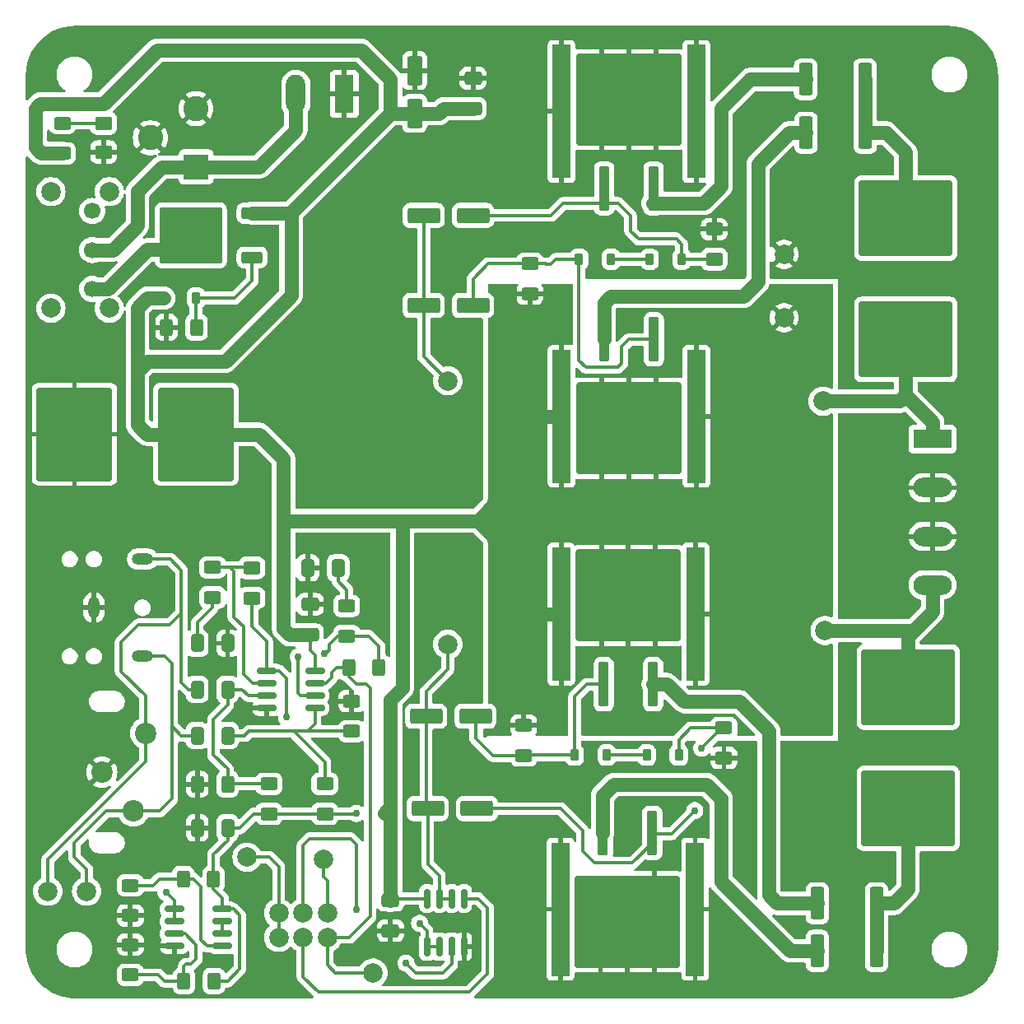
<source format=gtl>
%TF.GenerationSoftware,KiCad,Pcbnew,8.0.7*%
%TF.CreationDate,2025-01-07T23:02:54-05:00*%
%TF.ProjectId,Class AB Stereo Amp SMD,436c6173-7320-4414-9220-53746572656f,rev?*%
%TF.SameCoordinates,Original*%
%TF.FileFunction,Copper,L1,Top*%
%TF.FilePolarity,Positive*%
%FSLAX46Y46*%
G04 Gerber Fmt 4.6, Leading zero omitted, Abs format (unit mm)*
G04 Created by KiCad (PCBNEW 8.0.7) date 2025-01-07 23:02:54*
%MOMM*%
%LPD*%
G01*
G04 APERTURE LIST*
G04 Aperture macros list*
%AMRoundRect*
0 Rectangle with rounded corners*
0 $1 Rounding radius*
0 $2 $3 $4 $5 $6 $7 $8 $9 X,Y pos of 4 corners*
0 Add a 4 corners polygon primitive as box body*
4,1,4,$2,$3,$4,$5,$6,$7,$8,$9,$2,$3,0*
0 Add four circle primitives for the rounded corners*
1,1,$1+$1,$2,$3*
1,1,$1+$1,$4,$5*
1,1,$1+$1,$6,$7*
1,1,$1+$1,$8,$9*
0 Add four rect primitives between the rounded corners*
20,1,$1+$1,$2,$3,$4,$5,0*
20,1,$1+$1,$4,$5,$6,$7,0*
20,1,$1+$1,$6,$7,$8,$9,0*
20,1,$1+$1,$8,$9,$2,$3,0*%
G04 Aperture macros list end*
%TA.AperFunction,ComponentPad*%
%ADD10R,2.600000X2.600000*%
%TD*%
%TA.AperFunction,ComponentPad*%
%ADD11C,2.600000*%
%TD*%
%TA.AperFunction,ComponentPad*%
%ADD12C,2.000000*%
%TD*%
%TA.AperFunction,SMDPad,CuDef*%
%ADD13RoundRect,0.250000X-1.412500X-0.550000X1.412500X-0.550000X1.412500X0.550000X-1.412500X0.550000X0*%
%TD*%
%TA.AperFunction,SMDPad,CuDef*%
%ADD14RoundRect,0.250000X-0.625000X0.400000X-0.625000X-0.400000X0.625000X-0.400000X0.625000X0.400000X0*%
%TD*%
%TA.AperFunction,SMDPad,CuDef*%
%ADD15RoundRect,0.250000X-0.412500X-0.650000X0.412500X-0.650000X0.412500X0.650000X-0.412500X0.650000X0*%
%TD*%
%TA.AperFunction,SMDPad,CuDef*%
%ADD16RoundRect,0.249999X0.450001X1.425001X-0.450001X1.425001X-0.450001X-1.425001X0.450001X-1.425001X0*%
%TD*%
%TA.AperFunction,SMDPad,CuDef*%
%ADD17RoundRect,0.225000X0.225000X0.375000X-0.225000X0.375000X-0.225000X-0.375000X0.225000X-0.375000X0*%
%TD*%
%TA.AperFunction,ComponentPad*%
%ADD18R,1.980000X3.960000*%
%TD*%
%TA.AperFunction,ComponentPad*%
%ADD19O,1.980000X3.960000*%
%TD*%
%TA.AperFunction,SMDPad,CuDef*%
%ADD20R,1.850000X13.700000*%
%TD*%
%TA.AperFunction,SMDPad,CuDef*%
%ADD21RoundRect,0.250000X0.550000X-1.250000X0.550000X1.250000X-0.550000X1.250000X-0.550000X-1.250000X0*%
%TD*%
%TA.AperFunction,ComponentPad*%
%ADD22O,2.200000X1.200000*%
%TD*%
%TA.AperFunction,ComponentPad*%
%ADD23O,1.200000X2.200000*%
%TD*%
%TA.AperFunction,SMDPad,CuDef*%
%ADD24RoundRect,0.250000X-0.400000X-0.625000X0.400000X-0.625000X0.400000X0.625000X-0.400000X0.625000X0*%
%TD*%
%TA.AperFunction,SMDPad,CuDef*%
%ADD25RoundRect,0.150000X0.150000X-0.825000X0.150000X0.825000X-0.150000X0.825000X-0.150000X-0.825000X0*%
%TD*%
%TA.AperFunction,SMDPad,CuDef*%
%ADD26RoundRect,0.250000X-0.300000X2.050000X-0.300000X-2.050000X0.300000X-2.050000X0.300000X2.050000X0*%
%TD*%
%TA.AperFunction,SMDPad,CuDef*%
%ADD27RoundRect,0.250000X-2.375000X2.025000X-2.375000X-2.025000X2.375000X-2.025000X2.375000X2.025000X0*%
%TD*%
%TA.AperFunction,SMDPad,CuDef*%
%ADD28RoundRect,0.250002X-5.149998X4.449998X-5.149998X-4.449998X5.149998X-4.449998X5.149998X4.449998X0*%
%TD*%
%TA.AperFunction,SMDPad,CuDef*%
%ADD29RoundRect,0.250000X0.400000X0.625000X-0.400000X0.625000X-0.400000X-0.625000X0.400000X-0.625000X0*%
%TD*%
%TA.AperFunction,ComponentPad*%
%ADD30C,1.700000*%
%TD*%
%TA.AperFunction,ComponentPad*%
%ADD31R,3.960000X1.980000*%
%TD*%
%TA.AperFunction,ComponentPad*%
%ADD32O,3.960000X1.980000*%
%TD*%
%TA.AperFunction,SMDPad,CuDef*%
%ADD33RoundRect,0.150000X-0.825000X-0.150000X0.825000X-0.150000X0.825000X0.150000X-0.825000X0.150000X0*%
%TD*%
%TA.AperFunction,SMDPad,CuDef*%
%ADD34RoundRect,0.249999X-0.450001X-1.425001X0.450001X-1.425001X0.450001X1.425001X-0.450001X1.425001X0*%
%TD*%
%TA.AperFunction,SMDPad,CuDef*%
%ADD35RoundRect,0.250000X0.625000X-0.400000X0.625000X0.400000X-0.625000X0.400000X-0.625000X-0.400000X0*%
%TD*%
%TA.AperFunction,SMDPad,CuDef*%
%ADD36RoundRect,0.250000X0.650000X-0.412500X0.650000X0.412500X-0.650000X0.412500X-0.650000X-0.412500X0*%
%TD*%
%TA.AperFunction,SMDPad,CuDef*%
%ADD37RoundRect,0.250000X0.412500X0.650000X-0.412500X0.650000X-0.412500X-0.650000X0.412500X-0.650000X0*%
%TD*%
%TA.AperFunction,SMDPad,CuDef*%
%ADD38RoundRect,0.249998X-4.550002X3.650002X-4.550002X-3.650002X4.550002X-3.650002X4.550002X3.650002X0*%
%TD*%
%TA.AperFunction,SMDPad,CuDef*%
%ADD39RoundRect,0.249998X3.650002X4.550002X-3.650002X4.550002X-3.650002X-4.550002X3.650002X-4.550002X0*%
%TD*%
%TA.AperFunction,SMDPad,CuDef*%
%ADD40RoundRect,0.250000X-0.650000X0.412500X-0.650000X-0.412500X0.650000X-0.412500X0.650000X0.412500X0*%
%TD*%
%TA.AperFunction,SMDPad,CuDef*%
%ADD41RoundRect,0.250001X0.624999X-0.462499X0.624999X0.462499X-0.624999X0.462499X-0.624999X-0.462499X0*%
%TD*%
%TA.AperFunction,SMDPad,CuDef*%
%ADD42RoundRect,0.225000X-0.225000X-0.375000X0.225000X-0.375000X0.225000X0.375000X-0.225000X0.375000X0*%
%TD*%
%TA.AperFunction,ComponentPad*%
%ADD43C,2.200000*%
%TD*%
%TA.AperFunction,SMDPad,CuDef*%
%ADD44RoundRect,0.250000X0.300000X-2.050000X0.300000X2.050000X-0.300000X2.050000X-0.300000X-2.050000X0*%
%TD*%
%TA.AperFunction,SMDPad,CuDef*%
%ADD45RoundRect,0.250000X2.375000X-2.025000X2.375000X2.025000X-2.375000X2.025000X-2.375000X-2.025000X0*%
%TD*%
%TA.AperFunction,SMDPad,CuDef*%
%ADD46RoundRect,0.250002X5.149998X-4.449998X5.149998X4.449998X-5.149998X4.449998X-5.149998X-4.449998X0*%
%TD*%
%TA.AperFunction,SMDPad,CuDef*%
%ADD47RoundRect,0.250000X0.850000X0.350000X-0.850000X0.350000X-0.850000X-0.350000X0.850000X-0.350000X0*%
%TD*%
%TA.AperFunction,SMDPad,CuDef*%
%ADD48RoundRect,0.250000X1.275000X1.125000X-1.275000X1.125000X-1.275000X-1.125000X1.275000X-1.125000X0*%
%TD*%
%TA.AperFunction,SMDPad,CuDef*%
%ADD49RoundRect,0.249997X2.950003X2.650003X-2.950003X2.650003X-2.950003X-2.650003X2.950003X-2.650003X0*%
%TD*%
%TA.AperFunction,SMDPad,CuDef*%
%ADD50RoundRect,0.249998X4.550002X-3.650002X4.550002X3.650002X-4.550002X3.650002X-4.550002X-3.650002X0*%
%TD*%
%TA.AperFunction,ViaPad*%
%ADD51C,0.762000*%
%TD*%
%TA.AperFunction,Conductor*%
%ADD52C,0.304800*%
%TD*%
%TA.AperFunction,Conductor*%
%ADD53C,1.400000*%
%TD*%
G04 APERTURE END LIST*
D10*
%TO.P,J2,1*%
%TO.N,/VIN1*%
X117500000Y-64500000D03*
D11*
%TO.P,J2,2*%
%TO.N,GND*%
X117500000Y-58500000D03*
%TO.P,J2,3*%
X112800000Y-61500000D03*
%TD*%
D12*
%TO.P,TP6,1,1*%
%TO.N,RIN1*%
X130600000Y-135700000D03*
%TD*%
D13*
%TO.P,C9,1*%
%TO.N,RIN2*%
X140925000Y-69500000D03*
%TO.P,C9,2*%
%TO.N,Net-(D2-K)*%
X146000000Y-69500000D03*
%TD*%
D12*
%TO.P,TP4,1,1*%
%TO.N,LIN0*%
X106250000Y-139000000D03*
%TD*%
%TO.P,TP9,1,1*%
%TO.N,LIN2*%
X143400000Y-113600000D03*
%TD*%
D14*
%TO.P,R20,1*%
%TO.N,Net-(D4-K)*%
X171800000Y-122200000D03*
%TO.P,R20,2*%
%TO.N,GND*%
X171800000Y-125300000D03*
%TD*%
D15*
%TO.P,C4,1*%
%TO.N,Net-(C4-Pad1)*%
X117625000Y-113500000D03*
%TO.P,C4,2*%
%TO.N,GND*%
X120750000Y-113500000D03*
%TD*%
D14*
%TO.P,R11,1*%
%TO.N,Net-(C6-Pad1)*%
X133000000Y-109650000D03*
%TO.P,R11,2*%
%TO.N,Net-(U2B--)*%
X133000000Y-112750000D03*
%TD*%
D16*
%TO.P,R18,1*%
%TO.N,/POWC*%
X186300000Y-55500000D03*
%TO.P,R18,2*%
%TO.N,/POWB*%
X180200000Y-55500000D03*
%TD*%
D12*
%TO.P,TP8,1,1*%
%TO.N,RIN2*%
X143400000Y-86500000D03*
%TD*%
D14*
%TO.P,R13,1*%
%TO.N,Net-(U2B-+)*%
X130750000Y-127950000D03*
%TO.P,R13,2*%
%TO.N,VCC*%
X130750000Y-131050000D03*
%TD*%
D12*
%TO.P,RV1,1,1*%
%TO.N,RIN1*%
X131000000Y-141250000D03*
%TO.P,RV1,2,2*%
%TO.N,Net-(U3A-+)*%
X128500000Y-141250000D03*
%TO.P,RV1,3,3*%
%TO.N,VCC_DIV_2*%
X126000000Y-141250000D03*
%TO.P,RV1,4,4*%
%TO.N,LIN1*%
X131000000Y-143750000D03*
%TO.P,RV1,5,5*%
%TO.N,Net-(U3B-+)*%
X128500000Y-143750000D03*
%TO.P,RV1,6,6*%
%TO.N,VCC_DIV_2*%
X126000000Y-143750000D03*
%TD*%
D17*
%TO.P,D2,1,K*%
%TO.N,Net-(D2-K)*%
X167450000Y-74000000D03*
%TO.P,D2,2,A*%
%TO.N,Net-(D1-K)*%
X164150000Y-74000000D03*
%TD*%
D18*
%TO.P,J1,1,Pin_1*%
%TO.N,GND*%
X132765000Y-57000000D03*
D19*
%TO.P,J1,2,Pin_2*%
%TO.N,/VIN1*%
X127765000Y-57000000D03*
%TD*%
D20*
%TO.P,HS3,1*%
%TO.N,GND*%
X155110000Y-58800000D03*
X168950000Y-58800000D03*
%TD*%
D21*
%TO.P,C2,1*%
%TO.N,VCC*%
X140000000Y-59000000D03*
%TO.P,C2,2*%
%TO.N,GND*%
X140000000Y-54600000D03*
%TD*%
D20*
%TO.P,HS4,1*%
%TO.N,GND*%
X155000000Y-140850000D03*
X168840000Y-140850000D03*
%TD*%
D22*
%TO.P,J3,R*%
%TO.N,RIN0*%
X112000000Y-104850000D03*
D23*
%TO.P,J3,S*%
%TO.N,GND*%
X107000000Y-109850000D03*
D22*
%TO.P,J3,T*%
%TO.N,LIN0*%
X112000000Y-114850000D03*
%TD*%
D24*
%TO.P,R10,1*%
%TO.N,GND*%
X117650000Y-128000000D03*
%TO.P,R10,2*%
%TO.N,Net-(U2A-+)*%
X120750000Y-128000000D03*
%TD*%
D25*
%TO.P,U3,1*%
%TO.N,RIN2*%
X141260000Y-144700000D03*
%TO.P,U3,2,-*%
X142530000Y-144700000D03*
%TO.P,U3,3,+*%
%TO.N,Net-(U3A-+)*%
X143800000Y-144700000D03*
%TO.P,U3,4,V-*%
%TO.N,GND*%
X145070000Y-144700000D03*
%TO.P,U3,5,+*%
%TO.N,Net-(U3B-+)*%
X145070000Y-139750000D03*
%TO.P,U3,6,-*%
%TO.N,LIN2*%
X143800000Y-139750000D03*
%TO.P,U3,7*%
X142530000Y-139750000D03*
%TO.P,U3,8,V+*%
%TO.N,VCC*%
X141260000Y-139750000D03*
%TD*%
D26*
%TO.P,Q2,1,B*%
%TO.N,Net-(D1-A)*%
X164580000Y-82250000D03*
D27*
%TO.P,Q2,2,C*%
%TO.N,VCC*%
X164815000Y-88975000D03*
X159265000Y-88975000D03*
D28*
X162040000Y-91400000D03*
D27*
X164815000Y-93825000D03*
X159265000Y-93825000D03*
D26*
%TO.P,Q2,3,E*%
%TO.N,/POWA*%
X159500000Y-82250000D03*
%TD*%
D13*
%TO.P,C12,1*%
%TO.N,LIN2*%
X141325000Y-130500000D03*
%TO.P,C12,2*%
%TO.N,Net-(D4-K)*%
X146400000Y-130500000D03*
%TD*%
D17*
%TO.P,D1,1,K*%
%TO.N,Net-(D1-K)*%
X160200000Y-74000000D03*
%TO.P,D1,2,A*%
%TO.N,Net-(D1-A)*%
X156900000Y-74000000D03*
%TD*%
D29*
%TO.P,R1,1*%
%TO.N,Net-(D5-A)*%
X117550000Y-81000000D03*
%TO.P,R1,2*%
%TO.N,GND*%
X114450000Y-81000000D03*
%TD*%
D24*
%TO.P,R5,1*%
%TO.N,Net-(U1B-+)*%
X116200000Y-137750000D03*
%TO.P,R5,2*%
%TO.N,VCC*%
X119300000Y-137750000D03*
%TD*%
D12*
%TO.P,SW1,*%
%TO.N,*%
X108582500Y-67042500D03*
X102582500Y-67042500D03*
X108582500Y-79042500D03*
X102582500Y-79042500D03*
D30*
%TO.P,SW1,1,A*%
%TO.N,unconnected-(SW1-A-Pad1)*%
X106832500Y-69042500D03*
%TO.P,SW1,2,B*%
%TO.N,/VIN1*%
X106832500Y-73042500D03*
%TO.P,SW1,3,C*%
%TO.N,/VIN2*%
X106832500Y-77042500D03*
%TD*%
D14*
%TO.P,R8,1*%
%TO.N,Net-(U2A--)*%
X123250000Y-105750000D03*
%TO.P,R8,2*%
%TO.N,RIN1*%
X123250000Y-108850000D03*
%TD*%
D31*
%TO.P,J4,1,Pin_1*%
%TO.N,ROUT*%
X193250000Y-92500000D03*
D32*
%TO.P,J4,2,Pin_2*%
%TO.N,GND*%
X193250000Y-97500000D03*
%TO.P,J4,3,Pin_3*%
X193250000Y-102500000D03*
%TO.P,J4,4,Pin_4*%
%TO.N,LOUT*%
X193250000Y-107500000D03*
%TD*%
D33*
%TO.P,U1,1*%
%TO.N,VCC_DIV_2*%
X115275000Y-140845000D03*
%TO.P,U1,2,-*%
X115275000Y-142115000D03*
%TO.P,U1,3,+*%
%TO.N,Net-(U1A-+)*%
X115275000Y-143385000D03*
%TO.P,U1,4,V-*%
%TO.N,GND*%
X115275000Y-144655000D03*
%TO.P,U1,5,+*%
%TO.N,Net-(U1B-+)*%
X120225000Y-144655000D03*
%TO.P,U1,6,-*%
%TO.N,Net-(U1B--)*%
X120225000Y-143385000D03*
%TO.P,U1,7*%
X120225000Y-142115000D03*
%TO.P,U1,8,V+*%
%TO.N,VCC*%
X120225000Y-140845000D03*
%TD*%
D34*
%TO.P,R21,1*%
%TO.N,/POWD*%
X181400000Y-140250000D03*
%TO.P,R21,2*%
%TO.N,/POWF*%
X187500000Y-140250000D03*
%TD*%
D35*
%TO.P,R2,1*%
%TO.N,VCC*%
X103750000Y-63100000D03*
%TO.P,R2,2*%
%TO.N,Net-(D6-A)*%
X103750000Y-60000000D03*
%TD*%
D12*
%TO.P,TP10,1,1*%
%TO.N,ROUT*%
X182000000Y-88600000D03*
%TD*%
%TO.P,TP11,1,1*%
%TO.N,LOUT*%
X182200000Y-112200000D03*
%TD*%
D26*
%TO.P,Q3,1,B*%
%TO.N,Net-(D4-K)*%
X164415000Y-133000000D03*
D27*
%TO.P,Q3,2,C*%
%TO.N,GND*%
X164650000Y-139725000D03*
X159100000Y-139725000D03*
D28*
X161875000Y-142150000D03*
D27*
X164650000Y-144575000D03*
X159100000Y-144575000D03*
D26*
%TO.P,Q3,3,E*%
%TO.N,/POWE*%
X159335000Y-133000000D03*
%TD*%
D36*
%TO.P,C16,1*%
%TO.N,VCC*%
X129250000Y-112625000D03*
%TO.P,C16,2*%
%TO.N,GND*%
X129250000Y-109500000D03*
%TD*%
D35*
%TO.P,R15,1*%
%TO.N,VCC*%
X151850000Y-77550000D03*
%TO.P,R15,2*%
%TO.N,Net-(D1-A)*%
X151850000Y-74450000D03*
%TD*%
D13*
%TO.P,C11,1*%
%TO.N,LIN2*%
X141175000Y-121000000D03*
%TO.P,C11,2*%
%TO.N,Net-(D3-A)*%
X146250000Y-121000000D03*
%TD*%
D14*
%TO.P,R14,1*%
%TO.N,GND*%
X133500000Y-119450000D03*
%TO.P,R14,2*%
%TO.N,Net-(U2B-+)*%
X133500000Y-122550000D03*
%TD*%
D29*
%TO.P,R12,1*%
%TO.N,Net-(U2B--)*%
X136300000Y-116000000D03*
%TO.P,R12,2*%
%TO.N,LIN1*%
X133200000Y-116000000D03*
%TD*%
D37*
%TO.P,C7,1*%
%TO.N,Net-(U2B-+)*%
X120750000Y-123000000D03*
%TO.P,C7,2*%
%TO.N,LIN0*%
X117625000Y-123000000D03*
%TD*%
D38*
%TO.P,C10,1*%
%TO.N,/POWC*%
X190500000Y-69750000D03*
%TO.P,C10,2*%
%TO.N,ROUT*%
X190500000Y-82250000D03*
%TD*%
D35*
%TO.P,R7,1*%
%TO.N,Net-(C4-Pad1)*%
X119200000Y-108800000D03*
%TO.P,R7,2*%
%TO.N,Net-(U2A--)*%
X119200000Y-105700000D03*
%TD*%
D37*
%TO.P,C5,1*%
%TO.N,Net-(U2A-+)*%
X120750000Y-118250000D03*
%TO.P,C5,2*%
%TO.N,RIN0*%
X117625000Y-118250000D03*
%TD*%
D17*
%TO.P,D3,1,K*%
%TO.N,Net-(D3-K)*%
X159750000Y-125000000D03*
%TO.P,D3,2,A*%
%TO.N,Net-(D3-A)*%
X156450000Y-125000000D03*
%TD*%
%TO.P,D4,1,K*%
%TO.N,Net-(D4-K)*%
X167150000Y-125000000D03*
%TO.P,D4,2,A*%
%TO.N,Net-(D3-K)*%
X163850000Y-125000000D03*
%TD*%
D39*
%TO.P,C1,1*%
%TO.N,VCC*%
X117500000Y-92000000D03*
%TO.P,C1,2*%
%TO.N,GND*%
X105000000Y-92000000D03*
%TD*%
D40*
%TO.P,C14,1*%
%TO.N,VCC*%
X137500000Y-139937500D03*
%TO.P,C14,2*%
%TO.N,GND*%
X137500000Y-143062500D03*
%TD*%
D34*
%TO.P,R17,1*%
%TO.N,/POWA*%
X180250000Y-61000000D03*
%TO.P,R17,2*%
%TO.N,/POWC*%
X186350000Y-61000000D03*
%TD*%
D37*
%TO.P,C6,1*%
%TO.N,Net-(C6-Pad1)*%
X132125000Y-105750000D03*
%TO.P,C6,2*%
%TO.N,GND*%
X129000000Y-105750000D03*
%TD*%
D41*
%TO.P,D6,1,K*%
%TO.N,GND*%
X108000000Y-62975000D03*
%TO.P,D6,2,A*%
%TO.N,Net-(D6-A)*%
X108000000Y-60000000D03*
%TD*%
D12*
%TO.P,TP5,1,1*%
%TO.N,VCC_DIV_2*%
X122750000Y-135500000D03*
%TD*%
D13*
%TO.P,C8,1*%
%TO.N,RIN2*%
X140925000Y-78750000D03*
%TO.P,C8,2*%
%TO.N,Net-(D1-A)*%
X146000000Y-78750000D03*
%TD*%
D14*
%TO.P,R9,1*%
%TO.N,Net-(U2A-+)*%
X125000000Y-127950000D03*
%TO.P,R9,2*%
%TO.N,VCC*%
X125000000Y-131050000D03*
%TD*%
%TO.P,R19,1*%
%TO.N,VCC*%
X151200000Y-121950000D03*
%TO.P,R19,2*%
%TO.N,Net-(D3-A)*%
X151200000Y-125050000D03*
%TD*%
D37*
%TO.P,C15,1*%
%TO.N,VCC*%
X120750000Y-132500000D03*
%TO.P,C15,2*%
%TO.N,GND*%
X117625000Y-132500000D03*
%TD*%
D42*
%TO.P,D5,1,K*%
%TO.N,VCC*%
X114200000Y-78000000D03*
%TO.P,D5,2,A*%
%TO.N,Net-(D5-A)*%
X117500000Y-78000000D03*
%TD*%
D12*
%TO.P,TP1,1,1*%
%TO.N,VCC*%
X178000000Y-80000000D03*
%TD*%
%TO.P,TP7,1,1*%
%TO.N,LIN1*%
X135700000Y-147400000D03*
%TD*%
D16*
%TO.P,R22,1*%
%TO.N,/POWF*%
X187500000Y-145140000D03*
%TO.P,R22,2*%
%TO.N,/POWE*%
X181400000Y-145140000D03*
%TD*%
D14*
%TO.P,R4,1*%
%TO.N,GND*%
X110750000Y-144500000D03*
%TO.P,R4,2*%
%TO.N,Net-(U1A-+)*%
X110750000Y-147600000D03*
%TD*%
D43*
%TO.P,J6,1,IN1*%
%TO.N,RIN0*%
X112317500Y-122750000D03*
%TO.P,J6,2,IN2*%
%TO.N,LIN0*%
X111067500Y-130750000D03*
%TO.P,J6,3,EXT*%
%TO.N,GND*%
X107817500Y-126750000D03*
%TD*%
D33*
%TO.P,U2,1*%
%TO.N,RIN1*%
X124775000Y-116345000D03*
%TO.P,U2,2,-*%
%TO.N,Net-(U2A--)*%
X124775000Y-117615000D03*
%TO.P,U2,3,+*%
%TO.N,Net-(U2A-+)*%
X124775000Y-118885000D03*
%TO.P,U2,4,V-*%
%TO.N,GND*%
X124775000Y-120155000D03*
%TO.P,U2,5,+*%
%TO.N,Net-(U2B-+)*%
X129725000Y-120155000D03*
%TO.P,U2,6,-*%
%TO.N,Net-(U2B--)*%
X129725000Y-118885000D03*
%TO.P,U2,7*%
%TO.N,LIN1*%
X129725000Y-117615000D03*
%TO.P,U2,8,V+*%
%TO.N,VCC*%
X129725000Y-116345000D03*
%TD*%
D20*
%TO.P,HS1,1*%
%TO.N,VCC*%
X155110000Y-90150000D03*
X168950000Y-90150000D03*
%TD*%
D12*
%TO.P,TP2,1,1*%
%TO.N,GND*%
X178000000Y-73500000D03*
%TD*%
D20*
%TO.P,HS2,1*%
%TO.N,VCC*%
X155055000Y-110500000D03*
X168895000Y-110500000D03*
%TD*%
D35*
%TO.P,R16,1*%
%TO.N,Net-(D2-K)*%
X170800000Y-74000000D03*
%TO.P,R16,2*%
%TO.N,GND*%
X170800000Y-70900000D03*
%TD*%
%TO.P,R6,1*%
%TO.N,GND*%
X110750000Y-141500000D03*
%TO.P,R6,2*%
%TO.N,Net-(U1B-+)*%
X110750000Y-138400000D03*
%TD*%
D12*
%TO.P,TP3,1,1*%
%TO.N,RIN0*%
X102250000Y-139000000D03*
%TD*%
D44*
%TO.P,Q1,1,B*%
%TO.N,Net-(D2-K)*%
X159485000Y-66725000D03*
D45*
%TO.P,Q1,2,C*%
%TO.N,GND*%
X159250000Y-60000000D03*
X164800000Y-60000000D03*
D46*
X162025000Y-57575000D03*
D45*
X159250000Y-55150000D03*
X164800000Y-55150000D03*
D44*
%TO.P,Q1,3,E*%
%TO.N,/POWB*%
X164565000Y-66725000D03*
%TD*%
D24*
%TO.P,R3,1*%
%TO.N,Net-(U1A-+)*%
X116250000Y-148250000D03*
%TO.P,R3,2*%
%TO.N,VCC*%
X119350000Y-148250000D03*
%TD*%
D44*
%TO.P,Q4,1,B*%
%TO.N,Net-(D3-A)*%
X159435000Y-117725000D03*
D45*
%TO.P,Q4,2,C*%
%TO.N,VCC*%
X159200000Y-111000000D03*
X164750000Y-111000000D03*
D46*
X161975000Y-108575000D03*
D45*
X159200000Y-106150000D03*
X164750000Y-106150000D03*
D44*
%TO.P,Q4,3,E*%
%TO.N,/POWD*%
X164515000Y-117725000D03*
%TD*%
D36*
%TO.P,C3,1*%
%TO.N,VCC*%
X146000000Y-58500000D03*
%TO.P,C3,2*%
%TO.N,GND*%
X146000000Y-55375000D03*
%TD*%
D47*
%TO.P,Q5,1,G*%
%TO.N,Net-(D5-A)*%
X123275000Y-73805000D03*
D48*
%TO.P,Q5,2,D*%
%TO.N,/VIN2*%
X118650000Y-73050000D03*
X118650000Y-70000000D03*
D49*
X116975000Y-71525000D03*
D48*
X115300000Y-73050000D03*
X115300000Y-70000000D03*
D47*
%TO.P,Q5,3,S*%
%TO.N,VCC*%
X123275000Y-69245000D03*
%TD*%
D50*
%TO.P,C13,1*%
%TO.N,/POWF*%
X190750000Y-130500000D03*
%TO.P,C13,2*%
%TO.N,LOUT*%
X190750000Y-118000000D03*
%TD*%
D51*
%TO.N,GND*%
X168840000Y-140800000D03*
X125500000Y-124000000D03*
X165000000Y-51000000D03*
X150000000Y-72500000D03*
X135000000Y-87500000D03*
X119300000Y-115775000D03*
X130000000Y-55000000D03*
X132000000Y-124500000D03*
X158000000Y-51000000D03*
X128500000Y-103000000D03*
X157400000Y-148200000D03*
X144000000Y-142000000D03*
X116500000Y-120500000D03*
X197500000Y-117500000D03*
X168800000Y-58800000D03*
X177000000Y-59000000D03*
X123500000Y-124000000D03*
X122000000Y-121000000D03*
X134000000Y-124500000D03*
X142500000Y-97500000D03*
X134000000Y-127500000D03*
X128500000Y-127500000D03*
X137500000Y-97500000D03*
X152500000Y-60000000D03*
X146500000Y-143000000D03*
X107500000Y-122500000D03*
X190000000Y-55000000D03*
X107500000Y-107500000D03*
X177000000Y-51000000D03*
X140000000Y-65000000D03*
X197500000Y-72500000D03*
X155000000Y-127500000D03*
X102500000Y-55000000D03*
X162500000Y-148100000D03*
X125500000Y-126000000D03*
X132500000Y-145500000D03*
X192500000Y-60000000D03*
X127500000Y-82500000D03*
X135000000Y-77500000D03*
X122500000Y-100000000D03*
X135500000Y-103000000D03*
X150000000Y-140000000D03*
X122000000Y-138250000D03*
X115000000Y-55000000D03*
X132000000Y-103000000D03*
X159055000Y-138375000D03*
X161830000Y-140800000D03*
X115000000Y-60000000D03*
X164800000Y-60000000D03*
X130000000Y-72500000D03*
X150000000Y-65000000D03*
X190000000Y-142500000D03*
X120000000Y-60000000D03*
X102500000Y-107500000D03*
X162000000Y-64000000D03*
X144500000Y-137500000D03*
X142500000Y-55000000D03*
X125000000Y-55000000D03*
X120000000Y-55000000D03*
X102500000Y-127500000D03*
X193000000Y-51000000D03*
X181000000Y-51000000D03*
X107500000Y-82500000D03*
X197500000Y-95000000D03*
X130000000Y-77500000D03*
X150000000Y-60000000D03*
X135000000Y-92500000D03*
X140500000Y-137500000D03*
X155000000Y-72500000D03*
X197500000Y-65000000D03*
X150000000Y-127500000D03*
X185000000Y-65000000D03*
X197500000Y-87500000D03*
X112500000Y-100000000D03*
X197500000Y-122500000D03*
X155000000Y-140800000D03*
X112500000Y-107500000D03*
X187000000Y-51000000D03*
X145500000Y-147500000D03*
X135000000Y-65000000D03*
X197500000Y-100000000D03*
X128250000Y-107600000D03*
X190000000Y-147500000D03*
X180000000Y-65000000D03*
X136500000Y-111000000D03*
X142500000Y-92500000D03*
X150000000Y-51000000D03*
X172500000Y-147500000D03*
X190000000Y-95000000D03*
X130000000Y-97500000D03*
X172500000Y-127500000D03*
X102500000Y-122500000D03*
X180000000Y-135000000D03*
X127500000Y-87500000D03*
X138000000Y-148000000D03*
X139500000Y-144000000D03*
X172000000Y-51000000D03*
X107750000Y-148250000D03*
X197500000Y-105000000D03*
X135000000Y-72500000D03*
X180000000Y-130000000D03*
X173800000Y-136000000D03*
X145000000Y-82500000D03*
X102500000Y-82500000D03*
X102500000Y-132500000D03*
X102500000Y-100000000D03*
X131500000Y-121000000D03*
X120225000Y-110875000D03*
X145000000Y-65000000D03*
X135000000Y-82500000D03*
X197500000Y-137500000D03*
X197500000Y-112500000D03*
X197500000Y-77500000D03*
X197500000Y-132500000D03*
X131075000Y-111150000D03*
X174000000Y-60000000D03*
X107750000Y-141500000D03*
X150000000Y-145000000D03*
X162025000Y-57575000D03*
X172000000Y-55000000D03*
X162000000Y-131700000D03*
X150000000Y-135000000D03*
X125000000Y-60000000D03*
X182500000Y-60000000D03*
X130000000Y-60000000D03*
X121500000Y-125000000D03*
X190000000Y-100000000D03*
X197500000Y-127500000D03*
X172500000Y-142500000D03*
X180000000Y-125000000D03*
X155200000Y-58800000D03*
X142500000Y-105000000D03*
X164605000Y-138375000D03*
X123000000Y-126500000D03*
X105000000Y-65000000D03*
X182500000Y-72500000D03*
X116500000Y-125500000D03*
X125800000Y-66400000D03*
X159250000Y-60000000D03*
X124750000Y-146500000D03*
X142500000Y-110000000D03*
X190000000Y-105000000D03*
X142500000Y-72500000D03*
X197500000Y-60000000D03*
X197500000Y-142500000D03*
X102500000Y-72500000D03*
X150000000Y-55000000D03*
X134650000Y-107075000D03*
%TO.N,VCC*%
X148700000Y-98700000D03*
X149600000Y-107500000D03*
X155200000Y-90150000D03*
X180000000Y-120000000D03*
X155000000Y-110500000D03*
X148800000Y-103200000D03*
X152500000Y-110500000D03*
X150000000Y-85000000D03*
X150600000Y-109400000D03*
X149800000Y-95000000D03*
X175000000Y-115000000D03*
X180000000Y-95000000D03*
X155000000Y-100000000D03*
X150000000Y-120000000D03*
X175000000Y-105000000D03*
X175000000Y-80000000D03*
X180000000Y-105000000D03*
X159265000Y-88975000D03*
X182500000Y-77500000D03*
X180000000Y-110000000D03*
X134000000Y-131000000D03*
X166250000Y-121500000D03*
X170000000Y-100000000D03*
X180000000Y-100000000D03*
X170000000Y-80000000D03*
X150000000Y-115000000D03*
X147800000Y-102200000D03*
X172500000Y-82500000D03*
X152500000Y-90150000D03*
X161250000Y-121250000D03*
X165000000Y-100000000D03*
X150000000Y-80000000D03*
X161975000Y-108575000D03*
X169000000Y-90200000D03*
X175000000Y-95000000D03*
X152500000Y-82500000D03*
X149600000Y-105000000D03*
X136900000Y-131000000D03*
X180000000Y-115000000D03*
X169000000Y-110600000D03*
X162040000Y-91400000D03*
X149700000Y-97500000D03*
X180000000Y-85000000D03*
X159185000Y-112775000D03*
X162000000Y-93600000D03*
X149800000Y-92500000D03*
X175000000Y-110000000D03*
X175000000Y-85000000D03*
X155000000Y-80000000D03*
X164735000Y-112775000D03*
X155000000Y-120000000D03*
X160000000Y-100000000D03*
X150000000Y-100000000D03*
X150700000Y-90700000D03*
X175000000Y-100000000D03*
X175000000Y-90000000D03*
X164815000Y-88975000D03*
X180000000Y-90000000D03*
X162000000Y-110350000D03*
%TO.N,RIN2*%
X140500000Y-142300000D03*
%TO.N,Net-(D4-K)*%
X168800000Y-130700000D03*
X169500000Y-124300000D03*
%TO.N,RIN1*%
X126800000Y-121100000D03*
%TO.N,Net-(U2B--)*%
X128000000Y-114900000D03*
X130700000Y-114600000D03*
%TO.N,Net-(U3A-+)*%
X139100000Y-146400000D03*
X134000000Y-140900000D03*
%TO.N,VCC_DIV_2*%
X114400000Y-139100000D03*
%TD*%
D52*
%TO.N,RIN0*%
X112317500Y-122750000D02*
X112317500Y-118917500D01*
X112317500Y-118917500D02*
X109800000Y-116400000D01*
X109800000Y-116400000D02*
X109800000Y-113400000D01*
X111600000Y-111600000D02*
X114800000Y-111600000D01*
X109800000Y-113400000D02*
X111600000Y-111600000D01*
X114800000Y-111600000D02*
X116000000Y-110400000D01*
X116000000Y-110400000D02*
X116000000Y-106000000D01*
X116000000Y-117500000D02*
X116000000Y-110400000D01*
%TO.N,LIN0*%
X115000000Y-122000000D02*
X115000000Y-115600000D01*
X114250000Y-114850000D02*
X112000000Y-114850000D01*
X115000000Y-115600000D02*
X114250000Y-114850000D01*
%TO.N,RIN0*%
X117625000Y-118250000D02*
X116750000Y-118250000D01*
X116000000Y-106000000D02*
X114850000Y-104850000D01*
X116750000Y-118250000D02*
X116000000Y-117500000D01*
X114850000Y-104850000D02*
X112000000Y-104850000D01*
D53*
%TO.N,VCC*%
X129250000Y-112625000D02*
X127125000Y-112625000D01*
D52*
X119300000Y-138800000D02*
X120225000Y-139725000D01*
X137687500Y-139750000D02*
X137500000Y-139937500D01*
D53*
X120500000Y-84500000D02*
X112500000Y-84500000D01*
X101000000Y-62500000D02*
X101000000Y-58500000D01*
D52*
X137500000Y-131600000D02*
X136900000Y-131000000D01*
X120750000Y-148250000D02*
X119350000Y-148250000D01*
X120750000Y-133750000D02*
X119300000Y-135200000D01*
D53*
X137500000Y-130400000D02*
X136900000Y-131000000D01*
X134500000Y-52500000D02*
X137500000Y-55500000D01*
X114200000Y-78000000D02*
X112500000Y-78000000D01*
X155000000Y-110500000D02*
X155080000Y-110500000D01*
X150600000Y-109400000D02*
X151700000Y-110500000D01*
X127280000Y-77720000D02*
X120500000Y-84500000D01*
X127125000Y-112625000D02*
X126500000Y-112000000D01*
X146000000Y-58500000D02*
X143000000Y-58500000D01*
X138700000Y-100900000D02*
X138700000Y-118100000D01*
D52*
X122000000Y-141500000D02*
X122000000Y-147000000D01*
D53*
X152500000Y-110500000D02*
X155000000Y-110500000D01*
X101000000Y-58500000D02*
X101500000Y-58000000D01*
X155000000Y-90150000D02*
X155080000Y-90150000D01*
D52*
X129250000Y-114250000D02*
X129250000Y-112625000D01*
D53*
X149800000Y-96700000D02*
X149800000Y-95000000D01*
X111500000Y-85500000D02*
X111500000Y-91000000D01*
X148800000Y-103200000D02*
X149600000Y-104000000D01*
D52*
X141260000Y-139750000D02*
X137687500Y-139750000D01*
X122000000Y-147000000D02*
X120750000Y-148250000D01*
D53*
X149800000Y-95000000D02*
X149800000Y-92500000D01*
X101500000Y-58000000D02*
X108000000Y-58000000D01*
X111500000Y-79000000D02*
X111500000Y-85500000D01*
D52*
X125000000Y-131050000D02*
X123450000Y-131050000D01*
D53*
X137500000Y-59000000D02*
X127280000Y-69220000D01*
D52*
X123450000Y-131050000D02*
X122000000Y-132500000D01*
D53*
X149800000Y-92500000D02*
X149800000Y-91600000D01*
X147800000Y-102200000D02*
X148800000Y-103200000D01*
D52*
X119300000Y-137750000D02*
X119300000Y-138800000D01*
D53*
X146500000Y-100900000D02*
X147800000Y-102200000D01*
X149700000Y-96800000D02*
X149800000Y-96700000D01*
D52*
X129725000Y-116345000D02*
X129725000Y-114725000D01*
D53*
X149600000Y-104000000D02*
X149600000Y-105000000D01*
D52*
X120750000Y-132500000D02*
X120750000Y-133750000D01*
D53*
X112500000Y-78000000D02*
X111500000Y-79000000D01*
X137500000Y-129600000D02*
X137500000Y-130400000D01*
X143000000Y-58500000D02*
X142500000Y-59000000D01*
D52*
X133950000Y-131050000D02*
X130750000Y-131050000D01*
D53*
X113500000Y-52500000D02*
X134500000Y-52500000D01*
X126500000Y-100900000D02*
X138700000Y-100900000D01*
X146500000Y-100900000D02*
X148700000Y-98700000D01*
D52*
X121345000Y-140845000D02*
X122000000Y-141500000D01*
X134000000Y-131000000D02*
X133950000Y-131050000D01*
D53*
X111500000Y-91000000D02*
X112500000Y-92000000D01*
X151250000Y-90150000D02*
X152500000Y-90150000D01*
X149600000Y-107500000D02*
X149600000Y-108400000D01*
X149600000Y-108400000D02*
X150600000Y-109400000D01*
D52*
X120225000Y-139725000D02*
X120225000Y-140845000D01*
D53*
X108000000Y-58000000D02*
X113500000Y-52500000D01*
X137500000Y-119300000D02*
X137500000Y-129600000D01*
X126500000Y-112000000D02*
X126500000Y-100900000D01*
X150700000Y-90700000D02*
X151250000Y-90150000D01*
X149700000Y-97700000D02*
X149700000Y-97500000D01*
X127255000Y-69245000D02*
X123275000Y-69245000D01*
D52*
X120225000Y-140845000D02*
X121345000Y-140845000D01*
D53*
X137500000Y-55500000D02*
X137500000Y-59000000D01*
X151700000Y-110500000D02*
X152500000Y-110500000D01*
X168770000Y-110350000D02*
X168920000Y-110500000D01*
X138700000Y-118100000D02*
X137500000Y-119300000D01*
D52*
X122000000Y-132500000D02*
X120750000Y-132500000D01*
D53*
X148700000Y-98700000D02*
X149700000Y-97700000D01*
X138700000Y-100900000D02*
X146500000Y-100900000D01*
X140000000Y-59000000D02*
X137500000Y-59000000D01*
X126500000Y-100900000D02*
X126500000Y-94500000D01*
X152500000Y-90150000D02*
X155000000Y-90150000D01*
X126500000Y-94500000D02*
X124000000Y-92000000D01*
X112500000Y-92000000D02*
X117500000Y-92000000D01*
D52*
X137500000Y-139937500D02*
X137500000Y-131600000D01*
D53*
X127280000Y-69220000D02*
X127280000Y-77720000D01*
X112500000Y-84500000D02*
X111500000Y-85500000D01*
D52*
X130750000Y-131050000D02*
X125000000Y-131050000D01*
D53*
X142500000Y-59000000D02*
X140000000Y-59000000D01*
X149700000Y-97500000D02*
X149700000Y-96800000D01*
X101600000Y-63100000D02*
X101000000Y-62500000D01*
D52*
X129725000Y-114725000D02*
X129250000Y-114250000D01*
D53*
X127280000Y-69220000D02*
X127255000Y-69245000D01*
X137500000Y-129600000D02*
X137500000Y-139937500D01*
X103750000Y-63100000D02*
X101600000Y-63100000D01*
X149800000Y-91600000D02*
X150700000Y-90700000D01*
D52*
X119300000Y-135200000D02*
X119300000Y-137750000D01*
D53*
X124000000Y-92000000D02*
X117500000Y-92000000D01*
X149600000Y-105000000D02*
X149600000Y-107500000D01*
D52*
%TO.N,Net-(C4-Pad1)*%
X119200000Y-109800000D02*
X119200000Y-108800000D01*
X117625000Y-113500000D02*
X117625000Y-111375000D01*
X117625000Y-111375000D02*
X119200000Y-109800000D01*
%TO.N,Net-(U2A-+)*%
X124775000Y-118885000D02*
X122885000Y-118885000D01*
X122885000Y-118885000D02*
X122250000Y-118250000D01*
X120800000Y-127950000D02*
X120750000Y-128000000D01*
X120750000Y-119850000D02*
X120750000Y-118250000D01*
X125000000Y-127950000D02*
X120800000Y-127950000D01*
X122250000Y-118250000D02*
X120750000Y-118250000D01*
X120750000Y-128000000D02*
X120750000Y-126450000D01*
X119300000Y-121300000D02*
X120750000Y-119850000D01*
X119300000Y-125000000D02*
X119300000Y-121300000D01*
X120750000Y-126450000D02*
X119300000Y-125000000D01*
%TO.N,RIN0*%
X112317500Y-122750000D02*
X112317500Y-125682500D01*
X112317500Y-125682500D02*
X102250000Y-135750000D01*
X102250000Y-135750000D02*
X102250000Y-139000000D01*
%TO.N,Net-(C6-Pad1)*%
X132125000Y-105750000D02*
X132125000Y-107125000D01*
X132125000Y-107125000D02*
X133000000Y-108000000D01*
X133000000Y-108000000D02*
X133000000Y-109650000D01*
%TO.N,LIN0*%
X115000000Y-129500000D02*
X115000000Y-122000000D01*
X105000000Y-135500000D02*
X106250000Y-136750000D01*
X111067500Y-130750000D02*
X108250000Y-130750000D01*
X115000000Y-122000000D02*
X116000000Y-123000000D01*
X106250000Y-136750000D02*
X106250000Y-139000000D01*
X105000000Y-134000000D02*
X105000000Y-135500000D01*
X116000000Y-123000000D02*
X117625000Y-123000000D01*
X113750000Y-130750000D02*
X115000000Y-129500000D01*
X111067500Y-130750000D02*
X113750000Y-130750000D01*
X108250000Y-130750000D02*
X105000000Y-134000000D01*
%TO.N,Net-(U2B-+)*%
X122500000Y-123000000D02*
X120750000Y-123000000D01*
X129725000Y-121775000D02*
X129000000Y-122500000D01*
X127550000Y-122550000D02*
X126900000Y-122550000D01*
X133500000Y-122550000D02*
X129000000Y-122550000D01*
X126900000Y-122550000D02*
X122950000Y-122550000D01*
X130750000Y-127950000D02*
X130750000Y-125750000D01*
X129000000Y-122500000D02*
X129000000Y-122550000D01*
X122950000Y-122550000D02*
X122500000Y-123000000D01*
X129000000Y-122550000D02*
X126900000Y-122550000D01*
X129725000Y-120155000D02*
X129725000Y-121775000D01*
X130750000Y-125750000D02*
X127550000Y-122550000D01*
%TO.N,RIN2*%
X140925000Y-84025000D02*
X140925000Y-78750000D01*
X140925000Y-69500000D02*
X140925000Y-78750000D01*
X141260000Y-143060000D02*
X140500000Y-142300000D01*
X143400000Y-86500000D02*
X140925000Y-84025000D01*
X141260000Y-144700000D02*
X142530000Y-144700000D01*
X141260000Y-144700000D02*
X141260000Y-143060000D01*
%TO.N,Net-(D1-A)*%
X153450000Y-74450000D02*
X151850000Y-74450000D01*
X161300000Y-83000000D02*
X161300000Y-84700000D01*
X154500000Y-74000000D02*
X154000000Y-74500000D01*
X147550000Y-74450000D02*
X146000000Y-76000000D01*
X156900000Y-74000000D02*
X154500000Y-74000000D01*
X162050000Y-82250000D02*
X161300000Y-83000000D01*
X151850000Y-74450000D02*
X147550000Y-74450000D01*
X157600000Y-85100000D02*
X156900000Y-84400000D01*
X146000000Y-76000000D02*
X146000000Y-78750000D01*
X153500000Y-74500000D02*
X153450000Y-74450000D01*
X160900000Y-85100000D02*
X157600000Y-85100000D01*
X156900000Y-84400000D02*
X156900000Y-74000000D01*
X164580000Y-82250000D02*
X162050000Y-82250000D01*
X154000000Y-74500000D02*
X153500000Y-74500000D01*
X161300000Y-84700000D02*
X160900000Y-85100000D01*
%TO.N,Net-(D2-K)*%
X162200000Y-69500000D02*
X162200000Y-71100000D01*
X162200000Y-71100000D02*
X163000000Y-71900000D01*
X155250000Y-68250000D02*
X159420000Y-68250000D01*
X167450000Y-72450000D02*
X167450000Y-74000000D01*
X160950000Y-68250000D02*
X162200000Y-69500000D01*
X146000000Y-69500000D02*
X154000000Y-69500000D01*
X154000000Y-69500000D02*
X155250000Y-68250000D01*
X170800000Y-74000000D02*
X167450000Y-74000000D01*
X166900000Y-71900000D02*
X167450000Y-72450000D01*
X163000000Y-71900000D02*
X166900000Y-71900000D01*
X159420000Y-68250000D02*
X160950000Y-68250000D01*
D53*
%TO.N,ROUT*%
X193250000Y-90750000D02*
X190500000Y-88000000D01*
X189900000Y-88600000D02*
X190500000Y-88000000D01*
X193250000Y-92500000D02*
X193250000Y-90750000D01*
X182000000Y-88600000D02*
X189900000Y-88600000D01*
X190500000Y-88000000D02*
X190500000Y-82250000D01*
%TO.N,/POWC*%
X188500000Y-61000000D02*
X186350000Y-61000000D01*
X186350000Y-55550000D02*
X186300000Y-55500000D01*
X186350000Y-61000000D02*
X186350000Y-55550000D01*
X190500000Y-69750000D02*
X190500000Y-63000000D01*
X190500000Y-63000000D02*
X188500000Y-61000000D01*
D52*
%TO.N,LIN2*%
X141325000Y-130500000D02*
X141325000Y-136225000D01*
X141325000Y-136225000D02*
X142530000Y-137430000D01*
X142530000Y-139750000D02*
X143800000Y-139750000D01*
X142530000Y-137430000D02*
X142530000Y-139750000D01*
X141175000Y-121000000D02*
X141175000Y-130350000D01*
X143400000Y-116200000D02*
X143400000Y-113600000D01*
X141175000Y-118425000D02*
X143400000Y-116200000D01*
X141175000Y-121000000D02*
X141175000Y-118425000D01*
X141175000Y-130350000D02*
X141325000Y-130500000D01*
%TO.N,Net-(D3-A)*%
X159435000Y-117725000D02*
X157675000Y-117725000D01*
X157675000Y-117725000D02*
X156450000Y-118950000D01*
X151200000Y-125050000D02*
X148050000Y-125050000D01*
X156450000Y-125000000D02*
X151250000Y-125000000D01*
X148050000Y-125050000D02*
X146250000Y-123250000D01*
X146250000Y-123250000D02*
X146250000Y-121000000D01*
X156450000Y-118950000D02*
X156450000Y-125000000D01*
X151250000Y-125000000D02*
X151200000Y-125050000D01*
%TO.N,Net-(D4-K)*%
X171800000Y-122200000D02*
X171600000Y-122200000D01*
X164515000Y-133100000D02*
X164415000Y-133000000D01*
X166400000Y-133100000D02*
X164515000Y-133100000D01*
X168400000Y-122200000D02*
X167150000Y-123450000D01*
X155000000Y-130500000D02*
X146400000Y-130500000D01*
X157300000Y-134900000D02*
X157300000Y-132800000D01*
X162400000Y-136100000D02*
X158500000Y-136100000D01*
X171800000Y-122200000D02*
X168400000Y-122200000D01*
X164370000Y-131650000D02*
X164370000Y-134130000D01*
X171600000Y-122200000D02*
X169500000Y-124300000D01*
X158500000Y-136100000D02*
X157300000Y-134900000D01*
X157300000Y-132800000D02*
X155000000Y-130500000D01*
X168800000Y-130700000D02*
X166400000Y-133100000D01*
X167150000Y-123450000D02*
X167150000Y-125000000D01*
X164370000Y-134130000D02*
X162400000Y-136100000D01*
D53*
%TO.N,/POWF*%
X189250000Y-140250000D02*
X187500000Y-140250000D01*
X190750000Y-130500000D02*
X190750000Y-138750000D01*
X187500000Y-140250000D02*
X187500000Y-145140000D01*
X190750000Y-138750000D02*
X189250000Y-140250000D01*
%TO.N,LOUT*%
X192250000Y-111250000D02*
X190750000Y-112750000D01*
X193250000Y-110250000D02*
X192250000Y-111250000D01*
X190750000Y-112750000D02*
X190750000Y-118000000D01*
X191300000Y-112200000D02*
X192250000Y-111250000D01*
X182200000Y-112200000D02*
X191300000Y-112200000D01*
X193250000Y-107500000D02*
X193250000Y-110250000D01*
D52*
%TO.N,Net-(D1-K)*%
X164150000Y-74000000D02*
X160200000Y-74000000D01*
%TO.N,Net-(D3-K)*%
X163850000Y-125000000D02*
X159750000Y-125000000D01*
%TO.N,Net-(D5-A)*%
X117500000Y-78000000D02*
X117500000Y-80950000D01*
X117500000Y-78000000D02*
X121500000Y-78000000D01*
X123275000Y-76225000D02*
X123275000Y-73805000D01*
X121500000Y-78000000D02*
X123275000Y-76225000D01*
X117500000Y-80950000D02*
X117550000Y-81000000D01*
%TO.N,Net-(D6-A)*%
X108000000Y-60000000D02*
X103750000Y-60000000D01*
D53*
%TO.N,/VIN1*%
X127765000Y-60735000D02*
X124000000Y-64500000D01*
X124000000Y-64500000D02*
X117500000Y-64500000D01*
X114000000Y-64500000D02*
X111500000Y-67000000D01*
X111500000Y-70500000D02*
X108957500Y-73042500D01*
X108957500Y-73042500D02*
X106832500Y-73042500D01*
X127765000Y-57000000D02*
X127765000Y-60735000D01*
X111500000Y-67000000D02*
X111500000Y-70500000D01*
X117500000Y-64500000D02*
X114000000Y-64500000D01*
%TO.N,/POWB*%
X171500000Y-66500000D02*
X171500000Y-58500000D01*
X171500000Y-58500000D02*
X174500000Y-55500000D01*
X164500000Y-68250000D02*
X169750000Y-68250000D01*
X169750000Y-68250000D02*
X171500000Y-66500000D01*
X174500000Y-55500000D02*
X180200000Y-55500000D01*
%TO.N,/POWA*%
X178500000Y-61000000D02*
X175300000Y-64200000D01*
X173800000Y-77800000D02*
X160200000Y-77800000D01*
X159500000Y-78500000D02*
X160200000Y-77800000D01*
X159500000Y-82250000D02*
X159500000Y-78500000D01*
X175300000Y-64200000D02*
X175300000Y-76300000D01*
X175300000Y-76300000D02*
X173800000Y-77800000D01*
X180250000Y-61000000D02*
X178500000Y-61000000D01*
%TO.N,/POWE*%
X171500000Y-138000000D02*
X171500000Y-129500000D01*
X171500000Y-129500000D02*
X170000000Y-128000000D01*
X181400000Y-145140000D02*
X178640000Y-145140000D01*
X160500000Y-128000000D02*
X159335000Y-129165000D01*
X159335000Y-129165000D02*
X159335000Y-133000000D01*
X178640000Y-145140000D02*
X171500000Y-138000000D01*
X170000000Y-128000000D02*
X160500000Y-128000000D01*
%TO.N,/POWD*%
X176400000Y-122500000D02*
X176400000Y-139400000D01*
X164515000Y-117725000D02*
X165925000Y-117725000D01*
X176400000Y-139400000D02*
X177250000Y-140250000D01*
X173400000Y-119500000D02*
X176400000Y-122500000D01*
X165925000Y-117725000D02*
X167700000Y-119500000D01*
X167700000Y-119500000D02*
X173400000Y-119500000D01*
X177250000Y-140250000D02*
X181400000Y-140250000D01*
%TO.N,/VIN2*%
X108457500Y-77042500D02*
X106832500Y-77042500D01*
X115325000Y-73025000D02*
X112475000Y-73025000D01*
X112475000Y-73025000D02*
X108457500Y-77042500D01*
D52*
%TO.N,Net-(U1A-+)*%
X116500000Y-146500000D02*
X116250000Y-146750000D01*
X117000000Y-146500000D02*
X116500000Y-146500000D01*
X116250000Y-148250000D02*
X114250000Y-148250000D01*
X114250000Y-148250000D02*
X113600000Y-147600000D01*
X117500000Y-144495200D02*
X117500000Y-146000000D01*
X117500000Y-146000000D02*
X117000000Y-146500000D01*
X115275000Y-143385000D02*
X116389800Y-143385000D01*
X116250000Y-146750000D02*
X116250000Y-148250000D01*
X113600000Y-147600000D02*
X110750000Y-147600000D01*
X116389800Y-143385000D02*
X117500000Y-144495200D01*
%TO.N,Net-(U1B-+)*%
X120225000Y-144655000D02*
X118655000Y-144655000D01*
X118000000Y-144000000D02*
X118000000Y-138500000D01*
X110750000Y-138400000D02*
X113100000Y-138400000D01*
X117250000Y-137750000D02*
X116200000Y-137750000D01*
X118000000Y-138500000D02*
X117250000Y-137750000D01*
X118655000Y-144655000D02*
X118000000Y-144000000D01*
X113750000Y-137750000D02*
X116200000Y-137750000D01*
X113100000Y-138400000D02*
X113750000Y-137750000D01*
%TO.N,Net-(U2A--)*%
X119200000Y-105700000D02*
X121000000Y-105700000D01*
X124775000Y-117615000D02*
X123315000Y-117615000D01*
X122400000Y-116700000D02*
X122400000Y-111800000D01*
X121400000Y-110800000D02*
X121400000Y-106100000D01*
X123315000Y-117615000D02*
X122400000Y-116700000D01*
X121400000Y-106100000D02*
X121000000Y-105700000D01*
X121000000Y-105700000D02*
X123200000Y-105700000D01*
X123200000Y-105700000D02*
X123250000Y-105750000D01*
X122400000Y-111800000D02*
X121400000Y-110800000D01*
%TO.N,RIN1*%
X131000000Y-137900000D02*
X130600000Y-137500000D01*
X124775000Y-116345000D02*
X124775000Y-113275000D01*
X124775000Y-116345000D02*
X126045000Y-116345000D01*
X126800000Y-117100000D02*
X126800000Y-121100000D01*
X126400000Y-116700000D02*
X126800000Y-117100000D01*
X131000000Y-141250000D02*
X131000000Y-137900000D01*
X126045000Y-116345000D02*
X126400000Y-116700000D01*
X130600000Y-137500000D02*
X130600000Y-135700000D01*
X124775000Y-113275000D02*
X123250000Y-111750000D01*
X123250000Y-111750000D02*
X123250000Y-108850000D01*
%TO.N,Net-(U2B--)*%
X132050000Y-112750000D02*
X131200000Y-113600000D01*
X128000000Y-114900000D02*
X128000000Y-118600000D01*
X136300000Y-116000000D02*
X136300000Y-113800000D01*
X131200000Y-113600000D02*
X131200000Y-114200000D01*
X128000000Y-118600000D02*
X128285000Y-118885000D01*
X131200000Y-114200000D02*
X130800000Y-114600000D01*
X135250000Y-112750000D02*
X133000000Y-112750000D01*
X130800000Y-114600000D02*
X130700000Y-114600000D01*
X128285000Y-118885000D02*
X129725000Y-118885000D01*
X136300000Y-113800000D02*
X135250000Y-112750000D01*
X133000000Y-112750000D02*
X132050000Y-112750000D01*
%TO.N,LIN1*%
X129725000Y-117615000D02*
X130885000Y-117615000D01*
X135400000Y-118100000D02*
X135400000Y-141600000D01*
X131500000Y-117000000D02*
X131500000Y-116500000D01*
X131000000Y-146600000D02*
X131000000Y-143750000D01*
X135000000Y-117700000D02*
X135400000Y-118100000D01*
X133200000Y-116000000D02*
X133200000Y-116900000D01*
X135400000Y-141600000D02*
X133250000Y-143750000D01*
X131800000Y-147400000D02*
X135700000Y-147400000D01*
X134000000Y-117700000D02*
X135000000Y-117700000D01*
X131000000Y-146600000D02*
X131800000Y-147400000D01*
X132000000Y-116000000D02*
X133200000Y-116000000D01*
X131500000Y-116500000D02*
X132000000Y-116000000D01*
X133200000Y-116900000D02*
X134000000Y-117700000D01*
X130885000Y-117615000D02*
X131500000Y-117000000D01*
X133250000Y-143750000D02*
X131000000Y-143750000D01*
%TO.N,Net-(U3A-+)*%
X133400000Y-133600000D02*
X134000000Y-134200000D01*
X129200000Y-133600000D02*
X133400000Y-133600000D01*
X128500000Y-134300000D02*
X129200000Y-133600000D01*
X142900000Y-147400000D02*
X143800000Y-146500000D01*
X140100000Y-147400000D02*
X142900000Y-147400000D01*
X128500000Y-141250000D02*
X128500000Y-134300000D01*
X139100000Y-146400000D02*
X140100000Y-147400000D01*
X134000000Y-134200000D02*
X134000000Y-140900000D01*
X143800000Y-146500000D02*
X143800000Y-144700000D01*
%TO.N,VCC_DIV_2*%
X126000000Y-141250000D02*
X126000000Y-136500000D01*
X126000000Y-136500000D02*
X125000000Y-135500000D01*
X114400000Y-139100000D02*
X115275000Y-139975000D01*
X125000000Y-135500000D02*
X122750000Y-135500000D01*
X126000000Y-141250000D02*
X126000000Y-143750000D01*
X115275000Y-139975000D02*
X115275000Y-140845000D01*
X115275000Y-140845000D02*
X115275000Y-142115000D01*
%TO.N,Net-(U3B-+)*%
X128500000Y-143750000D02*
X128500000Y-147800000D01*
X130100000Y-149400000D02*
X145600000Y-149400000D01*
X128500000Y-147800000D02*
X130100000Y-149400000D01*
X145600000Y-149400000D02*
X147500000Y-147500000D01*
X147500000Y-147500000D02*
X147500000Y-140700000D01*
X146550000Y-139750000D02*
X145070000Y-139750000D01*
X147500000Y-140700000D02*
X146550000Y-139750000D01*
%TO.N,Net-(U1B--)*%
X120225000Y-142115000D02*
X120225000Y-143385000D01*
%TD*%
%TA.AperFunction,Conductor*%
%TO.N,VCC*%
G36*
X176604587Y-76502636D02*
G01*
X176624500Y-76505500D01*
X182870500Y-76505500D01*
X182937539Y-76525185D01*
X182983294Y-76577989D01*
X182994500Y-76629500D01*
X182994500Y-87223962D01*
X182974815Y-87291001D01*
X182922011Y-87336756D01*
X182852853Y-87346700D01*
X182811483Y-87333017D01*
X182604816Y-87221175D01*
X182604813Y-87221174D01*
X182604810Y-87221172D01*
X182604804Y-87221170D01*
X182604802Y-87221169D01*
X182369616Y-87140429D01*
X182124335Y-87099500D01*
X181875665Y-87099500D01*
X181630383Y-87140429D01*
X181395197Y-87221169D01*
X181395188Y-87221172D01*
X181176493Y-87339524D01*
X180980257Y-87492261D01*
X180980256Y-87492262D01*
X180969452Y-87503997D01*
X180811833Y-87675217D01*
X180675826Y-87883393D01*
X180575936Y-88111118D01*
X180514892Y-88352175D01*
X180514890Y-88352187D01*
X180494357Y-88599994D01*
X180494357Y-88600005D01*
X180514890Y-88847812D01*
X180514892Y-88847824D01*
X180575936Y-89088881D01*
X180675826Y-89316606D01*
X180811833Y-89524782D01*
X180811836Y-89524785D01*
X180980256Y-89707738D01*
X181176491Y-89860474D01*
X181395190Y-89978828D01*
X181630386Y-90059571D01*
X181875665Y-90100500D01*
X182124335Y-90100500D01*
X182369614Y-90059571D01*
X182604810Y-89978828D01*
X182811484Y-89866981D01*
X182879811Y-89852387D01*
X182945183Y-89877050D01*
X182986844Y-89933140D01*
X182994500Y-89976037D01*
X182994500Y-110715727D01*
X182974815Y-110782766D01*
X182922011Y-110828521D01*
X182852853Y-110838465D01*
X182811490Y-110824786D01*
X182804817Y-110821175D01*
X182804811Y-110821172D01*
X182804810Y-110821172D01*
X182804806Y-110821170D01*
X182804802Y-110821169D01*
X182569616Y-110740429D01*
X182324335Y-110699500D01*
X182075665Y-110699500D01*
X181830383Y-110740429D01*
X181595197Y-110821169D01*
X181595188Y-110821172D01*
X181376493Y-110939524D01*
X181180257Y-111092261D01*
X181011833Y-111275217D01*
X180875826Y-111483393D01*
X180775936Y-111711118D01*
X180714892Y-111952175D01*
X180714890Y-111952187D01*
X180694357Y-112199994D01*
X180694357Y-112200005D01*
X180714890Y-112447812D01*
X180714892Y-112447824D01*
X180775936Y-112688881D01*
X180875826Y-112916606D01*
X181011833Y-113124782D01*
X181011836Y-113124785D01*
X181180256Y-113307738D01*
X181376491Y-113460474D01*
X181376493Y-113460475D01*
X181545939Y-113552175D01*
X181595190Y-113578828D01*
X181830386Y-113659571D01*
X182075665Y-113700500D01*
X182324335Y-113700500D01*
X182569614Y-113659571D01*
X182804810Y-113578828D01*
X182804817Y-113578824D01*
X182804820Y-113578823D01*
X182811482Y-113575218D01*
X182879810Y-113560622D01*
X182945183Y-113585285D01*
X182986844Y-113641375D01*
X182994500Y-113684272D01*
X182994500Y-122870500D01*
X182974815Y-122937539D01*
X182922011Y-122983294D01*
X182870500Y-122994500D01*
X177724500Y-122994500D01*
X177657461Y-122974815D01*
X177611706Y-122922011D01*
X177600500Y-122870500D01*
X177600500Y-122405513D01*
X177570940Y-122218881D01*
X177528955Y-122089667D01*
X177512547Y-122039168D01*
X177512545Y-122039165D01*
X177512545Y-122039163D01*
X177448230Y-121912939D01*
X177426760Y-121870801D01*
X177315690Y-121717927D01*
X177182073Y-121584310D01*
X174182074Y-118584310D01*
X174029199Y-118473240D01*
X174011579Y-118464262D01*
X173860836Y-118387454D01*
X173681118Y-118329059D01*
X173494486Y-118299500D01*
X173494481Y-118299500D01*
X168248626Y-118299500D01*
X168181587Y-118279815D01*
X168160945Y-118263181D01*
X167959445Y-118061681D01*
X167925960Y-118000358D01*
X167930944Y-117930666D01*
X167972816Y-117874733D01*
X168038280Y-117850316D01*
X168047126Y-117850000D01*
X168645000Y-117850000D01*
X169145000Y-117850000D01*
X169867828Y-117850000D01*
X169867844Y-117849999D01*
X169927372Y-117843598D01*
X169927379Y-117843596D01*
X170062086Y-117793354D01*
X170062093Y-117793350D01*
X170177187Y-117707190D01*
X170177190Y-117707187D01*
X170263350Y-117592093D01*
X170263354Y-117592086D01*
X170313596Y-117457379D01*
X170313598Y-117457372D01*
X170319999Y-117397844D01*
X170320000Y-117397827D01*
X170320000Y-110750000D01*
X169145000Y-110750000D01*
X169145000Y-117850000D01*
X168645000Y-117850000D01*
X168645000Y-110250000D01*
X169145000Y-110250000D01*
X170320000Y-110250000D01*
X170320000Y-103602172D01*
X170319999Y-103602155D01*
X170313598Y-103542627D01*
X170313596Y-103542620D01*
X170263354Y-103407913D01*
X170263350Y-103407906D01*
X170177190Y-103292812D01*
X170177187Y-103292809D01*
X170062093Y-103206649D01*
X170062086Y-103206645D01*
X169927379Y-103156403D01*
X169927372Y-103156401D01*
X169867844Y-103150000D01*
X169145000Y-103150000D01*
X169145000Y-110250000D01*
X168645000Y-110250000D01*
X168645000Y-103150000D01*
X167922155Y-103150000D01*
X167862627Y-103156401D01*
X167862620Y-103156403D01*
X167727913Y-103206645D01*
X167727906Y-103206649D01*
X167612812Y-103292809D01*
X167544122Y-103384567D01*
X167488188Y-103426437D01*
X167418496Y-103431421D01*
X167405852Y-103427961D01*
X167277697Y-103385494D01*
X167277690Y-103385493D01*
X167174986Y-103375000D01*
X165000000Y-103375000D01*
X165000000Y-113774999D01*
X167174972Y-113774999D01*
X167174986Y-113774998D01*
X167277695Y-113764506D01*
X167306995Y-113754797D01*
X167376824Y-113752395D01*
X167436866Y-113788126D01*
X167468059Y-113850647D01*
X167470000Y-113872503D01*
X167470000Y-117272874D01*
X167450315Y-117339913D01*
X167397511Y-117385668D01*
X167328353Y-117395612D01*
X167264797Y-117366587D01*
X167258319Y-117360555D01*
X166707076Y-116809312D01*
X166707074Y-116809310D01*
X166554199Y-116698240D01*
X166520676Y-116681159D01*
X166385836Y-116612454D01*
X166206118Y-116554059D01*
X166019486Y-116524500D01*
X166019481Y-116524500D01*
X165689499Y-116524500D01*
X165622460Y-116504815D01*
X165576705Y-116452011D01*
X165565499Y-116400500D01*
X165565499Y-115624998D01*
X165565498Y-115624981D01*
X165554999Y-115522203D01*
X165554998Y-115522200D01*
X165546659Y-115497034D01*
X165499814Y-115355666D01*
X165407712Y-115206344D01*
X165283656Y-115082288D01*
X165171996Y-115013416D01*
X165134336Y-114990187D01*
X165134331Y-114990185D01*
X165132862Y-114989698D01*
X164967797Y-114935001D01*
X164967795Y-114935000D01*
X164865010Y-114924500D01*
X164164998Y-114924500D01*
X164164980Y-114924501D01*
X164062203Y-114935000D01*
X164062200Y-114935001D01*
X163895668Y-114990185D01*
X163895663Y-114990187D01*
X163746342Y-115082289D01*
X163622289Y-115206342D01*
X163530187Y-115355663D01*
X163530185Y-115355668D01*
X163508702Y-115420500D01*
X163475001Y-115522203D01*
X163475001Y-115522204D01*
X163475000Y-115522204D01*
X163464500Y-115624983D01*
X163464500Y-117112623D01*
X163450985Y-117168917D01*
X163402456Y-117264160D01*
X163402453Y-117264167D01*
X163344059Y-117443881D01*
X163314500Y-117630513D01*
X163314500Y-117819486D01*
X163344059Y-118006118D01*
X163402454Y-118185836D01*
X163425935Y-118231919D01*
X163450985Y-118281083D01*
X163464500Y-118337376D01*
X163464500Y-119825001D01*
X163464501Y-119825018D01*
X163475000Y-119927796D01*
X163475001Y-119927799D01*
X163512011Y-120039486D01*
X163530186Y-120094334D01*
X163622288Y-120243656D01*
X163746344Y-120367712D01*
X163895666Y-120459814D01*
X164062203Y-120514999D01*
X164164991Y-120525500D01*
X164865008Y-120525499D01*
X164865016Y-120525498D01*
X164865019Y-120525498D01*
X164921302Y-120519748D01*
X164967797Y-120514999D01*
X165134334Y-120459814D01*
X165283656Y-120367712D01*
X165407712Y-120243656D01*
X165499814Y-120094334D01*
X165554999Y-119927797D01*
X165565500Y-119825009D01*
X165565499Y-119362623D01*
X165585183Y-119295586D01*
X165637987Y-119249831D01*
X165707146Y-119239887D01*
X165770702Y-119268912D01*
X165777180Y-119274944D01*
X166917926Y-120415690D01*
X167070801Y-120526760D01*
X167239168Y-120612547D01*
X167418882Y-120670940D01*
X167488870Y-120682025D01*
X167605513Y-120700500D01*
X167605518Y-120700500D01*
X167605519Y-120700500D01*
X172851374Y-120700500D01*
X172918413Y-120720185D01*
X172939055Y-120736819D01*
X174045727Y-121843491D01*
X174985056Y-122782819D01*
X175018541Y-122844142D01*
X175013557Y-122913834D01*
X174971685Y-122969767D01*
X174906221Y-122994184D01*
X174897375Y-122994500D01*
X173256626Y-122994500D01*
X173189587Y-122974815D01*
X173143832Y-122922011D01*
X173133888Y-122852853D01*
X173138918Y-122831503D01*
X173164999Y-122752797D01*
X173175500Y-122650009D01*
X173175499Y-121749992D01*
X173164999Y-121647203D01*
X173109814Y-121480666D01*
X173017712Y-121331344D01*
X172893656Y-121207288D01*
X172800888Y-121150069D01*
X172744336Y-121115187D01*
X172744331Y-121115185D01*
X172742862Y-121114698D01*
X172577797Y-121060001D01*
X172577795Y-121060000D01*
X172475010Y-121049500D01*
X171124998Y-121049500D01*
X171124981Y-121049501D01*
X171022203Y-121060000D01*
X171022200Y-121060001D01*
X170855668Y-121115185D01*
X170855663Y-121115187D01*
X170706342Y-121207289D01*
X170582289Y-121331342D01*
X170486395Y-121486813D01*
X170483955Y-121485308D01*
X170446444Y-121527929D01*
X170380211Y-121547100D01*
X168335692Y-121547100D01*
X168209703Y-121572160D01*
X168209704Y-121572161D01*
X168209561Y-121572189D01*
X168209552Y-121572192D01*
X168090736Y-121621407D01*
X167983798Y-121692860D01*
X166680529Y-122996129D01*
X166619206Y-123029614D01*
X166557911Y-123027424D01*
X166515529Y-123014978D01*
X166515522Y-123014977D01*
X166515517Y-123014976D01*
X166515516Y-123014976D01*
X166373100Y-122994500D01*
X157226900Y-122994500D01*
X157159861Y-122974815D01*
X157114106Y-122922011D01*
X157102900Y-122870500D01*
X157102900Y-119271802D01*
X157122585Y-119204763D01*
X157139219Y-119184121D01*
X157909121Y-118414219D01*
X157970444Y-118380734D01*
X157996802Y-118377900D01*
X158260501Y-118377900D01*
X158327540Y-118397585D01*
X158373295Y-118450389D01*
X158384501Y-118501900D01*
X158384501Y-119825018D01*
X158395000Y-119927796D01*
X158395001Y-119927799D01*
X158432011Y-120039486D01*
X158450186Y-120094334D01*
X158542288Y-120243656D01*
X158666344Y-120367712D01*
X158815666Y-120459814D01*
X158982203Y-120514999D01*
X159084991Y-120525500D01*
X159785008Y-120525499D01*
X159785016Y-120525498D01*
X159785019Y-120525498D01*
X159841302Y-120519748D01*
X159887797Y-120514999D01*
X160054334Y-120459814D01*
X160203656Y-120367712D01*
X160327712Y-120243656D01*
X160419814Y-120094334D01*
X160474999Y-119927797D01*
X160485500Y-119825009D01*
X160485499Y-115624992D01*
X160474999Y-115522203D01*
X160419814Y-115355666D01*
X160327712Y-115206344D01*
X160203656Y-115082288D01*
X160091996Y-115013416D01*
X160054336Y-114990187D01*
X160054331Y-114990185D01*
X160052862Y-114989698D01*
X159887797Y-114935001D01*
X159887795Y-114935000D01*
X159785010Y-114924500D01*
X159084998Y-114924500D01*
X159084980Y-114924501D01*
X158982203Y-114935000D01*
X158982200Y-114935001D01*
X158815668Y-114990185D01*
X158815663Y-114990187D01*
X158666342Y-115082289D01*
X158542289Y-115206342D01*
X158450187Y-115355663D01*
X158450185Y-115355668D01*
X158428702Y-115420500D01*
X158395001Y-115522203D01*
X158395001Y-115522204D01*
X158395000Y-115522204D01*
X158384500Y-115624983D01*
X158384500Y-116948100D01*
X158364815Y-117015139D01*
X158312011Y-117060894D01*
X158260500Y-117072100D01*
X157610693Y-117072100D01*
X157484557Y-117097190D01*
X157484553Y-117097191D01*
X157435340Y-117117575D01*
X157435340Y-117117576D01*
X157417160Y-117125106D01*
X157365739Y-117146405D01*
X157365730Y-117146410D01*
X157258801Y-117217858D01*
X157258797Y-117217861D01*
X155942859Y-118533799D01*
X155932737Y-118548949D01*
X155895699Y-118604382D01*
X155895698Y-118604383D01*
X155871412Y-118640727D01*
X155871406Y-118640738D01*
X155822191Y-118759555D01*
X155822189Y-118759561D01*
X155797100Y-118885692D01*
X155797100Y-122870500D01*
X155777415Y-122937539D01*
X155724611Y-122983294D01*
X155673100Y-122994500D01*
X152530838Y-122994500D01*
X152463799Y-122974815D01*
X152418044Y-122922011D01*
X152408100Y-122852853D01*
X152425299Y-122805403D01*
X152509356Y-122669124D01*
X152509358Y-122669119D01*
X152564505Y-122502697D01*
X152564506Y-122502690D01*
X152574999Y-122399986D01*
X152575000Y-122399973D01*
X152575000Y-122200000D01*
X149825001Y-122200000D01*
X149825001Y-122399986D01*
X149835494Y-122502697D01*
X149890641Y-122669119D01*
X149890643Y-122669124D01*
X149974701Y-122805403D01*
X149993141Y-122872796D01*
X149972218Y-122939459D01*
X149918576Y-122984229D01*
X149869162Y-122994500D01*
X147722684Y-122994500D01*
X147704701Y-122994820D01*
X147697056Y-122995093D01*
X147695811Y-122995138D01*
X147695807Y-122995138D01*
X147695785Y-122995139D01*
X147677799Y-122996103D01*
X147677784Y-122996105D01*
X147537208Y-123026686D01*
X147537203Y-123026687D01*
X147537202Y-123026688D01*
X147535229Y-123027424D01*
X147471736Y-123051105D01*
X147471732Y-123051107D01*
X147345462Y-123120056D01*
X147345461Y-123120057D01*
X147282107Y-123183409D01*
X147220783Y-123216893D01*
X147151092Y-123211907D01*
X147106749Y-123183409D01*
X147036317Y-123112977D01*
X147002834Y-123051654D01*
X147000000Y-123025297D01*
X147000000Y-122424499D01*
X147019685Y-122357460D01*
X147072489Y-122311705D01*
X147124000Y-122300499D01*
X147712502Y-122300499D01*
X147712508Y-122300499D01*
X147815297Y-122289999D01*
X147981834Y-122234814D01*
X148131156Y-122142712D01*
X148255212Y-122018656D01*
X148347314Y-121869334D01*
X148402499Y-121702797D01*
X148413000Y-121600009D01*
X148413000Y-121500013D01*
X149825000Y-121500013D01*
X149825000Y-121700000D01*
X150950000Y-121700000D01*
X151450000Y-121700000D01*
X152574999Y-121700000D01*
X152574999Y-121500028D01*
X152574998Y-121500013D01*
X152564505Y-121397302D01*
X152509358Y-121230880D01*
X152509356Y-121230875D01*
X152417315Y-121081654D01*
X152293345Y-120957684D01*
X152144124Y-120865643D01*
X152144119Y-120865641D01*
X151977697Y-120810494D01*
X151977690Y-120810493D01*
X151874986Y-120800000D01*
X151450000Y-120800000D01*
X151450000Y-121700000D01*
X150950000Y-121700000D01*
X150950000Y-120800000D01*
X150525028Y-120800000D01*
X150525012Y-120800001D01*
X150422302Y-120810494D01*
X150255880Y-120865641D01*
X150255875Y-120865643D01*
X150106654Y-120957684D01*
X149982684Y-121081654D01*
X149890643Y-121230875D01*
X149890641Y-121230880D01*
X149835494Y-121397302D01*
X149835493Y-121397309D01*
X149825000Y-121500013D01*
X148413000Y-121500013D01*
X148412999Y-120399992D01*
X148402499Y-120297203D01*
X148347314Y-120130666D01*
X148255212Y-119981344D01*
X148131156Y-119857288D01*
X147981834Y-119765186D01*
X147815297Y-119710001D01*
X147815295Y-119710000D01*
X147712516Y-119699500D01*
X147712509Y-119699500D01*
X147629500Y-119699500D01*
X147562461Y-119679815D01*
X147516706Y-119627011D01*
X147505500Y-119575500D01*
X147505500Y-117397844D01*
X153630000Y-117397844D01*
X153636401Y-117457372D01*
X153636403Y-117457379D01*
X153686645Y-117592086D01*
X153686649Y-117592093D01*
X153772809Y-117707187D01*
X153772812Y-117707190D01*
X153887906Y-117793350D01*
X153887913Y-117793354D01*
X154022620Y-117843596D01*
X154022627Y-117843598D01*
X154082155Y-117849999D01*
X154082172Y-117850000D01*
X154805000Y-117850000D01*
X155305000Y-117850000D01*
X156027828Y-117850000D01*
X156027844Y-117849999D01*
X156087372Y-117843598D01*
X156087379Y-117843596D01*
X156222086Y-117793354D01*
X156222093Y-117793350D01*
X156337187Y-117707190D01*
X156337190Y-117707187D01*
X156423350Y-117592093D01*
X156423354Y-117592086D01*
X156473596Y-117457379D01*
X156473598Y-117457372D01*
X156479999Y-117397844D01*
X156480000Y-117397827D01*
X156480000Y-113872502D01*
X156499685Y-113805463D01*
X156552489Y-113759708D01*
X156621647Y-113749764D01*
X156643006Y-113754797D01*
X156672300Y-113764504D01*
X156672310Y-113764506D01*
X156756954Y-113773154D01*
X156764263Y-113774999D01*
X156768695Y-113774999D01*
X156781310Y-113775642D01*
X156788462Y-113776373D01*
X156796420Y-113774999D01*
X158949999Y-113774999D01*
X159450000Y-113774999D01*
X161725000Y-113774999D01*
X162225000Y-113774999D01*
X164499999Y-113774999D01*
X164500000Y-113774998D01*
X164500000Y-111250000D01*
X162225000Y-111250000D01*
X162225000Y-113774999D01*
X161725000Y-113774999D01*
X161725000Y-111250000D01*
X159450000Y-111250000D01*
X159450000Y-113774999D01*
X158949999Y-113774999D01*
X158950000Y-113774998D01*
X158950000Y-110750000D01*
X159450000Y-110750000D01*
X161725000Y-110750000D01*
X162225000Y-110750000D01*
X164500000Y-110750000D01*
X164500000Y-106400000D01*
X162225000Y-106400000D01*
X162225000Y-110750000D01*
X161725000Y-110750000D01*
X161725000Y-106400000D01*
X159450000Y-106400000D01*
X159450000Y-110750000D01*
X158950000Y-110750000D01*
X158950000Y-105900000D01*
X159450000Y-105900000D01*
X161725000Y-105900000D01*
X162225000Y-105900000D01*
X164500000Y-105900000D01*
X164500000Y-103375000D01*
X162225000Y-103375000D01*
X162225000Y-105900000D01*
X161725000Y-105900000D01*
X161725000Y-103375000D01*
X159450000Y-103375000D01*
X159450000Y-105900000D01*
X158950000Y-105900000D01*
X158950000Y-103375000D01*
X156775028Y-103375000D01*
X156775012Y-103375001D01*
X156672301Y-103385494D01*
X156544146Y-103427960D01*
X156474318Y-103430362D01*
X156414276Y-103394630D01*
X156405877Y-103384565D01*
X156337190Y-103292812D01*
X156337187Y-103292809D01*
X156222093Y-103206649D01*
X156222086Y-103206645D01*
X156087379Y-103156403D01*
X156087372Y-103156401D01*
X156027844Y-103150000D01*
X155305000Y-103150000D01*
X155305000Y-117850000D01*
X154805000Y-117850000D01*
X154805000Y-110750000D01*
X153630000Y-110750000D01*
X153630000Y-117397844D01*
X147505500Y-117397844D01*
X147505500Y-103602155D01*
X153630000Y-103602155D01*
X153630000Y-110250000D01*
X154805000Y-110250000D01*
X154805000Y-103150000D01*
X154082155Y-103150000D01*
X154022627Y-103156401D01*
X154022620Y-103156403D01*
X153887913Y-103206645D01*
X153887906Y-103206649D01*
X153772812Y-103292809D01*
X153772809Y-103292812D01*
X153686649Y-103407906D01*
X153686645Y-103407913D01*
X153636403Y-103542620D01*
X153636401Y-103542627D01*
X153630000Y-103602155D01*
X147505500Y-103602155D01*
X147505500Y-103149124D01*
X147502602Y-103095075D01*
X147499771Y-103068752D01*
X147499769Y-103068729D01*
X147491113Y-103015314D01*
X147440832Y-102880506D01*
X147407348Y-102819185D01*
X147321124Y-102704004D01*
X147239394Y-102622274D01*
X147239279Y-102622157D01*
X147036319Y-102419197D01*
X147002834Y-102357874D01*
X147000000Y-102331516D01*
X147000000Y-99468482D01*
X147019685Y-99401443D01*
X147036319Y-99380801D01*
X147321123Y-99095997D01*
X147357288Y-99055736D01*
X147373922Y-99035094D01*
X147405567Y-98991210D01*
X147465338Y-98860333D01*
X147485023Y-98793294D01*
X147485024Y-98793290D01*
X147505500Y-98650874D01*
X147505500Y-97047844D01*
X153685000Y-97047844D01*
X153691401Y-97107372D01*
X153691403Y-97107379D01*
X153741645Y-97242086D01*
X153741649Y-97242093D01*
X153827809Y-97357187D01*
X153827812Y-97357190D01*
X153942906Y-97443350D01*
X153942913Y-97443354D01*
X154077620Y-97493596D01*
X154077627Y-97493598D01*
X154137155Y-97499999D01*
X154137172Y-97500000D01*
X154860000Y-97500000D01*
X154860000Y-90400000D01*
X153685000Y-90400000D01*
X153685000Y-97047844D01*
X147505500Y-97047844D01*
X147505500Y-83252155D01*
X153685000Y-83252155D01*
X153685000Y-89900000D01*
X154860000Y-89900000D01*
X154860000Y-82800000D01*
X154137155Y-82800000D01*
X154077627Y-82806401D01*
X154077620Y-82806403D01*
X153942913Y-82856645D01*
X153942906Y-82856649D01*
X153827812Y-82942809D01*
X153827809Y-82942812D01*
X153741649Y-83057906D01*
X153741645Y-83057913D01*
X153691403Y-83192620D01*
X153691401Y-83192627D01*
X153685000Y-83252155D01*
X147505500Y-83252155D01*
X147505500Y-80174499D01*
X147504290Y-80163246D01*
X147516694Y-80094489D01*
X147564303Y-80043350D01*
X147588571Y-80032286D01*
X147731834Y-79984814D01*
X147881156Y-79892712D01*
X148005212Y-79768656D01*
X148097314Y-79619334D01*
X148152499Y-79452797D01*
X148163000Y-79350009D01*
X148162999Y-78149992D01*
X148152499Y-78047203D01*
X148136853Y-77999986D01*
X150475001Y-77999986D01*
X150485494Y-78102697D01*
X150540641Y-78269119D01*
X150540643Y-78269124D01*
X150632684Y-78418345D01*
X150756654Y-78542315D01*
X150905875Y-78634356D01*
X150905880Y-78634358D01*
X151072302Y-78689505D01*
X151072309Y-78689506D01*
X151175019Y-78699999D01*
X151599999Y-78699999D01*
X152100000Y-78699999D01*
X152524972Y-78699999D01*
X152524986Y-78699998D01*
X152627697Y-78689505D01*
X152794119Y-78634358D01*
X152794124Y-78634356D01*
X152943345Y-78542315D01*
X153067315Y-78418345D01*
X153159356Y-78269124D01*
X153159358Y-78269119D01*
X153214505Y-78102697D01*
X153214506Y-78102690D01*
X153224999Y-77999986D01*
X153225000Y-77999973D01*
X153225000Y-77800000D01*
X152100000Y-77800000D01*
X152100000Y-78699999D01*
X151599999Y-78699999D01*
X151600000Y-78699998D01*
X151600000Y-77800000D01*
X150475001Y-77800000D01*
X150475001Y-77999986D01*
X148136853Y-77999986D01*
X148097314Y-77880666D01*
X148005212Y-77731344D01*
X147881156Y-77607288D01*
X147731834Y-77515186D01*
X147588261Y-77467610D01*
X147530817Y-77427838D01*
X147503994Y-77363322D01*
X147504527Y-77332260D01*
X147505500Y-77325500D01*
X147505500Y-76629500D01*
X147525185Y-76562461D01*
X147577989Y-76516706D01*
X147629500Y-76505500D01*
X150519162Y-76505500D01*
X150586201Y-76525185D01*
X150631956Y-76577989D01*
X150641900Y-76647147D01*
X150624701Y-76694597D01*
X150540643Y-76830875D01*
X150540641Y-76830880D01*
X150485494Y-76997302D01*
X150485493Y-76997309D01*
X150475000Y-77100013D01*
X150475000Y-77300000D01*
X153224999Y-77300000D01*
X153224999Y-77100028D01*
X153224998Y-77100013D01*
X153214505Y-76997302D01*
X153159358Y-76830880D01*
X153159356Y-76830875D01*
X153075299Y-76694597D01*
X153056859Y-76627204D01*
X153077782Y-76560541D01*
X153131424Y-76515771D01*
X153180838Y-76505500D01*
X156123100Y-76505500D01*
X156190139Y-76525185D01*
X156235894Y-76577989D01*
X156247100Y-76629500D01*
X156247100Y-82679614D01*
X156227415Y-82746653D01*
X156174611Y-82792408D01*
X156109848Y-82802904D01*
X156082835Y-82800000D01*
X155360000Y-82800000D01*
X155360000Y-97500000D01*
X156082828Y-97500000D01*
X156082844Y-97499999D01*
X156142372Y-97493598D01*
X156142379Y-97493596D01*
X156277086Y-97443354D01*
X156277093Y-97443350D01*
X156392187Y-97357190D01*
X156392190Y-97357187D01*
X156478350Y-97242093D01*
X156478354Y-97242086D01*
X156528596Y-97107379D01*
X156528598Y-97107372D01*
X156534999Y-97047844D01*
X156535000Y-97047827D01*
X156535000Y-96694188D01*
X156554685Y-96627149D01*
X156607489Y-96581394D01*
X156676647Y-96571450D01*
X156698006Y-96576483D01*
X156737300Y-96589504D01*
X156737310Y-96589506D01*
X156821954Y-96598154D01*
X156829263Y-96599999D01*
X156833695Y-96599999D01*
X156846310Y-96600642D01*
X156853462Y-96601373D01*
X156861420Y-96599999D01*
X159014999Y-96599999D01*
X159515000Y-96599999D01*
X161790000Y-96599999D01*
X162290000Y-96599999D01*
X164564999Y-96599999D01*
X164565000Y-96599998D01*
X164565000Y-94075000D01*
X162290000Y-94075000D01*
X162290000Y-96599999D01*
X161790000Y-96599999D01*
X161790000Y-94075000D01*
X159515000Y-94075000D01*
X159515000Y-96599999D01*
X159014999Y-96599999D01*
X159015000Y-96599998D01*
X159015000Y-93575000D01*
X159515000Y-93575000D01*
X161790000Y-93575000D01*
X162290000Y-93575000D01*
X164565000Y-93575000D01*
X164565000Y-89225000D01*
X162290000Y-89225000D01*
X162290000Y-93575000D01*
X161790000Y-93575000D01*
X161790000Y-89225000D01*
X159515000Y-89225000D01*
X159515000Y-93575000D01*
X159015000Y-93575000D01*
X159015000Y-88725000D01*
X159515000Y-88725000D01*
X161790000Y-88725000D01*
X162290000Y-88725000D01*
X164565000Y-88725000D01*
X164565000Y-86200000D01*
X165065000Y-86200000D01*
X165065000Y-96599999D01*
X167239972Y-96599999D01*
X167239986Y-96599998D01*
X167342694Y-96589506D01*
X167361992Y-96583111D01*
X167431821Y-96580707D01*
X167491864Y-96616437D01*
X167523058Y-96678956D01*
X167525000Y-96700816D01*
X167525000Y-97047844D01*
X167531401Y-97107372D01*
X167531403Y-97107379D01*
X167581645Y-97242086D01*
X167581649Y-97242093D01*
X167667809Y-97357187D01*
X167667812Y-97357190D01*
X167782906Y-97443350D01*
X167782913Y-97443354D01*
X167917620Y-97493596D01*
X167917627Y-97493598D01*
X167977155Y-97499999D01*
X167977172Y-97500000D01*
X168700000Y-97500000D01*
X169200000Y-97500000D01*
X169922828Y-97500000D01*
X169922844Y-97499999D01*
X169982372Y-97493598D01*
X169982379Y-97493596D01*
X170117086Y-97443354D01*
X170117093Y-97443350D01*
X170232187Y-97357190D01*
X170232190Y-97357187D01*
X170318350Y-97242093D01*
X170318354Y-97242086D01*
X170368596Y-97107379D01*
X170368598Y-97107372D01*
X170374999Y-97047844D01*
X170375000Y-97047827D01*
X170375000Y-90400000D01*
X169200000Y-90400000D01*
X169200000Y-97500000D01*
X168700000Y-97500000D01*
X168700000Y-89900000D01*
X169200000Y-89900000D01*
X170375000Y-89900000D01*
X170375000Y-83252172D01*
X170374999Y-83252155D01*
X170368598Y-83192627D01*
X170368596Y-83192620D01*
X170318354Y-83057913D01*
X170318350Y-83057906D01*
X170232190Y-82942812D01*
X170232187Y-82942809D01*
X170117093Y-82856649D01*
X170117086Y-82856645D01*
X169982379Y-82806403D01*
X169982372Y-82806401D01*
X169922844Y-82800000D01*
X169200000Y-82800000D01*
X169200000Y-89900000D01*
X168700000Y-89900000D01*
X168700000Y-82800000D01*
X167977155Y-82800000D01*
X167917627Y-82806401D01*
X167917620Y-82806403D01*
X167782913Y-82856645D01*
X167782906Y-82856649D01*
X167667812Y-82942809D01*
X167667809Y-82942812D01*
X167581649Y-83057906D01*
X167581645Y-83057913D01*
X167531403Y-83192620D01*
X167531401Y-83192627D01*
X167525000Y-83252155D01*
X167525000Y-86099183D01*
X167505315Y-86166222D01*
X167452511Y-86211977D01*
X167383353Y-86221921D01*
X167361999Y-86216890D01*
X167342699Y-86210495D01*
X167342690Y-86210493D01*
X167239986Y-86200000D01*
X165065000Y-86200000D01*
X164565000Y-86200000D01*
X162290000Y-86200000D01*
X162290000Y-88725000D01*
X161790000Y-88725000D01*
X161790000Y-86200000D01*
X159515000Y-86200000D01*
X159515000Y-88725000D01*
X159015000Y-88725000D01*
X159015000Y-86200000D01*
X156840028Y-86200000D01*
X156840012Y-86200001D01*
X156737301Y-86210494D01*
X156698003Y-86223516D01*
X156628175Y-86225917D01*
X156568133Y-86190185D01*
X156536941Y-86127665D01*
X156535000Y-86105810D01*
X156535000Y-85257702D01*
X156554685Y-85190663D01*
X156607489Y-85144908D01*
X156676647Y-85134964D01*
X156740203Y-85163989D01*
X156746672Y-85170013D01*
X156834362Y-85257702D01*
X157183796Y-85607137D01*
X157183800Y-85607140D01*
X157269143Y-85664164D01*
X157290736Y-85678592D01*
X157409556Y-85727809D01*
X157409560Y-85727809D01*
X157409561Y-85727810D01*
X157535692Y-85752900D01*
X157535695Y-85752900D01*
X160964307Y-85752900D01*
X161049165Y-85736019D01*
X161090444Y-85727809D01*
X161209264Y-85678592D01*
X161316200Y-85607141D01*
X161807140Y-85116200D01*
X161878592Y-85009264D01*
X161927809Y-84890444D01*
X161947642Y-84790736D01*
X161952900Y-84764305D01*
X161952900Y-83321802D01*
X161972585Y-83254763D01*
X161989219Y-83234121D01*
X162284121Y-82939219D01*
X162345444Y-82905734D01*
X162371802Y-82902900D01*
X163405501Y-82902900D01*
X163472540Y-82922585D01*
X163518295Y-82975389D01*
X163529501Y-83026900D01*
X163529501Y-84350018D01*
X163540000Y-84452796D01*
X163540001Y-84452799D01*
X163543814Y-84464305D01*
X163595186Y-84619334D01*
X163687288Y-84768656D01*
X163811344Y-84892712D01*
X163960666Y-84984814D01*
X164127203Y-85039999D01*
X164229991Y-85050500D01*
X164930008Y-85050499D01*
X164930016Y-85050498D01*
X164930019Y-85050498D01*
X164986302Y-85044748D01*
X165032797Y-85039999D01*
X165199334Y-84984814D01*
X165348656Y-84892712D01*
X165472712Y-84768656D01*
X165564814Y-84619334D01*
X165619999Y-84452797D01*
X165630500Y-84350009D01*
X165630499Y-80149992D01*
X165619999Y-80047203D01*
X165604355Y-79999994D01*
X176494859Y-79999994D01*
X176494859Y-80000005D01*
X176515385Y-80247729D01*
X176515387Y-80247738D01*
X176576412Y-80488717D01*
X176676267Y-80716367D01*
X176776562Y-80869881D01*
X177517037Y-80129408D01*
X177534075Y-80192993D01*
X177599901Y-80307007D01*
X177692993Y-80400099D01*
X177807007Y-80465925D01*
X177870591Y-80482962D01*
X177129943Y-81223609D01*
X177176768Y-81260055D01*
X177176771Y-81260057D01*
X177395385Y-81378364D01*
X177395396Y-81378369D01*
X177630506Y-81459083D01*
X177875707Y-81500000D01*
X178124293Y-81500000D01*
X178369493Y-81459083D01*
X178604603Y-81378369D01*
X178604614Y-81378364D01*
X178823230Y-81260056D01*
X178823236Y-81260051D01*
X178870055Y-81223610D01*
X178870056Y-81223609D01*
X178129408Y-80482962D01*
X178192993Y-80465925D01*
X178307007Y-80400099D01*
X178400099Y-80307007D01*
X178465925Y-80192993D01*
X178482962Y-80129408D01*
X179223435Y-80869882D01*
X179323733Y-80716364D01*
X179423587Y-80488717D01*
X179484612Y-80247738D01*
X179484614Y-80247729D01*
X179505141Y-80000005D01*
X179505141Y-79999994D01*
X179484614Y-79752270D01*
X179484612Y-79752261D01*
X179423587Y-79511282D01*
X179323732Y-79283632D01*
X179223435Y-79130116D01*
X178482962Y-79870590D01*
X178465925Y-79807007D01*
X178400099Y-79692993D01*
X178307007Y-79599901D01*
X178192993Y-79534075D01*
X178129409Y-79517037D01*
X178870055Y-78776389D01*
X178870055Y-78776388D01*
X178823236Y-78739947D01*
X178823231Y-78739944D01*
X178604614Y-78621635D01*
X178604603Y-78621630D01*
X178369493Y-78540916D01*
X178124293Y-78500000D01*
X177875707Y-78500000D01*
X177630506Y-78540916D01*
X177395396Y-78621630D01*
X177395385Y-78621635D01*
X177176770Y-78739943D01*
X177129943Y-78776389D01*
X177870591Y-79517037D01*
X177807007Y-79534075D01*
X177692993Y-79599901D01*
X177599901Y-79692993D01*
X177534075Y-79807007D01*
X177517037Y-79870591D01*
X176776563Y-79130117D01*
X176676267Y-79283633D01*
X176676265Y-79283637D01*
X176576412Y-79511282D01*
X176515387Y-79752261D01*
X176515385Y-79752270D01*
X176494859Y-79999994D01*
X165604355Y-79999994D01*
X165564814Y-79880666D01*
X165472712Y-79731344D01*
X165348656Y-79607288D01*
X165229958Y-79534075D01*
X165199336Y-79515187D01*
X165199331Y-79515185D01*
X165197862Y-79514698D01*
X165032797Y-79460001D01*
X165032795Y-79460000D01*
X164930010Y-79449500D01*
X164229998Y-79449500D01*
X164229980Y-79449501D01*
X164127203Y-79460000D01*
X164127200Y-79460001D01*
X163960668Y-79515185D01*
X163960663Y-79515187D01*
X163811342Y-79607289D01*
X163687289Y-79731342D01*
X163595187Y-79880663D01*
X163595185Y-79880668D01*
X163577455Y-79934174D01*
X163540001Y-80047203D01*
X163540001Y-80047204D01*
X163540000Y-80047204D01*
X163529500Y-80149983D01*
X163529500Y-81473100D01*
X163509815Y-81540139D01*
X163457011Y-81585894D01*
X163405500Y-81597100D01*
X161985693Y-81597100D01*
X161859561Y-81622189D01*
X161859555Y-81622191D01*
X161740737Y-81671407D01*
X161633797Y-81742861D01*
X161633796Y-81742862D01*
X160907936Y-82468721D01*
X160846613Y-82502206D01*
X160776921Y-82497222D01*
X160720988Y-82455350D01*
X160696571Y-82389886D01*
X160697781Y-82361643D01*
X160700500Y-82344481D01*
X160700500Y-79124500D01*
X160720185Y-79057461D01*
X160772989Y-79011706D01*
X160824500Y-79000500D01*
X173894486Y-79000500D01*
X174081118Y-78970940D01*
X174082675Y-78970434D01*
X174260832Y-78912547D01*
X174429199Y-78826760D01*
X174582074Y-78715690D01*
X176215690Y-77082074D01*
X176326760Y-76929199D01*
X176412547Y-76760832D01*
X176469011Y-76587054D01*
X176508447Y-76529380D01*
X176572806Y-76502182D01*
X176604587Y-76502636D01*
G37*
%TD.AperFunction*%
%TD*%
%TA.AperFunction,Conductor*%
%TO.N,GND*%
G36*
X134018413Y-53720185D02*
G01*
X134039055Y-53736819D01*
X136263181Y-55960944D01*
X136296666Y-56022267D01*
X136299500Y-56048625D01*
X136299500Y-58451374D01*
X136279815Y-58518413D01*
X136263181Y-58539055D01*
X126794055Y-68008181D01*
X126732732Y-68041666D01*
X126706374Y-68044500D01*
X123180514Y-68044500D01*
X122993880Y-68074060D01*
X122993877Y-68074060D01*
X122814173Y-68132450D01*
X122809676Y-68134314D01*
X122809090Y-68132901D01*
X122760755Y-68144500D01*
X122374998Y-68144500D01*
X122374980Y-68144501D01*
X122272203Y-68155000D01*
X122272200Y-68155001D01*
X122105668Y-68210185D01*
X122105663Y-68210187D01*
X121956342Y-68302289D01*
X121832289Y-68426342D01*
X121740187Y-68575663D01*
X121740185Y-68575668D01*
X121721962Y-68630663D01*
X121685001Y-68742203D01*
X121685001Y-68742204D01*
X121685000Y-68742204D01*
X121674500Y-68844983D01*
X121674500Y-69645001D01*
X121674501Y-69645019D01*
X121685000Y-69747796D01*
X121685001Y-69747799D01*
X121707482Y-69815641D01*
X121740186Y-69914334D01*
X121832288Y-70063656D01*
X121956344Y-70187712D01*
X122105666Y-70279814D01*
X122272203Y-70334999D01*
X122374991Y-70345500D01*
X122760753Y-70345499D01*
X122809075Y-70357101D01*
X122809664Y-70355681D01*
X122814155Y-70357540D01*
X122814168Y-70357547D01*
X122959020Y-70404612D01*
X122993881Y-70415940D01*
X123180514Y-70445500D01*
X123180519Y-70445500D01*
X125955500Y-70445500D01*
X126022539Y-70465185D01*
X126068294Y-70517989D01*
X126079500Y-70569500D01*
X126079500Y-77171374D01*
X126059815Y-77238413D01*
X126043181Y-77259055D01*
X120039055Y-83263181D01*
X119977732Y-83296666D01*
X119951374Y-83299500D01*
X112824500Y-83299500D01*
X112757461Y-83279815D01*
X112711706Y-83227011D01*
X112700500Y-83175500D01*
X112700500Y-81674986D01*
X113300001Y-81674986D01*
X113310494Y-81777697D01*
X113365641Y-81944119D01*
X113365643Y-81944124D01*
X113457684Y-82093345D01*
X113581654Y-82217315D01*
X113730875Y-82309356D01*
X113730880Y-82309358D01*
X113897302Y-82364505D01*
X113897309Y-82364506D01*
X114000019Y-82374999D01*
X114199999Y-82374999D01*
X114700000Y-82374999D01*
X114899972Y-82374999D01*
X114899986Y-82374998D01*
X115002697Y-82364505D01*
X115169119Y-82309358D01*
X115169124Y-82309356D01*
X115318345Y-82217315D01*
X115442315Y-82093345D01*
X115534356Y-81944124D01*
X115534358Y-81944119D01*
X115589505Y-81777697D01*
X115589506Y-81777690D01*
X115599999Y-81674986D01*
X115600000Y-81674973D01*
X115600000Y-81250000D01*
X114700000Y-81250000D01*
X114700000Y-82374999D01*
X114199999Y-82374999D01*
X114200000Y-82374998D01*
X114200000Y-81250000D01*
X113300001Y-81250000D01*
X113300001Y-81674986D01*
X112700500Y-81674986D01*
X112700500Y-80325013D01*
X113300000Y-80325013D01*
X113300000Y-80750000D01*
X114200000Y-80750000D01*
X114700000Y-80750000D01*
X115599999Y-80750000D01*
X115599999Y-80325028D01*
X115599998Y-80325013D01*
X115599995Y-80324983D01*
X116399500Y-80324983D01*
X116399500Y-81675001D01*
X116399501Y-81675018D01*
X116410000Y-81777796D01*
X116410001Y-81777799D01*
X116465115Y-81944119D01*
X116465186Y-81944334D01*
X116557288Y-82093656D01*
X116681344Y-82217712D01*
X116830666Y-82309814D01*
X116997203Y-82364999D01*
X117099991Y-82375500D01*
X118000008Y-82375499D01*
X118000016Y-82375498D01*
X118000019Y-82375498D01*
X118056302Y-82369748D01*
X118102797Y-82364999D01*
X118269334Y-82309814D01*
X118418656Y-82217712D01*
X118542712Y-82093656D01*
X118634814Y-81944334D01*
X118689999Y-81777797D01*
X118700500Y-81675009D01*
X118700499Y-80324992D01*
X118689999Y-80222203D01*
X118634814Y-80055666D01*
X118542712Y-79906344D01*
X118418656Y-79782288D01*
X118269334Y-79690186D01*
X118269332Y-79690185D01*
X118269330Y-79690184D01*
X118269331Y-79690184D01*
X118237894Y-79679767D01*
X118180450Y-79639994D01*
X118153628Y-79575478D01*
X118152900Y-79562062D01*
X118152900Y-79024474D01*
X118172585Y-78957435D01*
X118189219Y-78936793D01*
X118233750Y-78892262D01*
X118297968Y-78828044D01*
X118354485Y-78736415D01*
X118369667Y-78711803D01*
X118421615Y-78665078D01*
X118475205Y-78652900D01*
X121564307Y-78652900D01*
X121655228Y-78634814D01*
X121690444Y-78627809D01*
X121809264Y-78578592D01*
X121916200Y-78507141D01*
X123782140Y-76641200D01*
X123853592Y-76534264D01*
X123859708Y-76519500D01*
X123882205Y-76465186D01*
X123902809Y-76415444D01*
X123905980Y-76399501D01*
X123927900Y-76289305D01*
X123927900Y-75029499D01*
X123947585Y-74962460D01*
X124000389Y-74916705D01*
X124051900Y-74905499D01*
X124175002Y-74905499D01*
X124175008Y-74905499D01*
X124277797Y-74894999D01*
X124444334Y-74839814D01*
X124593656Y-74747712D01*
X124717712Y-74623656D01*
X124809814Y-74474334D01*
X124864999Y-74307797D01*
X124875500Y-74205009D01*
X124875499Y-73404992D01*
X124864999Y-73302203D01*
X124809814Y-73135666D01*
X124717712Y-72986344D01*
X124593656Y-72862288D01*
X124444334Y-72770186D01*
X124277797Y-72715001D01*
X124277795Y-72715000D01*
X124175010Y-72704500D01*
X122374998Y-72704500D01*
X122374981Y-72704501D01*
X122272203Y-72715000D01*
X122272200Y-72715001D01*
X122105668Y-72770185D01*
X122105663Y-72770187D01*
X121956342Y-72862289D01*
X121832289Y-72986342D01*
X121740187Y-73135663D01*
X121740185Y-73135668D01*
X121721190Y-73192993D01*
X121685001Y-73302203D01*
X121685001Y-73302204D01*
X121685000Y-73302204D01*
X121674500Y-73404983D01*
X121674500Y-74205001D01*
X121674501Y-74205019D01*
X121685000Y-74307796D01*
X121685001Y-74307799D01*
X121740185Y-74474331D01*
X121740187Y-74474336D01*
X121770023Y-74522708D01*
X121832288Y-74623656D01*
X121956344Y-74747712D01*
X122105666Y-74839814D01*
X122272203Y-74894999D01*
X122374991Y-74905500D01*
X122498100Y-74905499D01*
X122565139Y-74925183D01*
X122610894Y-74977987D01*
X122622100Y-75029499D01*
X122622100Y-75903197D01*
X122602415Y-75970236D01*
X122585781Y-75990878D01*
X121265878Y-77310781D01*
X121204555Y-77344266D01*
X121178197Y-77347100D01*
X118475205Y-77347100D01*
X118408166Y-77327415D01*
X118369667Y-77288197D01*
X118297970Y-77171959D01*
X118297967Y-77171955D01*
X118178044Y-77052032D01*
X118178040Y-77052029D01*
X118033705Y-76963001D01*
X118033699Y-76962998D01*
X118033697Y-76962997D01*
X118033694Y-76962996D01*
X117872709Y-76909651D01*
X117773346Y-76899500D01*
X117226662Y-76899500D01*
X117226644Y-76899501D01*
X117127292Y-76909650D01*
X117127289Y-76909651D01*
X116966305Y-76962996D01*
X116966294Y-76963001D01*
X116821959Y-77052029D01*
X116821955Y-77052032D01*
X116702032Y-77171955D01*
X116702029Y-77171959D01*
X116613001Y-77316294D01*
X116612996Y-77316305D01*
X116559651Y-77477290D01*
X116549500Y-77576647D01*
X116549500Y-78423337D01*
X116549501Y-78423355D01*
X116559650Y-78522707D01*
X116559651Y-78522710D01*
X116612996Y-78683694D01*
X116613001Y-78683705D01*
X116702029Y-78828040D01*
X116702032Y-78828044D01*
X116810781Y-78936793D01*
X116844266Y-78998116D01*
X116847100Y-79024474D01*
X116847100Y-79610842D01*
X116827415Y-79677881D01*
X116788197Y-79716381D01*
X116681342Y-79782289D01*
X116557289Y-79906342D01*
X116465187Y-80055663D01*
X116465185Y-80055668D01*
X116460375Y-80070184D01*
X116410001Y-80222203D01*
X116410001Y-80222204D01*
X116410000Y-80222204D01*
X116399500Y-80324983D01*
X115599995Y-80324983D01*
X115589505Y-80222302D01*
X115534358Y-80055880D01*
X115534356Y-80055875D01*
X115442315Y-79906654D01*
X115318345Y-79782684D01*
X115169124Y-79690643D01*
X115169119Y-79690641D01*
X115002697Y-79635494D01*
X115002690Y-79635493D01*
X114899986Y-79625000D01*
X114700000Y-79625000D01*
X114700000Y-80750000D01*
X114200000Y-80750000D01*
X114200000Y-79625000D01*
X114000029Y-79625000D01*
X114000012Y-79625001D01*
X113897302Y-79635494D01*
X113730880Y-79690641D01*
X113730875Y-79690643D01*
X113581654Y-79782684D01*
X113457684Y-79906654D01*
X113365643Y-80055875D01*
X113365641Y-80055880D01*
X113310494Y-80222302D01*
X113310493Y-80222309D01*
X113300000Y-80325013D01*
X112700500Y-80325013D01*
X112700500Y-79548625D01*
X112720185Y-79481586D01*
X112736819Y-79460944D01*
X112960944Y-79236819D01*
X113022267Y-79203334D01*
X113048625Y-79200500D01*
X114294486Y-79200500D01*
X114481118Y-79170940D01*
X114660832Y-79112547D01*
X114829199Y-79026760D01*
X114982073Y-78915690D01*
X115115690Y-78782073D01*
X115226760Y-78629199D01*
X115312547Y-78460832D01*
X115370940Y-78281118D01*
X115380948Y-78217932D01*
X115400500Y-78094486D01*
X115400500Y-77905513D01*
X115370940Y-77718881D01*
X115312545Y-77539163D01*
X115226759Y-77370800D01*
X115207481Y-77344266D01*
X115115690Y-77217927D01*
X114982073Y-77084310D01*
X114829199Y-76973240D01*
X114809094Y-76962996D01*
X114660836Y-76887454D01*
X114481118Y-76829059D01*
X114294486Y-76799500D01*
X114294481Y-76799500D01*
X112594482Y-76799500D01*
X112405519Y-76799500D01*
X112405514Y-76799500D01*
X112218881Y-76829059D01*
X112039163Y-76887454D01*
X111870800Y-76973240D01*
X111783579Y-77036610D01*
X111717927Y-77084310D01*
X111717925Y-77084312D01*
X111717924Y-77084312D01*
X110584308Y-78217927D01*
X110584304Y-78217932D01*
X110506101Y-78325571D01*
X110506101Y-78325572D01*
X110473240Y-78370800D01*
X110387454Y-78539163D01*
X110329059Y-78718881D01*
X110314326Y-78811906D01*
X110284397Y-78875041D01*
X110225085Y-78911972D01*
X110155222Y-78910974D01*
X110096990Y-78872364D01*
X110068876Y-78808400D01*
X110068278Y-78802769D01*
X110067608Y-78794679D01*
X110053641Y-78739526D01*
X110006563Y-78553618D01*
X109906673Y-78325893D01*
X109770666Y-78117717D01*
X109698356Y-78039168D01*
X109602244Y-77934762D01*
X109532744Y-77880668D01*
X109522286Y-77872528D01*
X109481473Y-77815818D01*
X109477799Y-77746045D01*
X109510766Y-77686996D01*
X112935945Y-74261819D01*
X112997268Y-74228334D01*
X113023626Y-74225500D01*
X113162837Y-74225500D01*
X113229876Y-74245185D01*
X113275631Y-74297989D01*
X113284091Y-74323548D01*
X113285001Y-74327802D01*
X113340184Y-74494333D01*
X113340189Y-74494344D01*
X113432285Y-74643653D01*
X113432288Y-74643657D01*
X113556342Y-74767711D01*
X113556346Y-74767714D01*
X113705655Y-74859810D01*
X113705658Y-74859811D01*
X113705664Y-74859815D01*
X113872200Y-74914999D01*
X113974988Y-74925500D01*
X113974991Y-74925500D01*
X113974993Y-74925500D01*
X119975007Y-74925500D01*
X119975012Y-74925500D01*
X120077800Y-74914999D01*
X120244336Y-74859815D01*
X120393657Y-74767712D01*
X120517712Y-74643657D01*
X120609815Y-74494336D01*
X120664999Y-74327800D01*
X120675500Y-74225012D01*
X120675500Y-68824988D01*
X120664999Y-68722200D01*
X120609815Y-68555664D01*
X120609811Y-68555658D01*
X120609810Y-68555655D01*
X120517714Y-68406346D01*
X120517711Y-68406342D01*
X120393657Y-68282288D01*
X120393653Y-68282285D01*
X120244344Y-68190189D01*
X120244338Y-68190186D01*
X120244336Y-68190185D01*
X120123783Y-68150238D01*
X120077801Y-68135001D01*
X119975019Y-68124500D01*
X119975012Y-68124500D01*
X113974988Y-68124500D01*
X113974980Y-68124500D01*
X113872198Y-68135001D01*
X113705666Y-68190184D01*
X113705655Y-68190189D01*
X113556346Y-68282285D01*
X113556342Y-68282288D01*
X113432288Y-68406342D01*
X113432285Y-68406346D01*
X113340189Y-68555655D01*
X113340184Y-68555666D01*
X113285001Y-68722198D01*
X113274500Y-68824980D01*
X113274500Y-71700500D01*
X113254815Y-71767539D01*
X113202011Y-71813294D01*
X113150500Y-71824500D01*
X112380514Y-71824500D01*
X112193880Y-71854060D01*
X112166377Y-71862996D01*
X112096536Y-71864990D01*
X112036704Y-71828908D01*
X112005877Y-71766207D01*
X112013843Y-71696793D01*
X112040377Y-71657386D01*
X112415690Y-71282074D01*
X112526760Y-71129199D01*
X112612547Y-70960832D01*
X112670940Y-70781118D01*
X112691707Y-70650000D01*
X112700500Y-70594486D01*
X112700500Y-67548625D01*
X112720185Y-67481586D01*
X112736819Y-67460944D01*
X114460944Y-65736819D01*
X114522267Y-65703334D01*
X114548625Y-65700500D01*
X115575501Y-65700500D01*
X115642540Y-65720185D01*
X115688295Y-65772989D01*
X115699501Y-65824500D01*
X115699501Y-65847876D01*
X115705908Y-65907483D01*
X115756202Y-66042328D01*
X115756206Y-66042335D01*
X115842452Y-66157544D01*
X115842455Y-66157547D01*
X115957664Y-66243793D01*
X115957671Y-66243797D01*
X116092517Y-66294091D01*
X116092516Y-66294091D01*
X116099444Y-66294835D01*
X116152127Y-66300500D01*
X118847872Y-66300499D01*
X118907483Y-66294091D01*
X119042331Y-66243796D01*
X119157546Y-66157546D01*
X119243796Y-66042331D01*
X119294091Y-65907483D01*
X119300500Y-65847873D01*
X119300500Y-65824500D01*
X119320185Y-65757461D01*
X119372989Y-65711706D01*
X119424500Y-65700500D01*
X124094486Y-65700500D01*
X124281118Y-65670940D01*
X124303486Y-65663672D01*
X124460832Y-65612547D01*
X124629199Y-65526760D01*
X124782074Y-65415690D01*
X128680690Y-61517074D01*
X128791760Y-61364199D01*
X128877547Y-61195832D01*
X128935940Y-61016118D01*
X128957721Y-60878599D01*
X128965500Y-60829487D01*
X128965500Y-58913733D01*
X128985185Y-58846694D01*
X128989182Y-58840847D01*
X129039790Y-58771192D01*
X129146301Y-58562153D01*
X129218799Y-58339026D01*
X129255500Y-58107305D01*
X129255500Y-55892695D01*
X129218799Y-55660974D01*
X129146301Y-55437847D01*
X129039790Y-55228808D01*
X129008931Y-55186334D01*
X128901895Y-55039010D01*
X128901891Y-55039005D01*
X128835041Y-54972155D01*
X131275000Y-54972155D01*
X131275000Y-56750000D01*
X132154175Y-56750000D01*
X132130364Y-56807485D01*
X132105000Y-56934996D01*
X132105000Y-57065004D01*
X132130364Y-57192515D01*
X132154175Y-57250000D01*
X131275000Y-57250000D01*
X131275000Y-59027844D01*
X131281401Y-59087372D01*
X131281403Y-59087379D01*
X131331645Y-59222086D01*
X131331649Y-59222093D01*
X131417809Y-59337187D01*
X131417812Y-59337190D01*
X131532906Y-59423350D01*
X131532913Y-59423354D01*
X131667620Y-59473596D01*
X131667627Y-59473598D01*
X131727155Y-59479999D01*
X131727172Y-59480000D01*
X132515000Y-59480000D01*
X132515000Y-57610824D01*
X132572485Y-57634636D01*
X132699996Y-57660000D01*
X132830004Y-57660000D01*
X132957515Y-57634636D01*
X133015000Y-57610824D01*
X133015000Y-59480000D01*
X133802828Y-59480000D01*
X133802844Y-59479999D01*
X133862372Y-59473598D01*
X133862379Y-59473596D01*
X133997086Y-59423354D01*
X133997093Y-59423350D01*
X134112187Y-59337190D01*
X134112190Y-59337187D01*
X134198350Y-59222093D01*
X134198354Y-59222086D01*
X134248596Y-59087379D01*
X134248598Y-59087372D01*
X134254999Y-59027844D01*
X134255000Y-59027827D01*
X134255000Y-57250000D01*
X133375825Y-57250000D01*
X133399636Y-57192515D01*
X133425000Y-57065004D01*
X133425000Y-56934996D01*
X133399636Y-56807485D01*
X133375825Y-56750000D01*
X134255000Y-56750000D01*
X134255000Y-54972172D01*
X134254999Y-54972155D01*
X134248598Y-54912627D01*
X134248596Y-54912620D01*
X134198354Y-54777913D01*
X134198350Y-54777906D01*
X134112190Y-54662812D01*
X134112187Y-54662809D01*
X133997093Y-54576649D01*
X133997086Y-54576645D01*
X133862379Y-54526403D01*
X133862372Y-54526401D01*
X133802844Y-54520000D01*
X133015000Y-54520000D01*
X133015000Y-56389175D01*
X132957515Y-56365364D01*
X132830004Y-56340000D01*
X132699996Y-56340000D01*
X132572485Y-56365364D01*
X132515000Y-56389175D01*
X132515000Y-54520000D01*
X131727155Y-54520000D01*
X131667627Y-54526401D01*
X131667620Y-54526403D01*
X131532913Y-54576645D01*
X131532906Y-54576649D01*
X131417812Y-54662809D01*
X131417809Y-54662812D01*
X131331649Y-54777906D01*
X131331645Y-54777913D01*
X131281403Y-54912620D01*
X131281401Y-54912627D01*
X131275000Y-54972155D01*
X128835041Y-54972155D01*
X128735994Y-54873108D01*
X128735989Y-54873104D01*
X128546195Y-54735212D01*
X128546194Y-54735211D01*
X128546192Y-54735210D01*
X128441672Y-54681954D01*
X128337150Y-54628697D01*
X128114027Y-54556201D01*
X127998165Y-54537850D01*
X127882305Y-54519500D01*
X127647695Y-54519500D01*
X127570454Y-54531733D01*
X127415972Y-54556201D01*
X127192849Y-54628697D01*
X126983804Y-54735212D01*
X126794010Y-54873104D01*
X126794005Y-54873108D01*
X126628108Y-55039005D01*
X126628104Y-55039010D01*
X126490212Y-55228804D01*
X126383697Y-55437849D01*
X126311201Y-55660972D01*
X126274500Y-55892695D01*
X126274500Y-58107304D01*
X126311201Y-58339027D01*
X126383697Y-58562150D01*
X126470929Y-58733351D01*
X126490210Y-58771192D01*
X126536570Y-58835001D01*
X126540818Y-58840847D01*
X126564298Y-58906653D01*
X126564500Y-58913733D01*
X126564500Y-60186374D01*
X126544815Y-60253413D01*
X126528181Y-60274055D01*
X123539055Y-63263181D01*
X123477732Y-63296666D01*
X123451374Y-63299500D01*
X119424499Y-63299500D01*
X119357460Y-63279815D01*
X119311705Y-63227011D01*
X119300499Y-63175500D01*
X119300499Y-63152129D01*
X119300498Y-63152123D01*
X119300497Y-63152116D01*
X119294091Y-63092517D01*
X119283164Y-63063221D01*
X119243797Y-62957671D01*
X119243793Y-62957664D01*
X119157547Y-62842455D01*
X119157544Y-62842452D01*
X119042335Y-62756206D01*
X119042328Y-62756202D01*
X118907482Y-62705908D01*
X118907483Y-62705908D01*
X118847883Y-62699501D01*
X118847881Y-62699500D01*
X118847873Y-62699500D01*
X118847864Y-62699500D01*
X116152129Y-62699500D01*
X116152123Y-62699501D01*
X116092516Y-62705908D01*
X115957671Y-62756202D01*
X115957664Y-62756206D01*
X115842455Y-62842452D01*
X115842452Y-62842455D01*
X115756206Y-62957664D01*
X115756202Y-62957671D01*
X115705908Y-63092517D01*
X115704049Y-63109814D01*
X115699501Y-63152123D01*
X115699500Y-63152135D01*
X115699500Y-63175500D01*
X115679815Y-63242539D01*
X115627011Y-63288294D01*
X115575500Y-63299500D01*
X113905514Y-63299500D01*
X113718880Y-63329060D01*
X113714135Y-63330199D01*
X113713765Y-63328659D01*
X113650870Y-63330434D01*
X113591050Y-63294332D01*
X113560244Y-63231620D01*
X113568234Y-63162208D01*
X113612482Y-63108135D01*
X113628636Y-63098798D01*
X113702519Y-63063218D01*
X113885150Y-62938703D01*
X113162293Y-62215847D01*
X113178942Y-62208951D01*
X113309970Y-62121401D01*
X113421401Y-62009970D01*
X113508951Y-61878942D01*
X113515847Y-61862293D01*
X114237703Y-62584150D01*
X114237704Y-62584149D01*
X114291400Y-62516818D01*
X114426290Y-62283181D01*
X114524851Y-62032052D01*
X114524857Y-62032033D01*
X114584886Y-61769028D01*
X114584886Y-61769026D01*
X114605047Y-61500004D01*
X114605047Y-61499995D01*
X114584886Y-61230973D01*
X114584886Y-61230971D01*
X114524857Y-60967966D01*
X114524851Y-60967947D01*
X114426290Y-60716818D01*
X114426291Y-60716818D01*
X114291400Y-60483182D01*
X114291393Y-60483171D01*
X114237704Y-60415849D01*
X114237703Y-60415848D01*
X113515846Y-61137705D01*
X113508951Y-61121058D01*
X113421401Y-60990030D01*
X113309970Y-60878599D01*
X113178942Y-60791049D01*
X113162293Y-60784152D01*
X113885150Y-60061295D01*
X113702524Y-59936783D01*
X113702516Y-59936778D01*
X113459460Y-59819730D01*
X113459462Y-59819730D01*
X113201662Y-59740209D01*
X113201656Y-59740207D01*
X112934898Y-59700000D01*
X112665101Y-59700000D01*
X112398343Y-59740207D01*
X112398337Y-59740209D01*
X112140538Y-59819730D01*
X111897482Y-59936780D01*
X111897469Y-59936787D01*
X111714848Y-60061294D01*
X112437706Y-60784152D01*
X112421058Y-60791049D01*
X112290030Y-60878599D01*
X112178599Y-60990030D01*
X112091049Y-61121058D01*
X112084152Y-61137706D01*
X111362294Y-60415848D01*
X111308602Y-60483177D01*
X111173709Y-60716818D01*
X111075148Y-60967947D01*
X111075142Y-60967966D01*
X111015113Y-61230971D01*
X111015113Y-61230973D01*
X110994953Y-61499995D01*
X110994953Y-61500004D01*
X111015113Y-61769026D01*
X111015113Y-61769028D01*
X111075142Y-62032033D01*
X111075148Y-62032052D01*
X111173709Y-62283181D01*
X111173708Y-62283181D01*
X111308600Y-62516818D01*
X111362294Y-62584150D01*
X111362295Y-62584150D01*
X112084152Y-61862292D01*
X112091049Y-61878942D01*
X112178599Y-62009970D01*
X112290030Y-62121401D01*
X112421058Y-62208951D01*
X112437706Y-62215846D01*
X111714848Y-62938703D01*
X111897476Y-63063216D01*
X111897485Y-63063221D01*
X112140539Y-63180269D01*
X112140537Y-63180269D01*
X112398337Y-63259790D01*
X112398343Y-63259792D01*
X112665101Y-63299999D01*
X112665110Y-63300000D01*
X112934890Y-63300000D01*
X112934898Y-63299999D01*
X113201656Y-63259792D01*
X113201658Y-63259791D01*
X113317778Y-63223972D01*
X113387641Y-63223021D01*
X113446928Y-63259992D01*
X113476815Y-63323147D01*
X113467814Y-63392434D01*
X113422782Y-63445856D01*
X113410626Y-63452946D01*
X113370805Y-63473236D01*
X113303320Y-63522268D01*
X113217927Y-63584310D01*
X113217925Y-63584312D01*
X113217924Y-63584312D01*
X110584310Y-66217925D01*
X110540723Y-66277918D01*
X110524319Y-66300498D01*
X110524318Y-66300499D01*
X110524317Y-66300500D01*
X110473240Y-66370800D01*
X110387454Y-66539163D01*
X110329059Y-66718881D01*
X110314326Y-66811906D01*
X110284397Y-66875041D01*
X110225085Y-66911972D01*
X110155222Y-66910974D01*
X110096990Y-66872364D01*
X110068876Y-66808400D01*
X110068278Y-66802769D01*
X110067608Y-66794679D01*
X110064174Y-66781118D01*
X110006563Y-66553618D01*
X109906673Y-66325893D01*
X109770666Y-66117717D01*
X109708324Y-66049996D01*
X109602244Y-65934762D01*
X109406009Y-65782026D01*
X109406007Y-65782025D01*
X109406006Y-65782024D01*
X109187311Y-65663672D01*
X109187302Y-65663669D01*
X108952116Y-65582929D01*
X108706835Y-65542000D01*
X108458165Y-65542000D01*
X108212883Y-65582929D01*
X107977697Y-65663669D01*
X107977688Y-65663672D01*
X107758993Y-65782024D01*
X107562757Y-65934761D01*
X107394333Y-66117717D01*
X107258326Y-66325893D01*
X107158436Y-66553618D01*
X107097392Y-66794675D01*
X107097390Y-66794687D01*
X107076857Y-67042494D01*
X107076857Y-67042505D01*
X107097390Y-67290312D01*
X107097392Y-67290324D01*
X107158436Y-67531379D01*
X107160100Y-67536224D01*
X107159031Y-67536590D01*
X107167226Y-67600446D01*
X107137240Y-67663554D01*
X107077895Y-67700433D01*
X107033962Y-67704467D01*
X106832501Y-67686841D01*
X106832499Y-67686841D01*
X106597096Y-67707436D01*
X106597086Y-67707438D01*
X106368844Y-67768594D01*
X106368835Y-67768598D01*
X106154671Y-67868464D01*
X106154669Y-67868465D01*
X105961097Y-68004005D01*
X105794005Y-68171097D01*
X105658465Y-68364669D01*
X105658464Y-68364671D01*
X105558598Y-68578835D01*
X105558594Y-68578844D01*
X105497438Y-68807086D01*
X105497436Y-68807096D01*
X105476841Y-69042499D01*
X105476841Y-69042500D01*
X105497436Y-69277903D01*
X105497438Y-69277913D01*
X105558594Y-69506155D01*
X105558596Y-69506159D01*
X105558597Y-69506163D01*
X105623342Y-69645008D01*
X105658465Y-69720330D01*
X105658467Y-69720334D01*
X105766781Y-69875021D01*
X105794005Y-69913901D01*
X105961099Y-70080995D01*
X105988254Y-70100009D01*
X106154665Y-70216532D01*
X106154667Y-70216533D01*
X106154670Y-70216535D01*
X106368837Y-70316403D01*
X106597092Y-70377563D01*
X106785418Y-70394039D01*
X106832499Y-70398159D01*
X106832500Y-70398159D01*
X106832501Y-70398159D01*
X106871734Y-70394726D01*
X107067908Y-70377563D01*
X107296163Y-70316403D01*
X107510330Y-70216535D01*
X107703901Y-70080995D01*
X107870995Y-69913901D01*
X108006535Y-69720330D01*
X108106403Y-69506163D01*
X108167563Y-69277908D01*
X108188159Y-69042500D01*
X108167563Y-68807092D01*
X108129756Y-68665992D01*
X108131419Y-68596143D01*
X108170582Y-68538281D01*
X108234810Y-68510777D01*
X108269936Y-68511590D01*
X108458165Y-68543000D01*
X108458166Y-68543000D01*
X108706835Y-68543000D01*
X108952114Y-68502071D01*
X109187310Y-68421328D01*
X109406009Y-68302974D01*
X109602244Y-68150238D01*
X109770664Y-67967285D01*
X109906673Y-67759107D01*
X110006563Y-67531381D01*
X110055294Y-67338948D01*
X110090834Y-67278792D01*
X110153254Y-67247400D01*
X110222738Y-67254738D01*
X110277223Y-67298477D01*
X110299412Y-67364729D01*
X110299500Y-67369388D01*
X110299500Y-69951374D01*
X110279815Y-70018413D01*
X110263181Y-70039055D01*
X108496555Y-71805681D01*
X108435232Y-71839166D01*
X108408874Y-71842000D01*
X107481066Y-71842000D01*
X107428661Y-71830382D01*
X107416047Y-71824500D01*
X107296163Y-71768597D01*
X107296159Y-71768596D01*
X107296155Y-71768594D01*
X107067913Y-71707438D01*
X107067903Y-71707436D01*
X106832501Y-71686841D01*
X106832499Y-71686841D01*
X106597096Y-71707436D01*
X106597086Y-71707438D01*
X106368844Y-71768594D01*
X106368835Y-71768598D01*
X106154671Y-71868464D01*
X106154669Y-71868465D01*
X105961097Y-72004005D01*
X105794005Y-72171097D01*
X105658465Y-72364669D01*
X105658464Y-72364671D01*
X105558598Y-72578835D01*
X105558594Y-72578844D01*
X105497438Y-72807086D01*
X105497436Y-72807096D01*
X105476841Y-73042499D01*
X105476841Y-73042500D01*
X105497436Y-73277903D01*
X105497438Y-73277913D01*
X105558594Y-73506155D01*
X105558596Y-73506159D01*
X105558597Y-73506163D01*
X105593654Y-73581342D01*
X105658465Y-73720330D01*
X105658467Y-73720334D01*
X105762321Y-73868652D01*
X105794005Y-73913901D01*
X105961099Y-74080995D01*
X105966555Y-74084815D01*
X106154665Y-74216532D01*
X106154667Y-74216533D01*
X106154670Y-74216535D01*
X106368837Y-74316403D01*
X106597092Y-74377563D01*
X106785418Y-74394039D01*
X106832499Y-74398159D01*
X106832500Y-74398159D01*
X106832501Y-74398159D01*
X106871734Y-74394726D01*
X107067908Y-74377563D01*
X107296163Y-74316403D01*
X107428661Y-74254617D01*
X107481066Y-74243000D01*
X109051986Y-74243000D01*
X109144580Y-74228334D01*
X109238618Y-74213440D01*
X109238623Y-74213438D01*
X109238625Y-74213438D01*
X109266118Y-74204505D01*
X109335959Y-74202508D01*
X109395792Y-74238587D01*
X109426621Y-74301288D01*
X109418658Y-74370702D01*
X109392119Y-74410116D01*
X107996555Y-75805681D01*
X107935232Y-75839166D01*
X107908874Y-75842000D01*
X107481066Y-75842000D01*
X107428661Y-75830382D01*
X107296163Y-75768597D01*
X107296159Y-75768596D01*
X107296155Y-75768594D01*
X107067913Y-75707438D01*
X107067903Y-75707436D01*
X106832501Y-75686841D01*
X106832499Y-75686841D01*
X106597096Y-75707436D01*
X106597086Y-75707438D01*
X106368844Y-75768594D01*
X106368835Y-75768598D01*
X106154671Y-75868464D01*
X106154669Y-75868465D01*
X105961097Y-76004005D01*
X105794005Y-76171097D01*
X105658465Y-76364669D01*
X105658464Y-76364671D01*
X105558598Y-76578835D01*
X105558594Y-76578844D01*
X105497438Y-76807086D01*
X105497436Y-76807096D01*
X105476841Y-77042499D01*
X105476841Y-77042500D01*
X105497436Y-77277903D01*
X105497438Y-77277913D01*
X105558594Y-77506155D01*
X105558596Y-77506159D01*
X105558597Y-77506163D01*
X105642920Y-77686994D01*
X105658465Y-77720330D01*
X105658467Y-77720334D01*
X105756263Y-77860000D01*
X105794005Y-77913901D01*
X105961099Y-78080995D01*
X106033005Y-78131344D01*
X106154665Y-78216532D01*
X106154667Y-78216533D01*
X106154670Y-78216535D01*
X106368837Y-78316403D01*
X106368843Y-78316404D01*
X106368844Y-78316405D01*
X106406994Y-78326627D01*
X106597092Y-78377563D01*
X106785418Y-78394039D01*
X106832499Y-78398159D01*
X106832500Y-78398159D01*
X106832501Y-78398159D01*
X106849363Y-78396683D01*
X107033965Y-78380532D01*
X107102462Y-78394298D01*
X107152645Y-78442913D01*
X107168579Y-78510942D01*
X107159588Y-78548600D01*
X107160100Y-78548776D01*
X107158436Y-78553620D01*
X107097392Y-78794675D01*
X107097390Y-78794687D01*
X107076857Y-79042494D01*
X107076857Y-79042505D01*
X107097390Y-79290312D01*
X107097392Y-79290324D01*
X107158436Y-79531381D01*
X107258326Y-79759106D01*
X107394333Y-79967282D01*
X107424452Y-80000000D01*
X107562756Y-80150238D01*
X107758991Y-80302974D01*
X107977690Y-80421328D01*
X108212886Y-80502071D01*
X108458165Y-80543000D01*
X108706835Y-80543000D01*
X108952114Y-80502071D01*
X109187310Y-80421328D01*
X109406009Y-80302974D01*
X109602244Y-80150238D01*
X109770664Y-79967285D01*
X109906673Y-79759107D01*
X110006563Y-79531381D01*
X110055294Y-79338948D01*
X110090834Y-79278792D01*
X110153254Y-79247400D01*
X110222738Y-79254738D01*
X110277223Y-79298477D01*
X110299412Y-79364729D01*
X110299500Y-79369388D01*
X110299500Y-91094486D01*
X110329059Y-91281118D01*
X110387454Y-91460836D01*
X110473240Y-91629199D01*
X110584310Y-91782074D01*
X111584310Y-92782073D01*
X111717927Y-92915690D01*
X111870801Y-93026760D01*
X111950347Y-93067290D01*
X112039163Y-93112545D01*
X112039165Y-93112545D01*
X112039168Y-93112547D01*
X112135497Y-93143846D01*
X112218881Y-93170940D01*
X112405514Y-93200500D01*
X112405519Y-93200500D01*
X112975501Y-93200500D01*
X113042540Y-93220185D01*
X113088295Y-93272989D01*
X113099501Y-93324500D01*
X113099501Y-96600020D01*
X113110000Y-96702798D01*
X113110001Y-96702801D01*
X113165184Y-96869332D01*
X113165189Y-96869343D01*
X113257285Y-97018652D01*
X113257288Y-97018656D01*
X113381343Y-97142711D01*
X113381347Y-97142714D01*
X113530656Y-97234810D01*
X113530659Y-97234811D01*
X113530665Y-97234815D01*
X113697201Y-97289999D01*
X113799989Y-97300500D01*
X121200010Y-97300499D01*
X121302799Y-97289999D01*
X121469335Y-97234815D01*
X121618656Y-97142712D01*
X121742712Y-97018656D01*
X121834815Y-96869335D01*
X121889999Y-96702799D01*
X121900500Y-96600011D01*
X121900500Y-93324500D01*
X121920185Y-93257461D01*
X121972989Y-93211706D01*
X122024500Y-93200500D01*
X123451374Y-93200500D01*
X123518413Y-93220185D01*
X123539055Y-93236819D01*
X125263181Y-94960944D01*
X125296666Y-95022267D01*
X125299500Y-95048625D01*
X125299500Y-112094486D01*
X125329059Y-112281118D01*
X125387454Y-112460836D01*
X125423144Y-112530880D01*
X125473240Y-112629199D01*
X125584310Y-112782074D01*
X126342926Y-113540690D01*
X126450238Y-113618657D01*
X126495801Y-113651761D01*
X126522146Y-113665184D01*
X126626786Y-113718500D01*
X126664163Y-113737545D01*
X126664165Y-113737545D01*
X126664168Y-113737547D01*
X126748656Y-113764999D01*
X126843881Y-113795940D01*
X127030514Y-113825500D01*
X127030519Y-113825500D01*
X127662740Y-113825500D01*
X127729779Y-113845185D01*
X127775534Y-113897989D01*
X127785478Y-113967147D01*
X127756453Y-114030703D01*
X127713176Y-114062779D01*
X127556822Y-114132392D01*
X127406909Y-114241311D01*
X127406906Y-114241313D01*
X127282923Y-114379013D01*
X127282922Y-114379013D01*
X127190274Y-114539485D01*
X127133014Y-114715711D01*
X127133013Y-114715713D01*
X127117798Y-114860474D01*
X127113644Y-114900000D01*
X127117323Y-114935001D01*
X127133013Y-115084286D01*
X127133014Y-115084288D01*
X127190274Y-115260514D01*
X127252104Y-115367607D01*
X127282923Y-115420987D01*
X127315249Y-115456888D01*
X127345479Y-115519879D01*
X127347100Y-115539861D01*
X127347100Y-116424396D01*
X127327415Y-116491435D01*
X127274611Y-116537190D01*
X127205453Y-116547134D01*
X127141897Y-116518109D01*
X127135419Y-116512077D01*
X126811880Y-116188538D01*
X126811859Y-116188519D01*
X126461205Y-115837863D01*
X126461204Y-115837862D01*
X126461200Y-115837859D01*
X126354264Y-115766408D01*
X126235444Y-115717191D01*
X126235438Y-115717189D01*
X126109307Y-115692100D01*
X126109305Y-115692100D01*
X126061457Y-115692100D01*
X125998336Y-115674832D01*
X125904096Y-115619099D01*
X125860398Y-115593256D01*
X125860397Y-115593255D01*
X125860396Y-115593255D01*
X125860393Y-115593254D01*
X125702573Y-115547402D01*
X125702567Y-115547401D01*
X125665701Y-115544500D01*
X125665694Y-115544500D01*
X125551900Y-115544500D01*
X125484861Y-115524815D01*
X125439106Y-115472011D01*
X125427900Y-115420500D01*
X125427900Y-113210692D01*
X125402810Y-113084561D01*
X125402809Y-113084560D01*
X125402809Y-113084556D01*
X125353592Y-112965736D01*
X125337453Y-112941582D01*
X125320765Y-112916607D01*
X125282139Y-112858798D01*
X123939219Y-111515878D01*
X123905734Y-111454555D01*
X123902900Y-111428197D01*
X123902900Y-110114735D01*
X123922585Y-110047696D01*
X123975389Y-110001941D01*
X124014296Y-109991378D01*
X124027797Y-109989999D01*
X124194334Y-109934814D01*
X124343656Y-109842712D01*
X124467712Y-109718656D01*
X124559814Y-109569334D01*
X124614999Y-109402797D01*
X124625500Y-109300009D01*
X124625499Y-108399992D01*
X124623994Y-108385263D01*
X124614999Y-108297203D01*
X124614998Y-108297200D01*
X124608333Y-108277087D01*
X124559814Y-108130666D01*
X124467712Y-107981344D01*
X124343656Y-107857288D01*
X124250888Y-107800069D01*
X124194336Y-107765187D01*
X124194331Y-107765185D01*
X124192862Y-107764698D01*
X124027797Y-107710001D01*
X124027795Y-107710000D01*
X123925010Y-107699500D01*
X122574998Y-107699500D01*
X122574981Y-107699501D01*
X122472203Y-107710000D01*
X122472200Y-107710001D01*
X122305668Y-107765185D01*
X122305659Y-107765190D01*
X122241996Y-107804457D01*
X122174603Y-107822897D01*
X122107940Y-107801974D01*
X122063171Y-107748331D01*
X122052900Y-107698918D01*
X122052900Y-106901081D01*
X122072585Y-106834042D01*
X122125389Y-106788287D01*
X122194547Y-106778343D01*
X122241993Y-106795540D01*
X122305666Y-106834814D01*
X122472203Y-106889999D01*
X122574991Y-106900500D01*
X123925008Y-106900499D01*
X124027797Y-106889999D01*
X124194334Y-106834814D01*
X124343656Y-106742712D01*
X124467712Y-106618656D01*
X124559814Y-106469334D01*
X124614999Y-106302797D01*
X124625500Y-106200009D01*
X124625499Y-105299992D01*
X124620684Y-105252860D01*
X124614999Y-105197203D01*
X124614998Y-105197200D01*
X124598431Y-105147204D01*
X124559814Y-105030666D01*
X124467712Y-104881344D01*
X124343656Y-104757288D01*
X124250888Y-104700069D01*
X124194336Y-104665187D01*
X124194331Y-104665185D01*
X124192862Y-104664698D01*
X124027797Y-104610001D01*
X124027795Y-104610000D01*
X123925010Y-104599500D01*
X122574998Y-104599500D01*
X122574981Y-104599501D01*
X122472203Y-104610000D01*
X122472200Y-104610001D01*
X122305668Y-104665185D01*
X122305663Y-104665187D01*
X122156342Y-104757289D01*
X122032289Y-104881342D01*
X121966381Y-104988197D01*
X121914433Y-105034921D01*
X121860842Y-105047100D01*
X120619789Y-105047100D01*
X120552750Y-105027415D01*
X120516001Y-104985334D01*
X120513605Y-104986813D01*
X120509812Y-104980663D01*
X120417712Y-104831344D01*
X120293656Y-104707288D01*
X120200888Y-104650069D01*
X120144336Y-104615187D01*
X120144331Y-104615185D01*
X120104315Y-104601925D01*
X119977797Y-104560001D01*
X119977795Y-104560000D01*
X119875010Y-104549500D01*
X118524998Y-104549500D01*
X118524981Y-104549501D01*
X118422203Y-104560000D01*
X118422200Y-104560001D01*
X118255668Y-104615185D01*
X118255663Y-104615187D01*
X118106342Y-104707289D01*
X117982289Y-104831342D01*
X117890187Y-104980663D01*
X117890185Y-104980668D01*
X117873617Y-105030668D01*
X117835001Y-105147203D01*
X117835001Y-105147204D01*
X117835000Y-105147204D01*
X117824500Y-105249983D01*
X117824500Y-106150001D01*
X117824501Y-106150019D01*
X117835000Y-106252796D01*
X117835001Y-106252799D01*
X117874695Y-106372585D01*
X117890186Y-106419334D01*
X117982288Y-106568656D01*
X118106344Y-106692712D01*
X118255666Y-106784814D01*
X118422203Y-106839999D01*
X118524991Y-106850500D01*
X119875008Y-106850499D01*
X119977797Y-106839999D01*
X120144334Y-106784814D01*
X120293656Y-106692712D01*
X120417712Y-106568656D01*
X120509814Y-106419334D01*
X120509815Y-106419331D01*
X120513605Y-106413187D01*
X120516044Y-106414691D01*
X120553556Y-106372071D01*
X120619789Y-106352900D01*
X120623100Y-106352900D01*
X120690139Y-106372585D01*
X120735894Y-106425389D01*
X120747100Y-106476900D01*
X120747100Y-108030200D01*
X120727415Y-108097239D01*
X120674611Y-108142994D01*
X120605453Y-108152938D01*
X120541897Y-108123913D01*
X120513802Y-108086691D01*
X120513605Y-108086813D01*
X120512310Y-108084713D01*
X120510717Y-108082603D01*
X120509815Y-108080669D01*
X120509814Y-108080666D01*
X120417712Y-107931344D01*
X120293656Y-107807288D01*
X120144334Y-107715186D01*
X119977797Y-107660001D01*
X119977795Y-107660000D01*
X119875010Y-107649500D01*
X118524998Y-107649500D01*
X118524981Y-107649501D01*
X118422203Y-107660000D01*
X118422200Y-107660001D01*
X118255668Y-107715185D01*
X118255663Y-107715187D01*
X118106342Y-107807289D01*
X117982289Y-107931342D01*
X117890187Y-108080663D01*
X117890185Y-108080668D01*
X117866237Y-108152938D01*
X117835001Y-108247203D01*
X117835001Y-108247204D01*
X117835000Y-108247204D01*
X117824500Y-108349983D01*
X117824500Y-108349996D01*
X117824501Y-109250000D01*
X117824501Y-109250019D01*
X117835000Y-109352796D01*
X117835001Y-109352799D01*
X117890185Y-109519331D01*
X117890187Y-109519336D01*
X117982289Y-109668657D01*
X118107464Y-109793832D01*
X118140949Y-109855155D01*
X118135965Y-109924847D01*
X118107464Y-109969194D01*
X117117860Y-110958798D01*
X117096716Y-110990444D01*
X117068900Y-111032075D01*
X117062937Y-111040999D01*
X117062936Y-111041000D01*
X117046407Y-111065736D01*
X116997191Y-111184555D01*
X116997189Y-111184561D01*
X116972100Y-111310692D01*
X116972100Y-112049488D01*
X116952415Y-112116527D01*
X116899611Y-112162282D01*
X116898222Y-112162827D01*
X116893164Y-112165186D01*
X116841996Y-112196747D01*
X116774603Y-112215187D01*
X116707940Y-112194264D01*
X116663171Y-112140621D01*
X116652900Y-112091208D01*
X116652900Y-105935692D01*
X116627810Y-105809561D01*
X116627809Y-105809560D01*
X116627809Y-105809556D01*
X116607423Y-105760340D01*
X116582636Y-105700499D01*
X116578596Y-105690744D01*
X116578595Y-105690743D01*
X116578593Y-105690737D01*
X116507141Y-105583801D01*
X116507139Y-105583798D01*
X116507138Y-105583797D01*
X115266205Y-104342863D01*
X115266204Y-104342862D01*
X115213786Y-104307838D01*
X115159264Y-104271408D01*
X115040444Y-104222191D01*
X115040438Y-104222189D01*
X114914307Y-104197100D01*
X114914305Y-104197100D01*
X113449114Y-104197100D01*
X113382075Y-104177415D01*
X113348797Y-104145987D01*
X113339414Y-104133072D01*
X113216928Y-104010586D01*
X113076788Y-103908768D01*
X112922445Y-103830127D01*
X112757701Y-103776598D01*
X112757699Y-103776597D01*
X112757698Y-103776597D01*
X112626271Y-103755781D01*
X112586611Y-103749500D01*
X111413389Y-103749500D01*
X111373728Y-103755781D01*
X111242302Y-103776597D01*
X111077552Y-103830128D01*
X110923211Y-103908768D01*
X110861905Y-103953310D01*
X110783072Y-104010586D01*
X110783070Y-104010588D01*
X110783069Y-104010588D01*
X110660588Y-104133069D01*
X110660588Y-104133070D01*
X110660586Y-104133072D01*
X110643183Y-104157025D01*
X110558768Y-104273211D01*
X110480128Y-104427552D01*
X110426597Y-104592302D01*
X110399500Y-104763389D01*
X110399500Y-104936610D01*
X110417457Y-105049991D01*
X110426598Y-105107701D01*
X110480127Y-105272445D01*
X110558768Y-105426788D01*
X110660586Y-105566928D01*
X110783072Y-105689414D01*
X110923212Y-105791232D01*
X111077555Y-105869873D01*
X111242299Y-105923402D01*
X111413389Y-105950500D01*
X111413390Y-105950500D01*
X112586610Y-105950500D01*
X112586611Y-105950500D01*
X112757701Y-105923402D01*
X112922445Y-105869873D01*
X113076788Y-105791232D01*
X113216928Y-105689414D01*
X113339414Y-105566928D01*
X113348797Y-105554013D01*
X113404126Y-105511349D01*
X113449114Y-105502900D01*
X114528197Y-105502900D01*
X114595236Y-105522585D01*
X114615878Y-105539219D01*
X115310781Y-106234121D01*
X115344266Y-106295444D01*
X115347100Y-106321802D01*
X115347100Y-110078197D01*
X115327415Y-110145236D01*
X115310781Y-110165878D01*
X114565878Y-110910781D01*
X114504555Y-110944266D01*
X114478197Y-110947100D01*
X112103019Y-110947100D01*
X112035980Y-110927415D01*
X111999119Y-110884875D01*
X111973052Y-110921025D01*
X111908033Y-110946606D01*
X111896981Y-110947100D01*
X111535693Y-110947100D01*
X111409561Y-110972189D01*
X111409555Y-110972191D01*
X111290737Y-111021407D01*
X111183797Y-111092861D01*
X109292858Y-112983800D01*
X109292854Y-112983805D01*
X109242438Y-113059262D01*
X109242436Y-113059265D01*
X109221412Y-113090728D01*
X109221406Y-113090738D01*
X109172191Y-113209555D01*
X109172189Y-113209561D01*
X109147100Y-113335692D01*
X109147100Y-113335695D01*
X109147100Y-116464305D01*
X109147100Y-116464307D01*
X109147099Y-116464307D01*
X109170868Y-116583793D01*
X109170868Y-116583795D01*
X109170869Y-116583795D01*
X109172191Y-116590446D01*
X109221407Y-116709262D01*
X109221408Y-116709264D01*
X109292859Y-116816200D01*
X109292862Y-116816204D01*
X109292863Y-116816205D01*
X111628281Y-119151621D01*
X111661766Y-119212944D01*
X111664600Y-119239302D01*
X111664600Y-121205216D01*
X111644915Y-121272255D01*
X111592955Y-121317278D01*
X111592979Y-121317324D01*
X111592793Y-121317418D01*
X111592111Y-121318010D01*
X111588817Y-121319444D01*
X111588634Y-121319537D01*
X111373846Y-121451160D01*
X111373843Y-121451161D01*
X111182276Y-121614776D01*
X111018661Y-121806343D01*
X111018660Y-121806346D01*
X110887033Y-122021140D01*
X110790626Y-122253889D01*
X110731817Y-122498848D01*
X110712051Y-122750000D01*
X110731817Y-123001151D01*
X110790626Y-123246110D01*
X110887033Y-123478859D01*
X111018660Y-123693653D01*
X111018661Y-123693656D01*
X111034056Y-123711681D01*
X111182276Y-123885224D01*
X111288006Y-123975526D01*
X111373843Y-124048838D01*
X111373845Y-124048838D01*
X111379056Y-124052032D01*
X111588641Y-124180466D01*
X111592985Y-124182680D01*
X111592434Y-124183759D01*
X111642444Y-124224045D01*
X111664520Y-124290335D01*
X111664600Y-124294783D01*
X111664600Y-125360697D01*
X111644915Y-125427736D01*
X111628281Y-125448378D01*
X109433600Y-127643058D01*
X109372277Y-127676543D01*
X109302585Y-127671559D01*
X109246652Y-127629687D01*
X109222235Y-127564223D01*
X109237087Y-127495950D01*
X109240194Y-127490583D01*
X109247520Y-127478627D01*
X109343896Y-127245956D01*
X109402687Y-127001072D01*
X109422447Y-126750000D01*
X109402687Y-126498927D01*
X109343896Y-126254043D01*
X109247519Y-126021368D01*
X109115929Y-125806634D01*
X109115233Y-125805819D01*
X109115232Y-125805819D01*
X108382112Y-126538940D01*
X108376611Y-126518409D01*
X108297619Y-126381592D01*
X108185908Y-126269881D01*
X108049091Y-126190889D01*
X108028557Y-126185387D01*
X108761679Y-125452266D01*
X108760862Y-125451568D01*
X108546131Y-125319980D01*
X108313456Y-125223603D01*
X108068572Y-125164812D01*
X107817500Y-125145052D01*
X107566427Y-125164812D01*
X107321543Y-125223603D01*
X107088868Y-125319980D01*
X106874137Y-125451567D01*
X106873318Y-125452266D01*
X107606440Y-126185387D01*
X107585909Y-126190889D01*
X107449092Y-126269881D01*
X107337381Y-126381592D01*
X107258389Y-126518409D01*
X107252887Y-126538940D01*
X106519766Y-125805818D01*
X106519067Y-125806637D01*
X106387480Y-126021368D01*
X106291103Y-126254043D01*
X106232312Y-126498927D01*
X106212552Y-126750000D01*
X106232312Y-127001072D01*
X106291103Y-127245956D01*
X106387480Y-127478631D01*
X106519068Y-127693362D01*
X106519766Y-127694179D01*
X107252887Y-126961058D01*
X107258389Y-126981591D01*
X107337381Y-127118408D01*
X107449092Y-127230119D01*
X107585909Y-127309111D01*
X107606440Y-127314612D01*
X106873319Y-128047732D01*
X106873319Y-128047733D01*
X106874134Y-128048429D01*
X107088868Y-128180019D01*
X107321543Y-128276396D01*
X107566427Y-128335187D01*
X107817500Y-128354947D01*
X108068572Y-128335187D01*
X108313456Y-128276396D01*
X108546127Y-128180020D01*
X108558083Y-128172694D01*
X108625529Y-128154447D01*
X108692132Y-128175561D01*
X108736747Y-128229331D01*
X108745209Y-128298687D01*
X108714832Y-128361607D01*
X108710558Y-128366100D01*
X101742859Y-135333799D01*
X101720180Y-135367741D01*
X101697652Y-135401459D01*
X101684530Y-135421097D01*
X101671408Y-135440735D01*
X101671406Y-135440738D01*
X101622191Y-135559555D01*
X101622189Y-135559561D01*
X101597100Y-135685692D01*
X101597100Y-137573308D01*
X101577415Y-137640347D01*
X101532118Y-137682362D01*
X101426501Y-137739519D01*
X101426494Y-137739523D01*
X101230257Y-137892261D01*
X101061833Y-138075217D01*
X100925826Y-138283393D01*
X100825936Y-138511118D01*
X100764892Y-138752175D01*
X100764890Y-138752187D01*
X100744357Y-138999994D01*
X100744357Y-139000005D01*
X100764890Y-139247812D01*
X100764892Y-139247824D01*
X100825936Y-139488881D01*
X100925826Y-139716606D01*
X101061833Y-139924782D01*
X101061836Y-139924785D01*
X101230256Y-140107738D01*
X101426491Y-140260474D01*
X101513825Y-140307737D01*
X101591920Y-140350000D01*
X101645190Y-140378828D01*
X101880386Y-140459571D01*
X102125665Y-140500500D01*
X102374335Y-140500500D01*
X102619614Y-140459571D01*
X102854810Y-140378828D01*
X103073509Y-140260474D01*
X103269744Y-140107738D01*
X103438164Y-139924785D01*
X103574173Y-139716607D01*
X103674063Y-139488881D01*
X103735108Y-139247821D01*
X103746118Y-139114952D01*
X103755643Y-139000005D01*
X103755643Y-138999994D01*
X103735109Y-138752187D01*
X103735107Y-138752175D01*
X103674063Y-138511118D01*
X103574173Y-138283393D01*
X103438166Y-138075217D01*
X103322887Y-137949991D01*
X103269744Y-137892262D01*
X103073509Y-137739526D01*
X103073508Y-137739525D01*
X103073505Y-137739523D01*
X103073498Y-137739519D01*
X102967882Y-137682362D01*
X102918292Y-137633143D01*
X102902900Y-137573308D01*
X102902900Y-136071802D01*
X102922585Y-136004763D01*
X102939219Y-135984121D01*
X104135419Y-134787921D01*
X104196742Y-134754436D01*
X104266434Y-134759420D01*
X104322367Y-134801292D01*
X104346784Y-134866756D01*
X104347100Y-134875602D01*
X104347100Y-135564307D01*
X104363431Y-135646405D01*
X104363431Y-135646406D01*
X104372189Y-135690437D01*
X104372192Y-135690446D01*
X104421407Y-135809262D01*
X104492862Y-135916204D01*
X104492863Y-135916205D01*
X105560781Y-136984121D01*
X105594266Y-137045444D01*
X105597100Y-137071802D01*
X105597100Y-137573308D01*
X105577415Y-137640347D01*
X105532118Y-137682362D01*
X105426501Y-137739519D01*
X105426494Y-137739523D01*
X105230257Y-137892261D01*
X105061833Y-138075217D01*
X104925826Y-138283393D01*
X104825936Y-138511118D01*
X104764892Y-138752175D01*
X104764890Y-138752187D01*
X104744357Y-138999994D01*
X104744357Y-139000005D01*
X104764890Y-139247812D01*
X104764892Y-139247824D01*
X104825936Y-139488881D01*
X104925826Y-139716606D01*
X105061833Y-139924782D01*
X105061836Y-139924785D01*
X105230256Y-140107738D01*
X105426491Y-140260474D01*
X105513825Y-140307737D01*
X105591920Y-140350000D01*
X105645190Y-140378828D01*
X105880386Y-140459571D01*
X106125665Y-140500500D01*
X106374335Y-140500500D01*
X106619614Y-140459571D01*
X106854810Y-140378828D01*
X107073509Y-140260474D01*
X107269744Y-140107738D01*
X107438164Y-139924785D01*
X107574173Y-139716607D01*
X107674063Y-139488881D01*
X107735108Y-139247821D01*
X107746118Y-139114952D01*
X107755643Y-139000005D01*
X107755643Y-138999994D01*
X107735109Y-138752187D01*
X107735107Y-138752175D01*
X107674063Y-138511118D01*
X107574173Y-138283393D01*
X107438166Y-138075217D01*
X107322887Y-137949991D01*
X107269744Y-137892262D01*
X107073509Y-137739526D01*
X107073508Y-137739525D01*
X107073505Y-137739523D01*
X107073498Y-137739519D01*
X106967882Y-137682362D01*
X106918292Y-137633143D01*
X106902900Y-137573308D01*
X106902900Y-136685692D01*
X106877810Y-136559561D01*
X106877809Y-136559560D01*
X106877809Y-136559556D01*
X106828592Y-136440736D01*
X106828225Y-136440187D01*
X106817935Y-136424786D01*
X106757139Y-136333798D01*
X105689219Y-135265878D01*
X105655734Y-135204555D01*
X105652900Y-135178197D01*
X105652900Y-134321802D01*
X105672585Y-134254763D01*
X105689219Y-134234121D01*
X105983823Y-133939517D01*
X106283159Y-133640180D01*
X106344480Y-133606697D01*
X106414171Y-133611681D01*
X106470105Y-133653552D01*
X106494522Y-133719017D01*
X106493311Y-133747260D01*
X106467000Y-133913388D01*
X106467000Y-133913389D01*
X106467000Y-134086611D01*
X106472474Y-134121172D01*
X106493632Y-134254763D01*
X106494098Y-134257701D01*
X106547627Y-134422445D01*
X106626268Y-134576788D01*
X106728086Y-134716928D01*
X106850572Y-134839414D01*
X106990712Y-134941232D01*
X107145055Y-135019873D01*
X107309799Y-135073402D01*
X107480889Y-135100500D01*
X107480890Y-135100500D01*
X109154110Y-135100500D01*
X109154111Y-135100500D01*
X109325201Y-135073402D01*
X109489945Y-135019873D01*
X109644288Y-134941232D01*
X109784428Y-134839414D01*
X109906914Y-134716928D01*
X110008732Y-134576788D01*
X110087373Y-134422445D01*
X110140902Y-134257701D01*
X110168000Y-134086611D01*
X110168000Y-133913389D01*
X110140902Y-133742299D01*
X110087373Y-133577555D01*
X110008732Y-133423212D01*
X109906914Y-133283072D01*
X109823828Y-133199986D01*
X116462501Y-133199986D01*
X116472994Y-133302697D01*
X116528141Y-133469119D01*
X116528143Y-133469124D01*
X116620184Y-133618345D01*
X116744154Y-133742315D01*
X116893375Y-133834356D01*
X116893380Y-133834358D01*
X117059802Y-133889505D01*
X117059809Y-133889506D01*
X117162519Y-133899999D01*
X117374999Y-133899999D01*
X117875000Y-133899999D01*
X118087472Y-133899999D01*
X118087486Y-133899998D01*
X118190197Y-133889505D01*
X118356619Y-133834358D01*
X118356624Y-133834356D01*
X118505845Y-133742315D01*
X118629815Y-133618345D01*
X118721856Y-133469124D01*
X118721858Y-133469119D01*
X118777005Y-133302697D01*
X118777006Y-133302690D01*
X118787499Y-133199986D01*
X118787500Y-133199973D01*
X118787500Y-132750000D01*
X117875000Y-132750000D01*
X117875000Y-133899999D01*
X117374999Y-133899999D01*
X117375000Y-133899998D01*
X117375000Y-132750000D01*
X116462501Y-132750000D01*
X116462501Y-133199986D01*
X109823828Y-133199986D01*
X109784428Y-133160586D01*
X109644288Y-133058768D01*
X109489945Y-132980127D01*
X109325201Y-132926598D01*
X109325199Y-132926597D01*
X109325198Y-132926597D01*
X109193771Y-132905781D01*
X109154111Y-132899500D01*
X107480889Y-132899500D01*
X107314760Y-132925811D01*
X107245467Y-132916856D01*
X107192015Y-132871859D01*
X107171376Y-132805108D01*
X107190101Y-132737794D01*
X107207678Y-132715661D01*
X108484121Y-131439219D01*
X108545444Y-131405734D01*
X108571802Y-131402900D01*
X109522716Y-131402900D01*
X109589755Y-131422585D01*
X109634773Y-131474538D01*
X109634820Y-131474515D01*
X109634916Y-131474703D01*
X109635510Y-131475389D01*
X109636945Y-131478686D01*
X109637033Y-131478858D01*
X109768660Y-131693653D01*
X109768661Y-131693656D01*
X109792930Y-131722071D01*
X109932276Y-131885224D01*
X110080566Y-132011875D01*
X110123843Y-132048838D01*
X110123846Y-132048839D01*
X110338640Y-132180466D01*
X110571389Y-132276873D01*
X110816352Y-132335683D01*
X111067500Y-132355449D01*
X111318648Y-132335683D01*
X111563611Y-132276873D01*
X111796359Y-132180466D01*
X112011159Y-132048836D01*
X112202724Y-131885224D01*
X112275501Y-131800013D01*
X116462500Y-131800013D01*
X116462500Y-132250000D01*
X117375000Y-132250000D01*
X117875000Y-132250000D01*
X118787499Y-132250000D01*
X118787499Y-131800028D01*
X118787498Y-131800013D01*
X118777005Y-131697302D01*
X118721858Y-131530880D01*
X118721856Y-131530875D01*
X118629815Y-131381654D01*
X118505845Y-131257684D01*
X118356624Y-131165643D01*
X118356619Y-131165641D01*
X118190197Y-131110494D01*
X118190190Y-131110493D01*
X118087486Y-131100000D01*
X117875000Y-131100000D01*
X117875000Y-132250000D01*
X117375000Y-132250000D01*
X117375000Y-131100000D01*
X117162529Y-131100000D01*
X117162512Y-131100001D01*
X117059802Y-131110494D01*
X116893380Y-131165641D01*
X116893375Y-131165643D01*
X116744154Y-131257684D01*
X116620184Y-131381654D01*
X116528143Y-131530875D01*
X116528141Y-131530880D01*
X116472994Y-131697302D01*
X116472993Y-131697309D01*
X116462500Y-131800013D01*
X112275501Y-131800013D01*
X112366336Y-131693659D01*
X112497966Y-131478859D01*
X112497968Y-131478853D01*
X112500180Y-131474515D01*
X112501255Y-131475062D01*
X112541568Y-131425041D01*
X112607863Y-131402979D01*
X112612284Y-131402900D01*
X113814307Y-131402900D01*
X113921114Y-131381654D01*
X113940444Y-131377809D01*
X114059264Y-131328592D01*
X114066912Y-131323482D01*
X114166200Y-131257141D01*
X115507141Y-129916199D01*
X115578592Y-129809264D01*
X115627809Y-129690444D01*
X115631853Y-129670111D01*
X115635953Y-129649502D01*
X115635953Y-129649500D01*
X115652900Y-129564305D01*
X115652900Y-128674986D01*
X116500001Y-128674986D01*
X116510494Y-128777697D01*
X116565641Y-128944119D01*
X116565643Y-128944124D01*
X116657684Y-129093345D01*
X116781654Y-129217315D01*
X116930875Y-129309356D01*
X116930880Y-129309358D01*
X117097302Y-129364505D01*
X117097309Y-129364506D01*
X117200019Y-129374999D01*
X117399999Y-129374999D01*
X117900000Y-129374999D01*
X118099972Y-129374999D01*
X118099986Y-129374998D01*
X118202697Y-129364505D01*
X118369119Y-129309358D01*
X118369124Y-129309356D01*
X118518345Y-129217315D01*
X118642315Y-129093345D01*
X118734356Y-128944124D01*
X118734358Y-128944119D01*
X118789505Y-128777697D01*
X118789506Y-128777690D01*
X118799999Y-128674986D01*
X118800000Y-128674973D01*
X118800000Y-128250000D01*
X117900000Y-128250000D01*
X117900000Y-129374999D01*
X117399999Y-129374999D01*
X117400000Y-129374998D01*
X117400000Y-128250000D01*
X116500001Y-128250000D01*
X116500001Y-128674986D01*
X115652900Y-128674986D01*
X115652900Y-127325013D01*
X116500000Y-127325013D01*
X116500000Y-127750000D01*
X117400000Y-127750000D01*
X117900000Y-127750000D01*
X118799999Y-127750000D01*
X118799999Y-127325028D01*
X118799998Y-127325013D01*
X118789505Y-127222302D01*
X118734358Y-127055880D01*
X118734356Y-127055875D01*
X118642315Y-126906654D01*
X118518345Y-126782684D01*
X118369124Y-126690643D01*
X118369119Y-126690641D01*
X118202697Y-126635494D01*
X118202690Y-126635493D01*
X118099986Y-126625000D01*
X117900000Y-126625000D01*
X117900000Y-127750000D01*
X117400000Y-127750000D01*
X117400000Y-126625000D01*
X117200029Y-126625000D01*
X117200012Y-126625001D01*
X117097302Y-126635494D01*
X116930880Y-126690641D01*
X116930875Y-126690643D01*
X116781654Y-126782684D01*
X116657684Y-126906654D01*
X116565643Y-127055875D01*
X116565641Y-127055880D01*
X116510494Y-127222302D01*
X116510493Y-127222309D01*
X116500000Y-127325013D01*
X115652900Y-127325013D01*
X115652900Y-123747482D01*
X115672585Y-123680443D01*
X115725389Y-123634688D01*
X115794547Y-123624744D01*
X115803556Y-123626747D01*
X115803582Y-123626621D01*
X115935692Y-123652900D01*
X115935695Y-123652900D01*
X116345210Y-123652900D01*
X116412249Y-123672585D01*
X116458004Y-123725389D01*
X116468568Y-123764298D01*
X116472501Y-123802797D01*
X116472501Y-123802799D01*
X116508025Y-123910001D01*
X116527686Y-123969334D01*
X116619788Y-124118656D01*
X116743844Y-124242712D01*
X116893166Y-124334814D01*
X117059703Y-124389999D01*
X117162491Y-124400500D01*
X118087508Y-124400499D01*
X118087516Y-124400498D01*
X118087519Y-124400498D01*
X118143802Y-124394748D01*
X118190297Y-124389999D01*
X118356834Y-124334814D01*
X118458005Y-124272411D01*
X118525396Y-124253972D01*
X118592059Y-124274895D01*
X118636829Y-124328537D01*
X118647100Y-124377951D01*
X118647100Y-125064307D01*
X118669190Y-125175355D01*
X118669190Y-125175363D01*
X118669192Y-125175363D01*
X118672191Y-125190445D01*
X118721406Y-125309262D01*
X118792862Y-125416204D01*
X118792863Y-125416205D01*
X119942151Y-126565492D01*
X119975636Y-126626815D01*
X119970652Y-126696507D01*
X119928780Y-126752440D01*
X119919567Y-126758711D01*
X119881347Y-126782285D01*
X119881343Y-126782288D01*
X119757289Y-126906342D01*
X119665187Y-127055663D01*
X119665185Y-127055668D01*
X119644395Y-127118408D01*
X119610001Y-127222203D01*
X119610001Y-127222204D01*
X119610000Y-127222204D01*
X119599500Y-127324983D01*
X119599500Y-128675001D01*
X119599501Y-128675018D01*
X119610000Y-128777796D01*
X119610001Y-128777799D01*
X119645154Y-128883881D01*
X119665186Y-128944334D01*
X119757288Y-129093656D01*
X119881344Y-129217712D01*
X120030666Y-129309814D01*
X120197203Y-129364999D01*
X120299991Y-129375500D01*
X121200008Y-129375499D01*
X121200016Y-129375498D01*
X121200019Y-129375498D01*
X121256302Y-129369748D01*
X121302797Y-129364999D01*
X121469334Y-129309814D01*
X121618656Y-129217712D01*
X121742712Y-129093656D01*
X121834814Y-128944334D01*
X121889999Y-128777797D01*
X121896486Y-128714297D01*
X121922882Y-128649606D01*
X121980062Y-128609455D01*
X122019844Y-128602900D01*
X123580211Y-128602900D01*
X123647250Y-128622585D01*
X123683998Y-128664665D01*
X123686395Y-128663187D01*
X123690185Y-128669331D01*
X123690186Y-128669334D01*
X123782288Y-128818656D01*
X123906344Y-128942712D01*
X124055666Y-129034814D01*
X124222203Y-129089999D01*
X124324991Y-129100500D01*
X125675008Y-129100499D01*
X125777797Y-129089999D01*
X125944334Y-129034814D01*
X126093656Y-128942712D01*
X126217712Y-128818656D01*
X126309814Y-128669334D01*
X126364999Y-128502797D01*
X126375500Y-128400009D01*
X126375499Y-127499992D01*
X126364999Y-127397203D01*
X126309814Y-127230666D01*
X126217712Y-127081344D01*
X126093656Y-126957288D01*
X126000888Y-126900069D01*
X125944336Y-126865187D01*
X125944331Y-126865185D01*
X125942862Y-126864698D01*
X125777797Y-126810001D01*
X125777795Y-126810000D01*
X125675010Y-126799500D01*
X124324998Y-126799500D01*
X124324981Y-126799501D01*
X124222203Y-126810000D01*
X124222200Y-126810001D01*
X124055668Y-126865185D01*
X124055663Y-126865187D01*
X123906342Y-126957289D01*
X123782289Y-127081342D01*
X123780457Y-127084312D01*
X123690524Y-127230119D01*
X123686395Y-127236813D01*
X123683955Y-127235308D01*
X123646444Y-127277929D01*
X123580211Y-127297100D01*
X122004359Y-127297100D01*
X121937320Y-127277415D01*
X121891565Y-127224611D01*
X121886653Y-127212105D01*
X121879809Y-127191453D01*
X121834814Y-127055666D01*
X121742712Y-126906344D01*
X121618656Y-126782288D01*
X121469334Y-126690186D01*
X121469332Y-126690185D01*
X121463187Y-126686395D01*
X121464685Y-126683966D01*
X121422031Y-126646381D01*
X121402900Y-126580210D01*
X121402900Y-126385692D01*
X121377810Y-126259561D01*
X121377809Y-126259560D01*
X121377809Y-126259556D01*
X121328592Y-126140736D01*
X121324635Y-126134814D01*
X121324634Y-126134812D01*
X121324634Y-126134811D01*
X121257142Y-126033802D01*
X121257136Y-126033795D01*
X119989219Y-124765878D01*
X119955734Y-124704555D01*
X119952900Y-124678197D01*
X119952900Y-124484906D01*
X119972585Y-124417867D01*
X120025389Y-124372112D01*
X120094547Y-124362168D01*
X120115888Y-124367196D01*
X120184703Y-124389999D01*
X120287491Y-124400500D01*
X121212508Y-124400499D01*
X121212516Y-124400498D01*
X121212519Y-124400498D01*
X121268802Y-124394748D01*
X121315297Y-124389999D01*
X121481834Y-124334814D01*
X121631156Y-124242712D01*
X121755212Y-124118656D01*
X121847314Y-123969334D01*
X121902499Y-123802797D01*
X121906432Y-123764297D01*
X121932828Y-123699606D01*
X121990008Y-123659455D01*
X122029790Y-123652900D01*
X122564307Y-123652900D01*
X122655861Y-123634688D01*
X122690444Y-123627809D01*
X122809264Y-123578592D01*
X122916200Y-123507141D01*
X123184122Y-123239217D01*
X123245443Y-123205734D01*
X123271802Y-123202900D01*
X126835695Y-123202900D01*
X127228197Y-123202900D01*
X127295236Y-123222585D01*
X127315878Y-123239219D01*
X130060781Y-125984121D01*
X130094266Y-126045444D01*
X130097100Y-126071802D01*
X130097100Y-126685264D01*
X130077415Y-126752303D01*
X130024611Y-126798058D01*
X129985702Y-126808622D01*
X129972202Y-126810001D01*
X129972200Y-126810001D01*
X129805668Y-126865185D01*
X129805663Y-126865187D01*
X129656342Y-126957289D01*
X129532289Y-127081342D01*
X129440187Y-127230663D01*
X129440185Y-127230668D01*
X129418172Y-127297100D01*
X129385001Y-127397203D01*
X129385001Y-127397204D01*
X129385000Y-127397204D01*
X129374500Y-127499983D01*
X129374500Y-128400001D01*
X129374501Y-128400019D01*
X129385000Y-128502796D01*
X129385001Y-128502799D01*
X129440185Y-128669331D01*
X129440187Y-128669336D01*
X129461672Y-128704168D01*
X129532288Y-128818656D01*
X129656344Y-128942712D01*
X129805666Y-129034814D01*
X129972203Y-129089999D01*
X130074991Y-129100500D01*
X131425008Y-129100499D01*
X131527797Y-129089999D01*
X131694334Y-129034814D01*
X131843656Y-128942712D01*
X131967712Y-128818656D01*
X132059814Y-128669334D01*
X132114999Y-128502797D01*
X132125500Y-128400009D01*
X132125499Y-127499992D01*
X132114999Y-127397203D01*
X132059814Y-127230666D01*
X131967712Y-127081344D01*
X131843656Y-126957288D01*
X131750888Y-126900069D01*
X131694336Y-126865187D01*
X131694331Y-126865185D01*
X131692862Y-126864698D01*
X131527797Y-126810001D01*
X131527793Y-126810000D01*
X131527788Y-126809999D01*
X131514292Y-126808620D01*
X131449602Y-126782222D01*
X131409453Y-126725039D01*
X131402900Y-126685263D01*
X131402900Y-125685692D01*
X131377810Y-125559561D01*
X131377809Y-125559560D01*
X131377809Y-125559556D01*
X131333078Y-125451567D01*
X131328593Y-125440738D01*
X131328590Y-125440733D01*
X131328435Y-125440501D01*
X131316971Y-125423344D01*
X131257140Y-125333800D01*
X131257137Y-125333796D01*
X129337922Y-123414581D01*
X129304437Y-123353258D01*
X129309421Y-123283566D01*
X129351293Y-123227633D01*
X129416757Y-123203216D01*
X129425603Y-123202900D01*
X132080211Y-123202900D01*
X132147250Y-123222585D01*
X132183998Y-123264665D01*
X132186395Y-123263187D01*
X132190185Y-123269332D01*
X132190186Y-123269334D01*
X132282288Y-123418656D01*
X132406344Y-123542712D01*
X132555666Y-123634814D01*
X132722203Y-123689999D01*
X132824991Y-123700500D01*
X134175008Y-123700499D01*
X134277797Y-123689999D01*
X134444334Y-123634814D01*
X134558005Y-123564701D01*
X134625396Y-123546262D01*
X134692059Y-123567185D01*
X134736829Y-123620827D01*
X134747100Y-123670241D01*
X134747100Y-130209841D01*
X134727415Y-130276880D01*
X134674611Y-130322635D01*
X134605453Y-130332579D01*
X134550215Y-130310159D01*
X134443182Y-130232395D01*
X134443179Y-130232393D01*
X134443178Y-130232393D01*
X134392883Y-130210000D01*
X134273904Y-130157026D01*
X134273896Y-130157024D01*
X134092649Y-130118500D01*
X133907351Y-130118500D01*
X133726103Y-130157024D01*
X133726095Y-130157026D01*
X133556822Y-130232392D01*
X133406909Y-130341311D01*
X133393618Y-130356073D01*
X133334131Y-130392721D01*
X133301469Y-130397100D01*
X132169789Y-130397100D01*
X132102750Y-130377415D01*
X132066001Y-130335334D01*
X132063605Y-130336813D01*
X132047165Y-130310159D01*
X131967712Y-130181344D01*
X131843656Y-130057288D01*
X131694334Y-129965186D01*
X131527797Y-129910001D01*
X131527795Y-129910000D01*
X131425010Y-129899500D01*
X130074998Y-129899500D01*
X130074981Y-129899501D01*
X129972203Y-129910000D01*
X129972200Y-129910001D01*
X129805668Y-129965185D01*
X129805663Y-129965187D01*
X129656342Y-130057289D01*
X129532289Y-130181342D01*
X129436395Y-130336813D01*
X129433955Y-130335308D01*
X129396444Y-130377929D01*
X129330211Y-130397100D01*
X126419789Y-130397100D01*
X126352750Y-130377415D01*
X126316001Y-130335334D01*
X126313605Y-130336813D01*
X126297165Y-130310159D01*
X126217712Y-130181344D01*
X126093656Y-130057288D01*
X125944334Y-129965186D01*
X125777797Y-129910001D01*
X125777795Y-129910000D01*
X125675010Y-129899500D01*
X124324998Y-129899500D01*
X124324981Y-129899501D01*
X124222203Y-129910000D01*
X124222200Y-129910001D01*
X124055668Y-129965185D01*
X124055663Y-129965187D01*
X123906342Y-130057289D01*
X123782289Y-130181342D01*
X123686395Y-130336813D01*
X123683955Y-130335308D01*
X123646444Y-130377929D01*
X123580211Y-130397100D01*
X123385693Y-130397100D01*
X123259561Y-130422189D01*
X123259555Y-130422191D01*
X123226955Y-130435695D01*
X123226954Y-130435695D01*
X123140738Y-130471406D01*
X123033798Y-130542860D01*
X123033795Y-130542863D01*
X122034000Y-131542657D01*
X121972677Y-131576142D01*
X121902985Y-131571158D01*
X121847052Y-131529286D01*
X121840780Y-131520073D01*
X121815359Y-131478859D01*
X121755212Y-131381344D01*
X121631156Y-131257288D01*
X121481834Y-131165186D01*
X121315297Y-131110001D01*
X121315295Y-131110000D01*
X121212510Y-131099500D01*
X120287498Y-131099500D01*
X120287480Y-131099501D01*
X120184703Y-131110000D01*
X120184700Y-131110001D01*
X120018168Y-131165185D01*
X120018163Y-131165187D01*
X119868842Y-131257289D01*
X119744789Y-131381342D01*
X119652687Y-131530663D01*
X119652685Y-131530668D01*
X119635841Y-131581500D01*
X119597501Y-131697203D01*
X119597501Y-131697204D01*
X119597500Y-131697204D01*
X119587000Y-131799983D01*
X119587000Y-133200001D01*
X119587001Y-133200018D01*
X119597500Y-133302796D01*
X119597501Y-133302799D01*
X119649868Y-133460830D01*
X119652686Y-133469334D01*
X119744596Y-133618345D01*
X119744789Y-133618657D01*
X119763714Y-133637582D01*
X119797199Y-133698905D01*
X119792215Y-133768597D01*
X119763714Y-133812944D01*
X118792860Y-134783798D01*
X118740463Y-134862218D01*
X118721407Y-134890737D01*
X118672191Y-135009555D01*
X118672189Y-135009561D01*
X118647100Y-135135692D01*
X118647100Y-136330210D01*
X118627415Y-136397249D01*
X118585343Y-136434012D01*
X118586813Y-136436395D01*
X118580667Y-136440185D01*
X118580666Y-136440186D01*
X118482419Y-136500784D01*
X118431342Y-136532289D01*
X118307289Y-136656342D01*
X118215187Y-136805663D01*
X118215185Y-136805668D01*
X118201455Y-136847103D01*
X118160001Y-136972203D01*
X118160001Y-136972204D01*
X118160000Y-136972204D01*
X118149500Y-137074983D01*
X118149500Y-137426797D01*
X118129815Y-137493836D01*
X118077011Y-137539591D01*
X118007853Y-137549535D01*
X117944297Y-137520510D01*
X117937819Y-137514478D01*
X117666205Y-137242863D01*
X117666204Y-137242862D01*
X117661264Y-137239561D01*
X117559264Y-137171408D01*
X117440444Y-137122191D01*
X117440440Y-137122190D01*
X117434614Y-137120423D01*
X117435199Y-137118493D01*
X117381475Y-137090371D01*
X117346918Y-137029646D01*
X117344244Y-137013763D01*
X117342889Y-137000500D01*
X117339999Y-136972203D01*
X117284814Y-136805666D01*
X117192712Y-136656344D01*
X117068656Y-136532288D01*
X116920226Y-136440736D01*
X116919336Y-136440187D01*
X116919331Y-136440185D01*
X116917862Y-136439698D01*
X116752797Y-136385001D01*
X116752795Y-136385000D01*
X116650010Y-136374500D01*
X115749998Y-136374500D01*
X115749980Y-136374501D01*
X115647203Y-136385000D01*
X115647200Y-136385001D01*
X115480668Y-136440185D01*
X115480663Y-136440187D01*
X115331342Y-136532289D01*
X115207289Y-136656342D01*
X115115187Y-136805663D01*
X115115185Y-136805668D01*
X115101455Y-136847103D01*
X115063882Y-136960493D01*
X115060001Y-136972204D01*
X115060000Y-136972205D01*
X115058622Y-136985702D01*
X115032226Y-137050394D01*
X114975046Y-137090545D01*
X114935264Y-137097100D01*
X113685693Y-137097100D01*
X113566875Y-137120734D01*
X113566876Y-137120735D01*
X113559558Y-137122190D01*
X113559553Y-137122192D01*
X113440736Y-137171407D01*
X113333798Y-137242860D01*
X113333795Y-137242863D01*
X112865878Y-137710781D01*
X112804555Y-137744266D01*
X112778197Y-137747100D01*
X112169789Y-137747100D01*
X112102750Y-137727415D01*
X112066001Y-137685334D01*
X112063605Y-137686813D01*
X112034945Y-137640347D01*
X111967712Y-137531344D01*
X111843656Y-137407288D01*
X111694334Y-137315186D01*
X111527797Y-137260001D01*
X111527795Y-137260000D01*
X111425010Y-137249500D01*
X110074998Y-137249500D01*
X110074981Y-137249501D01*
X109972203Y-137260000D01*
X109972200Y-137260001D01*
X109805668Y-137315185D01*
X109805663Y-137315187D01*
X109656342Y-137407289D01*
X109532289Y-137531342D01*
X109440187Y-137680663D01*
X109440185Y-137680668D01*
X109430613Y-137709555D01*
X109385001Y-137847203D01*
X109385001Y-137847204D01*
X109385000Y-137847204D01*
X109374500Y-137949983D01*
X109374500Y-138850001D01*
X109374501Y-138850019D01*
X109385000Y-138952796D01*
X109385001Y-138952799D01*
X109438842Y-139115278D01*
X109440186Y-139119334D01*
X109532288Y-139268656D01*
X109656344Y-139392712D01*
X109805666Y-139484814D01*
X109972203Y-139539999D01*
X110074991Y-139550500D01*
X111425008Y-139550499D01*
X111527797Y-139539999D01*
X111694334Y-139484814D01*
X111843656Y-139392712D01*
X111967712Y-139268656D01*
X112059814Y-139119334D01*
X112059815Y-139119331D01*
X112063605Y-139113187D01*
X112066044Y-139114691D01*
X112103556Y-139072071D01*
X112169789Y-139052900D01*
X113164307Y-139052900D01*
X113249165Y-139036019D01*
X113290444Y-139027809D01*
X113343646Y-139005771D01*
X113413114Y-138998303D01*
X113475594Y-139029578D01*
X113511246Y-139089667D01*
X113514418Y-139107367D01*
X113516324Y-139125498D01*
X113533013Y-139284286D01*
X113533014Y-139284288D01*
X113590274Y-139460514D01*
X113647018Y-139558797D01*
X113682923Y-139620987D01*
X113718676Y-139660695D01*
X113806906Y-139758686D01*
X113806909Y-139758688D01*
X113806912Y-139758691D01*
X113956822Y-139867607D01*
X114087826Y-139925933D01*
X114141061Y-139971183D01*
X114161382Y-140038032D01*
X114142337Y-140105256D01*
X114100510Y-140145943D01*
X114048140Y-140176914D01*
X114048129Y-140176923D01*
X113931923Y-140293129D01*
X113931917Y-140293137D01*
X113848255Y-140434603D01*
X113848254Y-140434606D01*
X113802402Y-140592426D01*
X113802401Y-140592432D01*
X113799500Y-140629298D01*
X113799500Y-141060701D01*
X113802401Y-141097567D01*
X113802402Y-141097573D01*
X113848254Y-141255393D01*
X113848255Y-141255396D01*
X113848256Y-141255398D01*
X113880284Y-141309555D01*
X113931917Y-141396862D01*
X113936702Y-141403031D01*
X113934256Y-141404927D01*
X113960857Y-141453642D01*
X113955873Y-141523334D01*
X113935069Y-141555703D01*
X113936702Y-141556969D01*
X113931917Y-141563137D01*
X113848255Y-141704603D01*
X113848254Y-141704606D01*
X113802402Y-141862426D01*
X113802401Y-141862432D01*
X113799500Y-141899298D01*
X113799500Y-142330701D01*
X113802401Y-142367567D01*
X113802402Y-142367573D01*
X113848254Y-142525393D01*
X113848255Y-142525396D01*
X113848256Y-142525398D01*
X113857568Y-142541143D01*
X113931917Y-142666862D01*
X113936702Y-142673031D01*
X113934256Y-142674927D01*
X113960857Y-142723642D01*
X113955873Y-142793334D01*
X113935069Y-142825703D01*
X113936702Y-142826969D01*
X113931917Y-142833137D01*
X113848255Y-142974603D01*
X113848254Y-142974606D01*
X113802402Y-143132426D01*
X113802401Y-143132432D01*
X113799500Y-143169298D01*
X113799500Y-143600701D01*
X113802401Y-143637567D01*
X113802402Y-143637573D01*
X113848254Y-143795393D01*
X113848255Y-143795396D01*
X113848256Y-143795398D01*
X113856481Y-143809306D01*
X113931917Y-143936862D01*
X113936702Y-143943031D01*
X113934369Y-143944840D01*
X113961210Y-143993995D01*
X113956226Y-144063687D01*
X113935470Y-144096021D01*
X113937097Y-144097283D01*
X113932313Y-144103449D01*
X113848718Y-144244801D01*
X113802899Y-144402513D01*
X113802704Y-144404998D01*
X113802705Y-144405000D01*
X115151000Y-144405000D01*
X115218039Y-144424685D01*
X115263794Y-144477489D01*
X115275000Y-144529000D01*
X115275000Y-144655000D01*
X115401000Y-144655000D01*
X115468039Y-144674685D01*
X115513794Y-144727489D01*
X115525000Y-144779000D01*
X115525000Y-145455000D01*
X116165634Y-145455000D01*
X116165649Y-145454999D01*
X116202489Y-145452100D01*
X116202495Y-145452099D01*
X116360193Y-145406283D01*
X116360196Y-145406282D01*
X116501552Y-145322685D01*
X116501561Y-145322678D01*
X116617678Y-145206561D01*
X116622463Y-145200393D01*
X116624041Y-145201617D01*
X116667427Y-145161101D01*
X116736168Y-145148590D01*
X116800759Y-145175230D01*
X116840695Y-145232562D01*
X116847100Y-145271900D01*
X116847100Y-145678197D01*
X116827415Y-145745236D01*
X116810781Y-145765878D01*
X116765878Y-145810781D01*
X116704555Y-145844266D01*
X116678197Y-145847100D01*
X116435693Y-145847100D01*
X116309561Y-145872189D01*
X116309555Y-145872191D01*
X116190737Y-145921407D01*
X116083797Y-145992861D01*
X116083796Y-145992862D01*
X115742863Y-146333794D01*
X115742862Y-146333795D01*
X115708592Y-146385084D01*
X115689948Y-146412989D01*
X115674775Y-146435697D01*
X115671408Y-146440736D01*
X115622191Y-146559555D01*
X115622189Y-146559561D01*
X115597100Y-146685692D01*
X115597100Y-146830210D01*
X115577415Y-146897249D01*
X115535343Y-146934012D01*
X115536813Y-146936395D01*
X115530667Y-146940185D01*
X115530666Y-146940186D01*
X115432419Y-147000784D01*
X115381342Y-147032289D01*
X115257289Y-147156342D01*
X115165187Y-147305663D01*
X115165185Y-147305668D01*
X115150496Y-147349998D01*
X115113606Y-147461326D01*
X115110001Y-147472204D01*
X115110000Y-147472205D01*
X115108622Y-147485702D01*
X115082226Y-147550394D01*
X115025046Y-147590545D01*
X114985264Y-147597100D01*
X114571802Y-147597100D01*
X114504763Y-147577415D01*
X114484121Y-147560781D01*
X114016205Y-147092863D01*
X114016204Y-147092862D01*
X114016200Y-147092859D01*
X113909264Y-147021408D01*
X113896700Y-147016204D01*
X113790444Y-146972191D01*
X113790438Y-146972189D01*
X113664307Y-146947100D01*
X113664305Y-146947100D01*
X112169789Y-146947100D01*
X112102750Y-146927415D01*
X112066001Y-146885334D01*
X112063605Y-146886813D01*
X112056011Y-146874501D01*
X111967712Y-146731344D01*
X111843656Y-146607288D01*
X111737703Y-146541936D01*
X111694336Y-146515187D01*
X111694331Y-146515185D01*
X111676677Y-146509335D01*
X111527797Y-146460001D01*
X111527795Y-146460000D01*
X111425010Y-146449500D01*
X110074998Y-146449500D01*
X110074981Y-146449501D01*
X109972203Y-146460000D01*
X109972200Y-146460001D01*
X109805668Y-146515185D01*
X109805663Y-146515187D01*
X109656342Y-146607289D01*
X109532289Y-146731342D01*
X109440187Y-146880663D01*
X109440185Y-146880668D01*
X109426825Y-146920987D01*
X109385001Y-147047203D01*
X109385001Y-147047204D01*
X109385000Y-147047204D01*
X109374500Y-147149983D01*
X109374500Y-148050001D01*
X109374501Y-148050019D01*
X109385000Y-148152796D01*
X109385001Y-148152799D01*
X109424695Y-148272585D01*
X109440186Y-148319334D01*
X109532288Y-148468656D01*
X109656344Y-148592712D01*
X109805666Y-148684814D01*
X109972203Y-148739999D01*
X110074991Y-148750500D01*
X111425008Y-148750499D01*
X111527797Y-148739999D01*
X111694334Y-148684814D01*
X111843656Y-148592712D01*
X111967712Y-148468656D01*
X112059814Y-148319334D01*
X112059815Y-148319331D01*
X112063605Y-148313187D01*
X112066044Y-148314691D01*
X112103556Y-148272071D01*
X112169789Y-148252900D01*
X113278197Y-148252900D01*
X113345236Y-148272585D01*
X113365878Y-148289219D01*
X113833797Y-148757138D01*
X113833805Y-148757144D01*
X113929978Y-148821405D01*
X113929979Y-148821405D01*
X113932713Y-148823231D01*
X113940736Y-148828592D01*
X114059556Y-148877809D01*
X114059560Y-148877809D01*
X114059561Y-148877810D01*
X114185692Y-148902900D01*
X114185695Y-148902900D01*
X114985264Y-148902900D01*
X115052303Y-148922585D01*
X115098058Y-148975389D01*
X115108622Y-149014298D01*
X115110001Y-149027797D01*
X115110001Y-149027799D01*
X115165185Y-149194331D01*
X115165187Y-149194336D01*
X115200069Y-149250888D01*
X115257288Y-149343656D01*
X115381344Y-149467712D01*
X115530666Y-149559814D01*
X115697203Y-149614999D01*
X115799991Y-149625500D01*
X116700008Y-149625499D01*
X116700016Y-149625498D01*
X116700019Y-149625498D01*
X116760595Y-149619310D01*
X116802797Y-149614999D01*
X116969334Y-149559814D01*
X117118656Y-149467712D01*
X117242712Y-149343656D01*
X117334814Y-149194334D01*
X117389999Y-149027797D01*
X117400500Y-148925009D01*
X117400499Y-147574992D01*
X117389999Y-147472203D01*
X117334814Y-147305666D01*
X117334402Y-147304998D01*
X117290945Y-147234542D01*
X117272505Y-147167150D01*
X117293428Y-147100486D01*
X117327620Y-147066326D01*
X117330646Y-147064305D01*
X117416200Y-147007141D01*
X118007141Y-146416199D01*
X118078592Y-146309264D01*
X118127809Y-146190444D01*
X118128463Y-146187156D01*
X118129134Y-146183788D01*
X118152899Y-146064309D01*
X118152900Y-146064306D01*
X118152900Y-145336731D01*
X118172585Y-145269692D01*
X118225389Y-145223937D01*
X118294547Y-145213993D01*
X118339992Y-145231408D01*
X118340361Y-145230719D01*
X118345735Y-145233591D01*
X118345736Y-145233592D01*
X118464556Y-145282809D01*
X118464560Y-145282809D01*
X118464561Y-145282810D01*
X118590692Y-145307900D01*
X118590695Y-145307900D01*
X118938543Y-145307900D01*
X119001663Y-145325167D01*
X119139602Y-145406744D01*
X119181224Y-145418836D01*
X119297426Y-145452597D01*
X119297429Y-145452597D01*
X119297431Y-145452598D01*
X119334306Y-145455500D01*
X119334314Y-145455500D01*
X121115686Y-145455500D01*
X121115694Y-145455500D01*
X121152569Y-145452598D01*
X121152571Y-145452597D01*
X121152573Y-145452597D01*
X121188505Y-145442158D01*
X121258374Y-145442357D01*
X121317044Y-145480299D01*
X121345888Y-145543937D01*
X121347100Y-145561234D01*
X121347100Y-146678197D01*
X121327415Y-146745236D01*
X121310781Y-146765878D01*
X120660638Y-147416020D01*
X120599315Y-147449505D01*
X120529623Y-147444521D01*
X120473690Y-147402649D01*
X120455253Y-147367347D01*
X120434814Y-147305666D01*
X120342712Y-147156344D01*
X120218656Y-147032288D01*
X120121219Y-146972189D01*
X120069336Y-146940187D01*
X120069331Y-146940185D01*
X120067862Y-146939698D01*
X119902797Y-146885001D01*
X119902795Y-146885000D01*
X119800010Y-146874500D01*
X118899998Y-146874500D01*
X118899980Y-146874501D01*
X118797203Y-146885000D01*
X118797200Y-146885001D01*
X118630668Y-146940185D01*
X118630663Y-146940187D01*
X118481342Y-147032289D01*
X118357289Y-147156342D01*
X118265187Y-147305663D01*
X118265185Y-147305668D01*
X118250496Y-147349998D01*
X118210001Y-147472203D01*
X118210001Y-147472204D01*
X118210000Y-147472204D01*
X118199500Y-147574983D01*
X118199500Y-148925001D01*
X118199501Y-148925018D01*
X118210000Y-149027796D01*
X118210001Y-149027799D01*
X118265185Y-149194331D01*
X118265187Y-149194336D01*
X118300069Y-149250888D01*
X118357288Y-149343656D01*
X118481344Y-149467712D01*
X118630666Y-149559814D01*
X118797203Y-149614999D01*
X118899991Y-149625500D01*
X119800008Y-149625499D01*
X119800016Y-149625498D01*
X119800019Y-149625498D01*
X119860595Y-149619310D01*
X119902797Y-149614999D01*
X120069334Y-149559814D01*
X120218656Y-149467712D01*
X120342712Y-149343656D01*
X120434814Y-149194334D01*
X120489999Y-149027797D01*
X120491378Y-149014297D01*
X120517774Y-148949606D01*
X120574954Y-148909455D01*
X120614736Y-148902900D01*
X120814307Y-148902900D01*
X120899165Y-148886019D01*
X120940444Y-148877809D01*
X121059264Y-148828592D01*
X121070016Y-148821408D01*
X121166200Y-148757141D01*
X122507141Y-147416199D01*
X122578592Y-147309264D01*
X122627809Y-147190444D01*
X122628463Y-147187156D01*
X122629134Y-147183788D01*
X122652899Y-147064309D01*
X122652900Y-147064305D01*
X122652900Y-141435692D01*
X122627810Y-141309561D01*
X122627809Y-141309560D01*
X122627809Y-141309556D01*
X122578592Y-141190736D01*
X122543355Y-141138000D01*
X122543355Y-141137999D01*
X122507142Y-141083802D01*
X122507136Y-141083795D01*
X121761205Y-140337863D01*
X121761204Y-140337862D01*
X121761200Y-140337859D01*
X121654264Y-140266408D01*
X121639939Y-140260474D01*
X121535442Y-140217190D01*
X121535440Y-140217189D01*
X121518274Y-140213775D01*
X121456363Y-140181389D01*
X121454786Y-140179839D01*
X121451870Y-140176923D01*
X121451862Y-140176917D01*
X121310396Y-140093255D01*
X121310393Y-140093254D01*
X121152573Y-140047402D01*
X121152567Y-140047401D01*
X121115701Y-140044500D01*
X121115694Y-140044500D01*
X121001900Y-140044500D01*
X120934861Y-140024815D01*
X120889106Y-139972011D01*
X120877900Y-139920500D01*
X120877900Y-139660692D01*
X120858953Y-139565445D01*
X120852809Y-139534556D01*
X120825183Y-139467860D01*
X120803593Y-139415737D01*
X120732141Y-139308801D01*
X120732139Y-139308798D01*
X120352231Y-138928890D01*
X120318746Y-138867567D01*
X120323730Y-138797875D01*
X120334373Y-138776113D01*
X120384810Y-138694340D01*
X120384814Y-138694334D01*
X120439999Y-138527797D01*
X120450500Y-138425009D01*
X120450499Y-137074992D01*
X120448892Y-137059265D01*
X120439999Y-136972203D01*
X120439998Y-136972200D01*
X120427488Y-136934447D01*
X120384814Y-136805666D01*
X120292712Y-136656344D01*
X120168656Y-136532288D01*
X120019334Y-136440186D01*
X120019332Y-136440185D01*
X120013187Y-136436395D01*
X120014685Y-136433966D01*
X119972031Y-136396381D01*
X119952900Y-136330210D01*
X119952900Y-135521802D01*
X119972585Y-135454763D01*
X119989219Y-135434121D01*
X121257139Y-134166201D01*
X121257141Y-134166199D01*
X121328592Y-134059264D01*
X121377809Y-133940443D01*
X121377986Y-133939556D01*
X121378874Y-133935089D01*
X121411247Y-133873174D01*
X121461488Y-133841555D01*
X121481834Y-133834814D01*
X121631156Y-133742712D01*
X121755212Y-133618656D01*
X121847314Y-133469334D01*
X121902499Y-133302797D01*
X121906432Y-133264297D01*
X121932828Y-133199606D01*
X121990008Y-133159455D01*
X122029790Y-133152900D01*
X122064307Y-133152900D01*
X122149165Y-133136019D01*
X122190444Y-133127809D01*
X122309264Y-133078592D01*
X122338933Y-133058768D01*
X122416200Y-133007141D01*
X123565492Y-131857847D01*
X123626815Y-131824363D01*
X123696506Y-131829347D01*
X123752440Y-131871218D01*
X123758712Y-131880433D01*
X123780458Y-131915690D01*
X123782288Y-131918656D01*
X123906344Y-132042712D01*
X124055666Y-132134814D01*
X124222203Y-132189999D01*
X124324991Y-132200500D01*
X125675008Y-132200499D01*
X125777797Y-132189999D01*
X125944334Y-132134814D01*
X126093656Y-132042712D01*
X126217712Y-131918656D01*
X126309814Y-131769334D01*
X126309814Y-131769332D01*
X126313605Y-131763187D01*
X126316044Y-131764691D01*
X126353556Y-131722071D01*
X126419789Y-131702900D01*
X129330211Y-131702900D01*
X129397250Y-131722585D01*
X129433998Y-131764665D01*
X129436395Y-131763187D01*
X129440185Y-131769332D01*
X129440186Y-131769334D01*
X129532288Y-131918656D01*
X129656344Y-132042712D01*
X129805666Y-132134814D01*
X129972203Y-132189999D01*
X130074991Y-132200500D01*
X131425008Y-132200499D01*
X131527797Y-132189999D01*
X131694334Y-132134814D01*
X131843656Y-132042712D01*
X131967712Y-131918656D01*
X132059814Y-131769334D01*
X132059814Y-131769332D01*
X132063605Y-131763187D01*
X132066044Y-131764691D01*
X132103556Y-131722071D01*
X132169789Y-131702900D01*
X133427470Y-131702900D01*
X133494509Y-131722585D01*
X133500355Y-131726582D01*
X133556817Y-131767604D01*
X133556818Y-131767604D01*
X133556822Y-131767607D01*
X133630699Y-131800499D01*
X133726095Y-131842973D01*
X133726098Y-131842973D01*
X133726101Y-131842975D01*
X133907351Y-131881500D01*
X134092649Y-131881500D01*
X134273899Y-131842975D01*
X134273902Y-131842973D01*
X134273904Y-131842973D01*
X134369301Y-131800499D01*
X134443178Y-131767607D01*
X134550216Y-131689839D01*
X134616021Y-131666360D01*
X134684074Y-131682185D01*
X134732769Y-131732291D01*
X134747100Y-131790158D01*
X134747100Y-133734152D01*
X134727415Y-133801191D01*
X134674611Y-133846946D01*
X134605453Y-133856890D01*
X134541897Y-133827865D01*
X134519998Y-133803042D01*
X134507143Y-133783804D01*
X134507137Y-133783796D01*
X133816205Y-133092863D01*
X133816204Y-133092862D01*
X133816200Y-133092859D01*
X133709264Y-133021408D01*
X133674808Y-133007136D01*
X133590444Y-132972191D01*
X133590438Y-132972189D01*
X133464307Y-132947100D01*
X133464305Y-132947100D01*
X129135695Y-132947100D01*
X129135693Y-132947100D01*
X129009561Y-132972189D01*
X129009555Y-132972191D01*
X128890737Y-133021407D01*
X128783797Y-133092861D01*
X128783796Y-133092862D01*
X127992863Y-133883794D01*
X127992862Y-133883795D01*
X127921407Y-133990737D01*
X127872191Y-134109555D01*
X127872189Y-134109561D01*
X127847100Y-134235692D01*
X127847100Y-139823308D01*
X127827415Y-139890347D01*
X127782118Y-139932362D01*
X127676501Y-139989519D01*
X127676494Y-139989523D01*
X127480255Y-140142262D01*
X127480252Y-140142265D01*
X127341229Y-140293284D01*
X127281342Y-140329275D01*
X127211504Y-140327174D01*
X127158771Y-140293284D01*
X127019747Y-140142265D01*
X127019744Y-140142262D01*
X126894363Y-140044674D01*
X126823509Y-139989526D01*
X126823508Y-139989525D01*
X126823505Y-139989523D01*
X126823498Y-139989519D01*
X126717882Y-139932362D01*
X126668292Y-139883143D01*
X126652900Y-139823308D01*
X126652900Y-136435692D01*
X126627810Y-136309562D01*
X126627809Y-136309556D01*
X126600183Y-136242860D01*
X126578593Y-136190737D01*
X126507141Y-136083801D01*
X126507139Y-136083798D01*
X126507138Y-136083797D01*
X125416205Y-134992863D01*
X125416204Y-134992862D01*
X125402920Y-134983986D01*
X125309264Y-134921408D01*
X125258785Y-134900499D01*
X125190444Y-134872191D01*
X125190438Y-134872189D01*
X125064307Y-134847100D01*
X125064305Y-134847100D01*
X124182537Y-134847100D01*
X124115498Y-134827415D01*
X124078021Y-134787004D01*
X124076978Y-134787686D01*
X123938166Y-134575217D01*
X123888994Y-134521802D01*
X123769744Y-134392262D01*
X123573509Y-134239526D01*
X123573507Y-134239525D01*
X123573506Y-134239524D01*
X123354811Y-134121172D01*
X123354802Y-134121169D01*
X123119616Y-134040429D01*
X122874335Y-133999500D01*
X122625665Y-133999500D01*
X122380383Y-134040429D01*
X122145197Y-134121169D01*
X122145188Y-134121172D01*
X121926493Y-134239524D01*
X121730257Y-134392261D01*
X121561833Y-134575217D01*
X121425826Y-134783393D01*
X121325936Y-135011118D01*
X121264892Y-135252175D01*
X121264890Y-135252187D01*
X121244357Y-135499994D01*
X121244357Y-135500005D01*
X121264890Y-135747812D01*
X121264892Y-135747824D01*
X121325936Y-135988881D01*
X121425826Y-136216606D01*
X121561833Y-136424782D01*
X121576518Y-136440734D01*
X121730256Y-136607738D01*
X121926491Y-136760474D01*
X122145190Y-136878828D01*
X122314301Y-136936884D01*
X122379331Y-136959209D01*
X122380386Y-136959571D01*
X122625665Y-137000500D01*
X122874335Y-137000500D01*
X123119614Y-136959571D01*
X123354810Y-136878828D01*
X123573509Y-136760474D01*
X123769744Y-136607738D01*
X123938164Y-136424785D01*
X124074173Y-136216607D01*
X124076978Y-136212314D01*
X124078214Y-136213121D01*
X124122684Y-136168302D01*
X124182537Y-136152900D01*
X124678197Y-136152900D01*
X124745236Y-136172585D01*
X124765878Y-136189219D01*
X125310781Y-136734121D01*
X125344266Y-136795444D01*
X125347100Y-136821802D01*
X125347100Y-139823308D01*
X125327415Y-139890347D01*
X125282118Y-139932362D01*
X125176501Y-139989519D01*
X125176494Y-139989523D01*
X124980257Y-140142261D01*
X124811833Y-140325217D01*
X124675826Y-140533393D01*
X124575936Y-140761118D01*
X124514892Y-141002175D01*
X124514890Y-141002187D01*
X124494357Y-141249994D01*
X124494357Y-141250000D01*
X124514890Y-141497812D01*
X124514892Y-141497824D01*
X124575936Y-141738881D01*
X124675826Y-141966606D01*
X124811833Y-142174782D01*
X124811836Y-142174785D01*
X124980256Y-142357738D01*
X125037312Y-142402147D01*
X125078125Y-142458857D01*
X125081800Y-142528630D01*
X125047169Y-142589313D01*
X125037317Y-142597848D01*
X124997283Y-142629008D01*
X124980257Y-142642261D01*
X124811833Y-142825217D01*
X124675826Y-143033393D01*
X124575936Y-143261118D01*
X124514892Y-143502175D01*
X124514890Y-143502187D01*
X124494357Y-143749994D01*
X124494357Y-143750005D01*
X124514890Y-143997812D01*
X124514892Y-143997824D01*
X124575936Y-144238881D01*
X124675826Y-144466606D01*
X124811833Y-144674782D01*
X124811836Y-144674785D01*
X124980256Y-144857738D01*
X125176491Y-145010474D01*
X125395190Y-145128828D01*
X125630386Y-145209571D01*
X125875665Y-145250500D01*
X126124335Y-145250500D01*
X126369614Y-145209571D01*
X126604810Y-145128828D01*
X126823509Y-145010474D01*
X127019744Y-144857738D01*
X127158772Y-144706712D01*
X127218657Y-144670724D01*
X127288495Y-144672824D01*
X127341226Y-144706711D01*
X127480256Y-144857738D01*
X127598759Y-144949973D01*
X127676488Y-145010472D01*
X127676492Y-145010475D01*
X127737939Y-145043728D01*
X127782117Y-145067635D01*
X127831708Y-145116854D01*
X127847100Y-145176690D01*
X127847100Y-147864307D01*
X127869833Y-147978588D01*
X127869833Y-147978596D01*
X127869835Y-147978596D01*
X127872191Y-147990445D01*
X127921406Y-148109262D01*
X127992862Y-148216204D01*
X127992863Y-148216205D01*
X129564978Y-149788319D01*
X129598463Y-149849642D01*
X129593479Y-149919334D01*
X129551607Y-149975267D01*
X129486143Y-149999684D01*
X129477297Y-150000000D01*
X105000710Y-150000000D01*
X104999359Y-149999993D01*
X104994454Y-149999939D01*
X104786527Y-149997671D01*
X104777073Y-149997206D01*
X104352450Y-149960056D01*
X104341725Y-149958644D01*
X103922623Y-149884746D01*
X103912061Y-149882405D01*
X103500980Y-149772256D01*
X103490664Y-149769003D01*
X103090759Y-149623450D01*
X103080764Y-149619310D01*
X102695062Y-149439454D01*
X102685467Y-149434459D01*
X102316916Y-149221676D01*
X102307792Y-149215864D01*
X101959179Y-148971762D01*
X101950597Y-148965177D01*
X101624579Y-148691616D01*
X101616604Y-148684307D01*
X101315692Y-148383395D01*
X101308383Y-148375420D01*
X101257425Y-148314691D01*
X101034821Y-148049401D01*
X101028237Y-148040820D01*
X100984665Y-147978593D01*
X100784132Y-147692203D01*
X100778323Y-147683083D01*
X100757966Y-147647824D01*
X100565538Y-147314528D01*
X100560545Y-147304937D01*
X100380683Y-146919221D01*
X100376555Y-146909255D01*
X100230992Y-146509322D01*
X100227747Y-146499033D01*
X100117590Y-146087921D01*
X100115256Y-146077393D01*
X100041354Y-145658270D01*
X100039943Y-145647549D01*
X100038195Y-145627567D01*
X100002792Y-145222915D01*
X100002328Y-145213471D01*
X100002285Y-145209570D01*
X100000007Y-145000641D01*
X100000000Y-144999289D01*
X100000000Y-144878711D01*
X103149500Y-144878711D01*
X103149500Y-145121288D01*
X103181161Y-145361785D01*
X103243947Y-145596104D01*
X103336773Y-145820205D01*
X103336776Y-145820212D01*
X103458064Y-146030289D01*
X103458066Y-146030292D01*
X103458067Y-146030293D01*
X103605733Y-146222736D01*
X103605739Y-146222743D01*
X103777256Y-146394260D01*
X103777263Y-146394266D01*
X103831255Y-146435695D01*
X103969711Y-146541936D01*
X104179788Y-146663224D01*
X104403900Y-146756054D01*
X104638211Y-146818838D01*
X104818586Y-146842584D01*
X104878711Y-146850500D01*
X104878712Y-146850500D01*
X105121289Y-146850500D01*
X105169388Y-146844167D01*
X105361789Y-146818838D01*
X105596100Y-146756054D01*
X105820212Y-146663224D01*
X106030289Y-146541936D01*
X106222738Y-146394265D01*
X106394265Y-146222738D01*
X106541936Y-146030289D01*
X106663224Y-145820212D01*
X106756054Y-145596100D01*
X106818838Y-145361789D01*
X106850500Y-145121288D01*
X106850500Y-144949986D01*
X109375001Y-144949986D01*
X109385494Y-145052697D01*
X109440641Y-145219119D01*
X109440643Y-145219124D01*
X109532684Y-145368345D01*
X109656654Y-145492315D01*
X109805875Y-145584356D01*
X109805880Y-145584358D01*
X109972302Y-145639505D01*
X109972309Y-145639506D01*
X110075019Y-145649999D01*
X110499999Y-145649999D01*
X111000000Y-145649999D01*
X111424972Y-145649999D01*
X111424986Y-145649998D01*
X111527697Y-145639505D01*
X111694119Y-145584358D01*
X111694124Y-145584356D01*
X111843345Y-145492315D01*
X111967315Y-145368345D01*
X112059356Y-145219124D01*
X112059358Y-145219119D01*
X112114505Y-145052697D01*
X112114506Y-145052690D01*
X112124999Y-144949986D01*
X112125000Y-144949973D01*
X112125000Y-144905001D01*
X113802704Y-144905001D01*
X113802899Y-144907486D01*
X113848718Y-145065198D01*
X113932314Y-145206552D01*
X113932321Y-145206561D01*
X114048438Y-145322678D01*
X114048447Y-145322685D01*
X114189803Y-145406282D01*
X114189806Y-145406283D01*
X114347504Y-145452099D01*
X114347510Y-145452100D01*
X114384350Y-145454999D01*
X114384366Y-145455000D01*
X115025000Y-145455000D01*
X115025000Y-144905000D01*
X113802705Y-144905000D01*
X113802704Y-144905001D01*
X112125000Y-144905001D01*
X112125000Y-144750000D01*
X111000000Y-144750000D01*
X111000000Y-145649999D01*
X110499999Y-145649999D01*
X110500000Y-145649998D01*
X110500000Y-144750000D01*
X109375001Y-144750000D01*
X109375001Y-144949986D01*
X106850500Y-144949986D01*
X106850500Y-144878712D01*
X106818838Y-144638211D01*
X106756054Y-144403900D01*
X106755479Y-144402513D01*
X106723373Y-144325000D01*
X106663224Y-144179788D01*
X106588298Y-144050013D01*
X109375000Y-144050013D01*
X109375000Y-144250000D01*
X110500000Y-144250000D01*
X111000000Y-144250000D01*
X112124999Y-144250000D01*
X112124999Y-144050028D01*
X112124998Y-144050013D01*
X112114505Y-143947302D01*
X112059358Y-143780880D01*
X112059356Y-143780875D01*
X111967315Y-143631654D01*
X111843345Y-143507684D01*
X111694124Y-143415643D01*
X111694119Y-143415641D01*
X111527697Y-143360494D01*
X111527690Y-143360493D01*
X111424986Y-143350000D01*
X111000000Y-143350000D01*
X111000000Y-144250000D01*
X110500000Y-144250000D01*
X110500000Y-143350000D01*
X110075028Y-143350000D01*
X110075012Y-143350001D01*
X109972302Y-143360494D01*
X109805880Y-143415641D01*
X109805875Y-143415643D01*
X109656654Y-143507684D01*
X109532684Y-143631654D01*
X109440643Y-143780875D01*
X109440641Y-143780880D01*
X109385494Y-143947302D01*
X109385493Y-143947309D01*
X109375000Y-144050013D01*
X106588298Y-144050013D01*
X106541936Y-143969711D01*
X106423606Y-143815500D01*
X106394266Y-143777263D01*
X106394260Y-143777256D01*
X106222743Y-143605739D01*
X106222736Y-143605733D01*
X106030293Y-143458067D01*
X106030292Y-143458066D01*
X106030289Y-143458064D01*
X105820212Y-143336776D01*
X105804916Y-143330440D01*
X105596104Y-143243947D01*
X105363050Y-143181500D01*
X105361789Y-143181162D01*
X105361788Y-143181161D01*
X105361785Y-143181161D01*
X105121289Y-143149500D01*
X105121288Y-143149500D01*
X104878712Y-143149500D01*
X104878711Y-143149500D01*
X104638214Y-143181161D01*
X104403895Y-143243947D01*
X104179794Y-143336773D01*
X104179785Y-143336777D01*
X103969706Y-143458067D01*
X103777263Y-143605733D01*
X103777256Y-143605739D01*
X103605739Y-143777256D01*
X103605733Y-143777263D01*
X103458067Y-143969706D01*
X103336777Y-144179785D01*
X103336773Y-144179794D01*
X103243947Y-144403895D01*
X103181161Y-144638214D01*
X103149500Y-144878711D01*
X100000000Y-144878711D01*
X100000000Y-141949986D01*
X109375001Y-141949986D01*
X109385494Y-142052697D01*
X109440641Y-142219119D01*
X109440643Y-142219124D01*
X109532684Y-142368345D01*
X109656654Y-142492315D01*
X109805875Y-142584356D01*
X109805880Y-142584358D01*
X109972302Y-142639505D01*
X109972309Y-142639506D01*
X110075019Y-142649999D01*
X110499999Y-142649999D01*
X111000000Y-142649999D01*
X111424972Y-142649999D01*
X111424986Y-142649998D01*
X111527697Y-142639505D01*
X111694119Y-142584358D01*
X111694124Y-142584356D01*
X111843345Y-142492315D01*
X111967315Y-142368345D01*
X112059356Y-142219124D01*
X112059358Y-142219119D01*
X112114505Y-142052697D01*
X112114506Y-142052690D01*
X112124999Y-141949986D01*
X112125000Y-141949973D01*
X112125000Y-141750000D01*
X111000000Y-141750000D01*
X111000000Y-142649999D01*
X110499999Y-142649999D01*
X110500000Y-142649998D01*
X110500000Y-141750000D01*
X109375001Y-141750000D01*
X109375001Y-141949986D01*
X100000000Y-141949986D01*
X100000000Y-141050013D01*
X109375000Y-141050013D01*
X109375000Y-141250000D01*
X110500000Y-141250000D01*
X111000000Y-141250000D01*
X112124999Y-141250000D01*
X112124999Y-141050028D01*
X112124998Y-141050013D01*
X112114505Y-140947302D01*
X112059358Y-140780880D01*
X112059356Y-140780875D01*
X111967315Y-140631654D01*
X111843345Y-140507684D01*
X111694124Y-140415643D01*
X111694119Y-140415641D01*
X111527697Y-140360494D01*
X111527690Y-140360493D01*
X111424986Y-140350000D01*
X111000000Y-140350000D01*
X111000000Y-141250000D01*
X110500000Y-141250000D01*
X110500000Y-140350000D01*
X110075028Y-140350000D01*
X110075012Y-140350001D01*
X109972302Y-140360494D01*
X109805880Y-140415641D01*
X109805875Y-140415643D01*
X109656654Y-140507684D01*
X109532684Y-140631654D01*
X109440643Y-140780875D01*
X109440641Y-140780880D01*
X109385494Y-140947302D01*
X109385493Y-140947309D01*
X109375000Y-141050013D01*
X100000000Y-141050013D01*
X100000000Y-119413389D01*
X106467000Y-119413389D01*
X106467000Y-119586611D01*
X106469620Y-119603152D01*
X106492054Y-119744800D01*
X106494098Y-119757701D01*
X106547627Y-119922445D01*
X106626268Y-120076788D01*
X106728086Y-120216928D01*
X106850572Y-120339414D01*
X106990712Y-120441232D01*
X107145055Y-120519873D01*
X107309799Y-120573402D01*
X107480889Y-120600500D01*
X107480890Y-120600500D01*
X109154110Y-120600500D01*
X109154111Y-120600500D01*
X109325201Y-120573402D01*
X109489945Y-120519873D01*
X109644288Y-120441232D01*
X109784428Y-120339414D01*
X109906914Y-120216928D01*
X110008732Y-120076788D01*
X110087373Y-119922445D01*
X110140902Y-119757701D01*
X110168000Y-119586611D01*
X110168000Y-119413389D01*
X110140902Y-119242299D01*
X110087373Y-119077555D01*
X110008732Y-118923212D01*
X109906914Y-118783072D01*
X109784428Y-118660586D01*
X109644288Y-118558768D01*
X109489945Y-118480127D01*
X109325201Y-118426598D01*
X109325199Y-118426597D01*
X109325198Y-118426597D01*
X109193771Y-118405781D01*
X109154111Y-118399500D01*
X107480889Y-118399500D01*
X107441228Y-118405781D01*
X107309802Y-118426597D01*
X107145052Y-118480128D01*
X106990711Y-118558768D01*
X106910756Y-118616859D01*
X106850572Y-118660586D01*
X106850570Y-118660588D01*
X106850569Y-118660588D01*
X106728088Y-118783069D01*
X106728088Y-118783070D01*
X106728086Y-118783072D01*
X106711444Y-118805978D01*
X106626268Y-118923211D01*
X106547628Y-119077552D01*
X106494097Y-119242302D01*
X106470366Y-119392138D01*
X106467000Y-119413389D01*
X100000000Y-119413389D01*
X100000000Y-114766228D01*
X103649500Y-114766228D01*
X103649500Y-114933771D01*
X103682182Y-115098074D01*
X103682184Y-115098082D01*
X103746295Y-115252860D01*
X103839373Y-115392162D01*
X103957837Y-115510626D01*
X104048078Y-115570923D01*
X104097137Y-115603703D01*
X104251918Y-115667816D01*
X104416228Y-115700499D01*
X104416232Y-115700500D01*
X104416233Y-115700500D01*
X104583768Y-115700500D01*
X104583769Y-115700499D01*
X104748082Y-115667816D01*
X104902863Y-115603703D01*
X105042162Y-115510626D01*
X105160626Y-115392162D01*
X105253703Y-115252863D01*
X105317816Y-115098082D01*
X105350500Y-114933767D01*
X105350500Y-114766233D01*
X105350499Y-114766228D01*
X106149500Y-114766228D01*
X106149500Y-114933771D01*
X106182182Y-115098074D01*
X106182184Y-115098082D01*
X106246295Y-115252860D01*
X106339373Y-115392162D01*
X106457837Y-115510626D01*
X106548078Y-115570923D01*
X106597137Y-115603703D01*
X106751918Y-115667816D01*
X106916228Y-115700499D01*
X106916232Y-115700500D01*
X106916233Y-115700500D01*
X107083768Y-115700500D01*
X107083769Y-115700499D01*
X107248082Y-115667816D01*
X107402863Y-115603703D01*
X107542162Y-115510626D01*
X107660626Y-115392162D01*
X107753703Y-115252863D01*
X107817816Y-115098082D01*
X107850500Y-114933767D01*
X107850500Y-114766233D01*
X107817816Y-114601918D01*
X107753703Y-114447137D01*
X107708182Y-114379010D01*
X107660626Y-114307837D01*
X107542162Y-114189373D01*
X107402860Y-114096295D01*
X107248082Y-114032184D01*
X107248074Y-114032182D01*
X107083771Y-113999500D01*
X107083767Y-113999500D01*
X106916233Y-113999500D01*
X106916228Y-113999500D01*
X106751925Y-114032182D01*
X106751917Y-114032184D01*
X106597139Y-114096295D01*
X106457837Y-114189373D01*
X106339373Y-114307837D01*
X106246295Y-114447139D01*
X106182184Y-114601917D01*
X106182182Y-114601925D01*
X106149500Y-114766228D01*
X105350499Y-114766228D01*
X105317816Y-114601918D01*
X105253703Y-114447137D01*
X105208182Y-114379010D01*
X105160626Y-114307837D01*
X105042162Y-114189373D01*
X104902860Y-114096295D01*
X104748082Y-114032184D01*
X104748074Y-114032182D01*
X104583771Y-113999500D01*
X104583767Y-113999500D01*
X104416233Y-113999500D01*
X104416228Y-113999500D01*
X104251925Y-114032182D01*
X104251917Y-114032184D01*
X104097139Y-114096295D01*
X103957837Y-114189373D01*
X103839373Y-114307837D01*
X103746295Y-114447139D01*
X103682184Y-114601917D01*
X103682182Y-114601925D01*
X103649500Y-114766228D01*
X100000000Y-114766228D01*
X100000000Y-110436571D01*
X105900000Y-110436571D01*
X105927085Y-110607584D01*
X105980591Y-110772257D01*
X106059195Y-110926524D01*
X106160967Y-111066602D01*
X106283397Y-111189032D01*
X106423475Y-111290804D01*
X106577744Y-111369408D01*
X106742415Y-111422914D01*
X106742414Y-111422914D01*
X106749999Y-111424115D01*
X107250000Y-111424115D01*
X107257584Y-111422914D01*
X107422255Y-111369408D01*
X107576524Y-111290804D01*
X107716602Y-111189032D01*
X107839032Y-111066602D01*
X107940804Y-110926524D01*
X108019408Y-110772257D01*
X108072914Y-110607584D01*
X108100000Y-110436571D01*
X108100000Y-110100000D01*
X107250000Y-110100000D01*
X107250000Y-111424115D01*
X106749999Y-111424115D01*
X106750000Y-111424114D01*
X106750000Y-110100000D01*
X105900000Y-110100000D01*
X105900000Y-110436571D01*
X100000000Y-110436571D01*
X100000000Y-109263428D01*
X105900000Y-109263428D01*
X105900000Y-109600000D01*
X106750000Y-109600000D01*
X106750000Y-109310218D01*
X106800000Y-109310218D01*
X106800000Y-110389782D01*
X106830448Y-110463291D01*
X106886709Y-110519552D01*
X106960218Y-110550000D01*
X107039782Y-110550000D01*
X107113291Y-110519552D01*
X107169552Y-110463291D01*
X107200000Y-110389782D01*
X107200000Y-109766228D01*
X111149500Y-109766228D01*
X111149500Y-109933771D01*
X111182182Y-110098074D01*
X111182184Y-110098082D01*
X111246295Y-110252860D01*
X111339373Y-110392162D01*
X111457837Y-110510626D01*
X111488506Y-110531118D01*
X111597137Y-110603703D01*
X111751918Y-110667816D01*
X111820191Y-110681396D01*
X111921172Y-110701483D01*
X111983083Y-110733868D01*
X111999670Y-110762996D01*
X112009306Y-110741897D01*
X112068084Y-110704123D01*
X112078828Y-110701483D01*
X112162665Y-110684806D01*
X112248082Y-110667816D01*
X112402863Y-110603703D01*
X112542162Y-110510626D01*
X112660626Y-110392162D01*
X112753703Y-110252863D01*
X112817816Y-110098082D01*
X112850500Y-109933767D01*
X112850500Y-109766233D01*
X112817816Y-109601918D01*
X112753703Y-109447137D01*
X112682991Y-109341309D01*
X112660626Y-109307837D01*
X112542162Y-109189373D01*
X112402860Y-109096295D01*
X112248082Y-109032184D01*
X112248074Y-109032182D01*
X112083771Y-108999500D01*
X112083767Y-108999500D01*
X111916233Y-108999500D01*
X111916228Y-108999500D01*
X111751925Y-109032182D01*
X111751917Y-109032184D01*
X111597139Y-109096295D01*
X111457837Y-109189373D01*
X111339373Y-109307837D01*
X111246295Y-109447139D01*
X111182184Y-109601917D01*
X111182182Y-109601925D01*
X111149500Y-109766228D01*
X107200000Y-109766228D01*
X107200000Y-109600000D01*
X107250000Y-109600000D01*
X108100000Y-109600000D01*
X108100000Y-109263428D01*
X108072914Y-109092415D01*
X108019408Y-108927742D01*
X107940804Y-108773475D01*
X107839032Y-108633397D01*
X107716602Y-108510967D01*
X107576524Y-108409195D01*
X107422257Y-108330591D01*
X107257589Y-108277087D01*
X107257581Y-108277085D01*
X107250000Y-108275884D01*
X107250000Y-109600000D01*
X107200000Y-109600000D01*
X107200000Y-109310218D01*
X107169552Y-109236709D01*
X107113291Y-109180448D01*
X107039782Y-109150000D01*
X106960218Y-109150000D01*
X106886709Y-109180448D01*
X106830448Y-109236709D01*
X106800000Y-109310218D01*
X106750000Y-109310218D01*
X106750000Y-108275884D01*
X106749999Y-108275884D01*
X106742418Y-108277085D01*
X106742410Y-108277087D01*
X106577742Y-108330591D01*
X106423475Y-108409195D01*
X106283397Y-108510967D01*
X106160967Y-108633397D01*
X106059195Y-108773475D01*
X105980591Y-108927742D01*
X105927085Y-109092415D01*
X105900000Y-109263428D01*
X100000000Y-109263428D01*
X100000000Y-104766228D01*
X103649500Y-104766228D01*
X103649500Y-104933771D01*
X103682182Y-105098074D01*
X103682184Y-105098082D01*
X103746295Y-105252860D01*
X103839373Y-105392162D01*
X103957837Y-105510626D01*
X104050494Y-105572537D01*
X104097137Y-105603703D01*
X104251918Y-105667816D01*
X104367131Y-105690733D01*
X104416228Y-105700499D01*
X104416232Y-105700500D01*
X104416233Y-105700500D01*
X104583768Y-105700500D01*
X104583769Y-105700499D01*
X104748082Y-105667816D01*
X104902863Y-105603703D01*
X105042162Y-105510626D01*
X105160626Y-105392162D01*
X105253703Y-105252863D01*
X105317816Y-105098082D01*
X105350500Y-104933767D01*
X105350500Y-104766233D01*
X105350499Y-104766228D01*
X106149500Y-104766228D01*
X106149500Y-104933771D01*
X106182182Y-105098074D01*
X106182184Y-105098082D01*
X106246295Y-105252860D01*
X106339373Y-105392162D01*
X106457837Y-105510626D01*
X106550494Y-105572537D01*
X106597137Y-105603703D01*
X106751918Y-105667816D01*
X106867131Y-105690733D01*
X106916228Y-105700499D01*
X106916232Y-105700500D01*
X106916233Y-105700500D01*
X107083768Y-105700500D01*
X107083769Y-105700499D01*
X107248082Y-105667816D01*
X107402863Y-105603703D01*
X107542162Y-105510626D01*
X107660626Y-105392162D01*
X107753703Y-105252863D01*
X107817816Y-105098082D01*
X107850500Y-104933767D01*
X107850500Y-104766233D01*
X107817816Y-104601918D01*
X107753703Y-104447137D01*
X107695809Y-104360493D01*
X107660626Y-104307837D01*
X107542162Y-104189373D01*
X107402860Y-104096295D01*
X107248082Y-104032184D01*
X107248074Y-104032182D01*
X107083771Y-103999500D01*
X107083767Y-103999500D01*
X106916233Y-103999500D01*
X106916228Y-103999500D01*
X106751925Y-104032182D01*
X106751917Y-104032184D01*
X106597139Y-104096295D01*
X106457837Y-104189373D01*
X106339373Y-104307837D01*
X106246295Y-104447139D01*
X106182184Y-104601917D01*
X106182182Y-104601925D01*
X106149500Y-104766228D01*
X105350499Y-104766228D01*
X105317816Y-104601918D01*
X105253703Y-104447137D01*
X105195809Y-104360493D01*
X105160626Y-104307837D01*
X105042162Y-104189373D01*
X104902860Y-104096295D01*
X104748082Y-104032184D01*
X104748074Y-104032182D01*
X104583771Y-103999500D01*
X104583767Y-103999500D01*
X104416233Y-103999500D01*
X104416228Y-103999500D01*
X104251925Y-104032182D01*
X104251917Y-104032184D01*
X104097139Y-104096295D01*
X103957837Y-104189373D01*
X103839373Y-104307837D01*
X103746295Y-104447139D01*
X103682184Y-104601917D01*
X103682182Y-104601925D01*
X103649500Y-104766228D01*
X100000000Y-104766228D01*
X100000000Y-96599987D01*
X100600000Y-96599987D01*
X100610494Y-96702698D01*
X100665642Y-96869126D01*
X100757684Y-97018346D01*
X100881653Y-97142315D01*
X101030873Y-97234357D01*
X101197301Y-97289505D01*
X101300012Y-97299999D01*
X101300025Y-97300000D01*
X104750000Y-97300000D01*
X105250000Y-97300000D01*
X108699975Y-97300000D01*
X108699987Y-97299999D01*
X108802698Y-97289505D01*
X108969126Y-97234357D01*
X109118346Y-97142315D01*
X109242315Y-97018346D01*
X109334357Y-96869126D01*
X109389505Y-96702698D01*
X109399999Y-96599987D01*
X109400000Y-96599974D01*
X109400000Y-92250000D01*
X105250000Y-92250000D01*
X105250000Y-97300000D01*
X104750000Y-97300000D01*
X104750000Y-92250000D01*
X100600000Y-92250000D01*
X100600000Y-96599987D01*
X100000000Y-96599987D01*
X100000000Y-87400012D01*
X100600000Y-87400012D01*
X100600000Y-91750000D01*
X104750000Y-91750000D01*
X105250000Y-91750000D01*
X109400000Y-91750000D01*
X109400000Y-87400025D01*
X109399999Y-87400012D01*
X109389505Y-87297301D01*
X109334357Y-87130873D01*
X109242315Y-86981653D01*
X109118346Y-86857684D01*
X108969126Y-86765642D01*
X108802698Y-86710494D01*
X108699987Y-86700000D01*
X105250000Y-86700000D01*
X105250000Y-91750000D01*
X104750000Y-91750000D01*
X104750000Y-86700000D01*
X101300012Y-86700000D01*
X101197301Y-86710494D01*
X101030873Y-86765642D01*
X100881653Y-86857684D01*
X100757684Y-86981653D01*
X100665642Y-87130873D01*
X100610494Y-87297301D01*
X100600000Y-87400012D01*
X100000000Y-87400012D01*
X100000000Y-79042494D01*
X101076857Y-79042494D01*
X101076857Y-79042505D01*
X101097390Y-79290312D01*
X101097392Y-79290324D01*
X101158436Y-79531381D01*
X101258326Y-79759106D01*
X101394333Y-79967282D01*
X101424452Y-80000000D01*
X101562756Y-80150238D01*
X101758991Y-80302974D01*
X101977690Y-80421328D01*
X102212886Y-80502071D01*
X102458165Y-80543000D01*
X102706835Y-80543000D01*
X102952114Y-80502071D01*
X103187310Y-80421328D01*
X103406009Y-80302974D01*
X103602244Y-80150238D01*
X103770664Y-79967285D01*
X103906673Y-79759107D01*
X104006563Y-79531381D01*
X104067608Y-79290321D01*
X104068182Y-79283393D01*
X104088143Y-79042505D01*
X104088143Y-79042494D01*
X104067609Y-78794687D01*
X104067607Y-78794675D01*
X104006563Y-78553618D01*
X103906673Y-78325893D01*
X103770666Y-78117717D01*
X103698356Y-78039168D01*
X103602244Y-77934762D01*
X103406009Y-77782026D01*
X103406007Y-77782025D01*
X103406006Y-77782024D01*
X103187311Y-77663672D01*
X103187302Y-77663669D01*
X102952116Y-77582929D01*
X102706835Y-77542000D01*
X102458165Y-77542000D01*
X102212883Y-77582929D01*
X101977697Y-77663669D01*
X101977688Y-77663672D01*
X101758993Y-77782024D01*
X101562757Y-77934761D01*
X101394333Y-78117717D01*
X101258326Y-78325893D01*
X101158436Y-78553618D01*
X101097392Y-78794675D01*
X101097390Y-78794687D01*
X101076857Y-79042494D01*
X100000000Y-79042494D01*
X100000000Y-67042494D01*
X101076857Y-67042494D01*
X101076857Y-67042505D01*
X101097390Y-67290312D01*
X101097392Y-67290324D01*
X101158436Y-67531381D01*
X101258326Y-67759106D01*
X101394333Y-67967282D01*
X101394336Y-67967285D01*
X101562756Y-68150238D01*
X101758991Y-68302974D01*
X101977690Y-68421328D01*
X102212886Y-68502071D01*
X102458165Y-68543000D01*
X102706835Y-68543000D01*
X102952114Y-68502071D01*
X103187310Y-68421328D01*
X103406009Y-68302974D01*
X103602244Y-68150238D01*
X103770664Y-67967285D01*
X103906673Y-67759107D01*
X104006563Y-67531381D01*
X104067608Y-67290321D01*
X104067609Y-67290312D01*
X104088143Y-67042505D01*
X104088143Y-67042494D01*
X104067609Y-66794687D01*
X104067607Y-66794675D01*
X104006563Y-66553618D01*
X103906673Y-66325893D01*
X103770666Y-66117717D01*
X103708324Y-66049996D01*
X103602244Y-65934762D01*
X103406009Y-65782026D01*
X103406007Y-65782025D01*
X103406006Y-65782024D01*
X103187311Y-65663672D01*
X103187302Y-65663669D01*
X102952116Y-65582929D01*
X102706835Y-65542000D01*
X102458165Y-65542000D01*
X102212883Y-65582929D01*
X101977697Y-65663669D01*
X101977688Y-65663672D01*
X101758993Y-65782024D01*
X101562757Y-65934761D01*
X101394333Y-66117717D01*
X101258326Y-66325893D01*
X101158436Y-66553618D01*
X101097392Y-66794675D01*
X101097390Y-66794687D01*
X101076857Y-67042494D01*
X100000000Y-67042494D01*
X100000000Y-63497126D01*
X100019685Y-63430087D01*
X100072489Y-63384332D01*
X100141647Y-63374388D01*
X100205203Y-63403413D01*
X100211681Y-63409445D01*
X100817926Y-64015690D01*
X100970801Y-64126760D01*
X101139168Y-64212547D01*
X101318882Y-64270940D01*
X101388870Y-64282025D01*
X101505513Y-64300500D01*
X101505518Y-64300500D01*
X103844486Y-64300500D01*
X103948168Y-64284077D01*
X104031118Y-64270940D01*
X104075349Y-64256567D01*
X104113667Y-64250499D01*
X104425002Y-64250499D01*
X104425008Y-64250499D01*
X104527797Y-64239999D01*
X104694334Y-64184814D01*
X104843656Y-64092712D01*
X104967712Y-63968656D01*
X105059814Y-63819334D01*
X105114999Y-63652797D01*
X105125500Y-63550009D01*
X105125500Y-63487485D01*
X106625000Y-63487485D01*
X106635493Y-63590189D01*
X106635494Y-63590196D01*
X106690641Y-63756618D01*
X106690643Y-63756623D01*
X106782684Y-63905844D01*
X106906655Y-64029815D01*
X107055876Y-64121856D01*
X107055881Y-64121858D01*
X107222303Y-64177005D01*
X107222310Y-64177006D01*
X107325014Y-64187499D01*
X107325027Y-64187500D01*
X107750000Y-64187500D01*
X108250000Y-64187500D01*
X108674973Y-64187500D01*
X108674985Y-64187499D01*
X108777689Y-64177006D01*
X108777696Y-64177005D01*
X108944118Y-64121858D01*
X108944123Y-64121856D01*
X109093344Y-64029815D01*
X109217315Y-63905844D01*
X109309356Y-63756623D01*
X109309358Y-63756618D01*
X109364505Y-63590196D01*
X109364506Y-63590189D01*
X109374999Y-63487485D01*
X109375000Y-63487472D01*
X109375000Y-63225000D01*
X108250000Y-63225000D01*
X108250000Y-64187500D01*
X107750000Y-64187500D01*
X107750000Y-63225000D01*
X106625000Y-63225000D01*
X106625000Y-63487485D01*
X105125500Y-63487485D01*
X105125499Y-62649992D01*
X105119828Y-62594481D01*
X105114999Y-62547203D01*
X105114998Y-62547200D01*
X105091079Y-62475017D01*
X105086936Y-62462514D01*
X106625000Y-62462514D01*
X106625000Y-62725000D01*
X107750000Y-62725000D01*
X108250000Y-62725000D01*
X109375000Y-62725000D01*
X109375000Y-62462527D01*
X109374999Y-62462514D01*
X109364506Y-62359810D01*
X109364505Y-62359803D01*
X109309358Y-62193381D01*
X109309356Y-62193376D01*
X109217315Y-62044155D01*
X109093344Y-61920184D01*
X108944123Y-61828143D01*
X108944118Y-61828141D01*
X108777696Y-61772994D01*
X108777689Y-61772993D01*
X108674985Y-61762500D01*
X108250000Y-61762500D01*
X108250000Y-62725000D01*
X107750000Y-62725000D01*
X107750000Y-61762500D01*
X107325014Y-61762500D01*
X107222310Y-61772993D01*
X107222303Y-61772994D01*
X107055881Y-61828141D01*
X107055876Y-61828143D01*
X106906655Y-61920184D01*
X106782684Y-62044155D01*
X106690643Y-62193376D01*
X106690641Y-62193381D01*
X106635494Y-62359803D01*
X106635493Y-62359810D01*
X106625000Y-62462514D01*
X105086936Y-62462514D01*
X105059814Y-62380666D01*
X104967712Y-62231344D01*
X104843656Y-62107288D01*
X104721678Y-62032052D01*
X104694336Y-62015187D01*
X104694331Y-62015185D01*
X104678593Y-62009970D01*
X104527797Y-61960001D01*
X104527795Y-61960000D01*
X104425016Y-61949500D01*
X104425009Y-61949500D01*
X104113666Y-61949500D01*
X104075348Y-61943431D01*
X104031118Y-61929059D01*
X103844486Y-61899500D01*
X103844481Y-61899500D01*
X102324500Y-61899500D01*
X102257461Y-61879815D01*
X102211706Y-61827011D01*
X102200500Y-61775500D01*
X102200500Y-60764432D01*
X102220185Y-60697393D01*
X102272989Y-60651638D01*
X102342147Y-60641694D01*
X102405703Y-60670719D01*
X102434567Y-60713988D01*
X102437136Y-60712791D01*
X102440187Y-60719336D01*
X102475069Y-60775888D01*
X102532288Y-60868656D01*
X102656344Y-60992712D01*
X102805666Y-61084814D01*
X102972203Y-61139999D01*
X103074991Y-61150500D01*
X104425008Y-61150499D01*
X104527797Y-61139999D01*
X104694334Y-61084814D01*
X104843656Y-60992712D01*
X104967712Y-60868656D01*
X105059814Y-60719334D01*
X105059814Y-60719332D01*
X105063605Y-60713187D01*
X105066044Y-60714691D01*
X105103556Y-60672071D01*
X105169789Y-60652900D01*
X106557920Y-60652900D01*
X106624959Y-60672585D01*
X106670714Y-60725389D01*
X106675625Y-60737893D01*
X106690186Y-60781834D01*
X106690188Y-60781839D01*
X106782288Y-60931154D01*
X106906344Y-61055210D01*
X106906348Y-61055213D01*
X107055662Y-61147312D01*
X107055664Y-61147313D01*
X107055666Y-61147314D01*
X107222203Y-61202499D01*
X107324992Y-61213000D01*
X107324997Y-61213000D01*
X108675003Y-61213000D01*
X108675008Y-61213000D01*
X108777797Y-61202499D01*
X108944334Y-61147314D01*
X109093655Y-61055211D01*
X109217711Y-60931155D01*
X109309814Y-60781834D01*
X109364999Y-60615297D01*
X109375500Y-60512508D01*
X109375500Y-59487492D01*
X109364999Y-59384703D01*
X109309814Y-59218166D01*
X109304130Y-59208951D01*
X109217713Y-59068848D01*
X109217710Y-59068844D01*
X109093654Y-58944788D01*
X109016417Y-58897147D01*
X108969693Y-58845199D01*
X108958472Y-58776236D01*
X108986316Y-58712154D01*
X108993823Y-58703939D01*
X109197767Y-58499995D01*
X115694953Y-58499995D01*
X115694953Y-58500004D01*
X115715113Y-58769026D01*
X115715113Y-58769028D01*
X115775142Y-59032033D01*
X115775148Y-59032052D01*
X115873709Y-59283181D01*
X115873708Y-59283181D01*
X116008600Y-59516818D01*
X116062294Y-59584150D01*
X116062295Y-59584150D01*
X116784152Y-58862292D01*
X116791049Y-58878942D01*
X116878599Y-59009970D01*
X116990030Y-59121401D01*
X117121058Y-59208951D01*
X117137706Y-59215846D01*
X116414848Y-59938703D01*
X116597476Y-60063216D01*
X116597485Y-60063221D01*
X116840539Y-60180269D01*
X116840537Y-60180269D01*
X117098337Y-60259790D01*
X117098343Y-60259792D01*
X117365101Y-60299999D01*
X117365110Y-60300000D01*
X117634890Y-60300000D01*
X117634898Y-60299999D01*
X117901656Y-60259792D01*
X117901662Y-60259790D01*
X118159461Y-60180269D01*
X118402516Y-60063221D01*
X118402517Y-60063220D01*
X118585150Y-59938703D01*
X117862293Y-59215847D01*
X117878942Y-59208951D01*
X118009970Y-59121401D01*
X118121401Y-59009970D01*
X118208951Y-58878942D01*
X118215847Y-58862293D01*
X118937703Y-59584150D01*
X118937704Y-59584149D01*
X118991400Y-59516818D01*
X119126290Y-59283181D01*
X119224851Y-59032052D01*
X119224857Y-59032033D01*
X119284886Y-58769028D01*
X119284886Y-58769026D01*
X119305047Y-58500004D01*
X119305047Y-58499995D01*
X119284886Y-58230973D01*
X119284886Y-58230971D01*
X119224857Y-57967966D01*
X119224851Y-57967947D01*
X119126290Y-57716818D01*
X119126291Y-57716818D01*
X118991400Y-57483182D01*
X118991393Y-57483171D01*
X118937704Y-57415849D01*
X118937703Y-57415848D01*
X118215846Y-58137705D01*
X118208951Y-58121058D01*
X118121401Y-57990030D01*
X118009970Y-57878599D01*
X117878942Y-57791049D01*
X117862293Y-57784152D01*
X118585150Y-57061295D01*
X118402524Y-56936783D01*
X118402516Y-56936778D01*
X118159460Y-56819730D01*
X118159462Y-56819730D01*
X117901662Y-56740209D01*
X117901656Y-56740207D01*
X117634898Y-56700000D01*
X117365101Y-56700000D01*
X117098343Y-56740207D01*
X117098337Y-56740209D01*
X116840538Y-56819730D01*
X116597482Y-56936780D01*
X116597469Y-56936787D01*
X116414848Y-57061294D01*
X117137706Y-57784152D01*
X117121058Y-57791049D01*
X116990030Y-57878599D01*
X116878599Y-57990030D01*
X116791049Y-58121058D01*
X116784152Y-58137706D01*
X116062294Y-57415848D01*
X116008602Y-57483177D01*
X115873709Y-57716818D01*
X115775148Y-57967947D01*
X115775142Y-57967966D01*
X115715113Y-58230971D01*
X115715113Y-58230973D01*
X115694953Y-58499995D01*
X109197767Y-58499995D01*
X113960944Y-53736819D01*
X114022267Y-53703334D01*
X114048625Y-53700500D01*
X133951374Y-53700500D01*
X134018413Y-53720185D01*
G37*
%TD.AperFunction*%
%TA.AperFunction,Conductor*%
G36*
X195000641Y-50000006D02*
G01*
X195213481Y-50002328D01*
X195222915Y-50002792D01*
X195647552Y-50039943D01*
X195658270Y-50041354D01*
X196077393Y-50115256D01*
X196087921Y-50117590D01*
X196499033Y-50227747D01*
X196509322Y-50230992D01*
X196909255Y-50376555D01*
X196919221Y-50380683D01*
X197304942Y-50560547D01*
X197314528Y-50565538D01*
X197683088Y-50778326D01*
X197692207Y-50784135D01*
X198040820Y-51028237D01*
X198049401Y-51034821D01*
X198364833Y-51299500D01*
X198375420Y-51308383D01*
X198383395Y-51315692D01*
X198684307Y-51616604D01*
X198691616Y-51624579D01*
X198965177Y-51950597D01*
X198971762Y-51959179D01*
X199215864Y-52307792D01*
X199221676Y-52316916D01*
X199434459Y-52685467D01*
X199439454Y-52695062D01*
X199619310Y-53080764D01*
X199623448Y-53090756D01*
X199712991Y-53336773D01*
X199769003Y-53490664D01*
X199772256Y-53500980D01*
X199882405Y-53912061D01*
X199884746Y-53922623D01*
X199958644Y-54341725D01*
X199960056Y-54352450D01*
X199997206Y-54777073D01*
X199997671Y-54786527D01*
X199999993Y-54999357D01*
X200000000Y-55000710D01*
X200000000Y-144999289D01*
X199999993Y-145000642D01*
X199997671Y-145213472D01*
X199997206Y-145222926D01*
X199960056Y-145647549D01*
X199958644Y-145658274D01*
X199884746Y-146077376D01*
X199882405Y-146087938D01*
X199772256Y-146499019D01*
X199769003Y-146509335D01*
X199623450Y-146909240D01*
X199619310Y-146919235D01*
X199439454Y-147304937D01*
X199434459Y-147314532D01*
X199221676Y-147683083D01*
X199215864Y-147692207D01*
X198971762Y-148040820D01*
X198965177Y-148049402D01*
X198691616Y-148375420D01*
X198684307Y-148383395D01*
X198383395Y-148684307D01*
X198375420Y-148691616D01*
X198049402Y-148965177D01*
X198040820Y-148971762D01*
X197692207Y-149215864D01*
X197683083Y-149221676D01*
X197314532Y-149434459D01*
X197304937Y-149439454D01*
X196919235Y-149619310D01*
X196909240Y-149623450D01*
X196509335Y-149769003D01*
X196499019Y-149772256D01*
X196087938Y-149882405D01*
X196077376Y-149884746D01*
X195658274Y-149958644D01*
X195647549Y-149960056D01*
X195222926Y-149997206D01*
X195213472Y-149997671D01*
X195005455Y-149999940D01*
X195000640Y-149999993D01*
X194999290Y-150000000D01*
X146222704Y-150000000D01*
X146155665Y-149980315D01*
X146109910Y-149927511D01*
X146099966Y-149858353D01*
X146128991Y-149794797D01*
X146135023Y-149788319D01*
X148007136Y-147916204D01*
X148007139Y-147916201D01*
X148007138Y-147916201D01*
X148007141Y-147916199D01*
X148078592Y-147809264D01*
X148104033Y-147747844D01*
X153575000Y-147747844D01*
X153581401Y-147807372D01*
X153581403Y-147807379D01*
X153631645Y-147942086D01*
X153631649Y-147942093D01*
X153717809Y-148057187D01*
X153717812Y-148057190D01*
X153832906Y-148143350D01*
X153832913Y-148143354D01*
X153967620Y-148193596D01*
X153967627Y-148193598D01*
X154027155Y-148199999D01*
X154027172Y-148200000D01*
X154750000Y-148200000D01*
X154750000Y-141100000D01*
X153575000Y-141100000D01*
X153575000Y-147747844D01*
X148104033Y-147747844D01*
X148127809Y-147690444D01*
X148146377Y-147597100D01*
X148152900Y-147564307D01*
X148152900Y-140635692D01*
X148127810Y-140509561D01*
X148127809Y-140509560D01*
X148127809Y-140509556D01*
X148078592Y-140390736D01*
X148070015Y-140377900D01*
X148036121Y-140327174D01*
X148007139Y-140283798D01*
X148007136Y-140283795D01*
X146966205Y-139242863D01*
X146966204Y-139242862D01*
X146918267Y-139210832D01*
X146859264Y-139171408D01*
X146740444Y-139122191D01*
X146740441Y-139122190D01*
X146733262Y-139120762D01*
X146726083Y-139119334D01*
X146726081Y-139119333D01*
X146726081Y-139119334D01*
X146614307Y-139097100D01*
X146614305Y-139097100D01*
X145994500Y-139097100D01*
X145927461Y-139077415D01*
X145881706Y-139024611D01*
X145870500Y-138973100D01*
X145870500Y-138859313D01*
X145870499Y-138859298D01*
X145869875Y-138851373D01*
X145867598Y-138822431D01*
X145854141Y-138776113D01*
X145821745Y-138664606D01*
X145821744Y-138664603D01*
X145821744Y-138664602D01*
X145738081Y-138523135D01*
X145738079Y-138523133D01*
X145738076Y-138523129D01*
X145621870Y-138406923D01*
X145621862Y-138406917D01*
X145529032Y-138352018D01*
X145480398Y-138323256D01*
X145480397Y-138323255D01*
X145480396Y-138323255D01*
X145480393Y-138323254D01*
X145322573Y-138277402D01*
X145322567Y-138277401D01*
X145285701Y-138274500D01*
X145285694Y-138274500D01*
X144854306Y-138274500D01*
X144854298Y-138274500D01*
X144817432Y-138277401D01*
X144817426Y-138277402D01*
X144659606Y-138323254D01*
X144659603Y-138323255D01*
X144518137Y-138406917D01*
X144511969Y-138411702D01*
X144510072Y-138409256D01*
X144461358Y-138435857D01*
X144391666Y-138430873D01*
X144359296Y-138410069D01*
X144358031Y-138411702D01*
X144351862Y-138406917D01*
X144259032Y-138352018D01*
X144210398Y-138323256D01*
X144210397Y-138323255D01*
X144210396Y-138323255D01*
X144210393Y-138323254D01*
X144052573Y-138277402D01*
X144052567Y-138277401D01*
X144015701Y-138274500D01*
X144015694Y-138274500D01*
X143584306Y-138274500D01*
X143584298Y-138274500D01*
X143547432Y-138277401D01*
X143547426Y-138277402D01*
X143389606Y-138323254D01*
X143389605Y-138323254D01*
X143370020Y-138334837D01*
X143302296Y-138352018D01*
X143236033Y-138329858D01*
X143192271Y-138275392D01*
X143182900Y-138228104D01*
X143182900Y-137365692D01*
X143157810Y-137239561D01*
X143157809Y-137239560D01*
X143157809Y-137239556D01*
X143108592Y-137120736D01*
X143067518Y-137059264D01*
X143041577Y-137020440D01*
X143037141Y-137013801D01*
X143037137Y-137013796D01*
X142014219Y-135990878D01*
X141980734Y-135929555D01*
X141977900Y-135903197D01*
X141977900Y-133952155D01*
X153575000Y-133952155D01*
X153575000Y-140600000D01*
X154750000Y-140600000D01*
X154750000Y-133500000D01*
X154027155Y-133500000D01*
X153967627Y-133506401D01*
X153967620Y-133506403D01*
X153832913Y-133556645D01*
X153832906Y-133556649D01*
X153717812Y-133642809D01*
X153717809Y-133642812D01*
X153631649Y-133757906D01*
X153631645Y-133757913D01*
X153581403Y-133892620D01*
X153581401Y-133892627D01*
X153575000Y-133952155D01*
X141977900Y-133952155D01*
X141977900Y-131924499D01*
X141997585Y-131857460D01*
X142050389Y-131811705D01*
X142101900Y-131800499D01*
X142787502Y-131800499D01*
X142787508Y-131800499D01*
X142890297Y-131789999D01*
X143056834Y-131734814D01*
X143206156Y-131642712D01*
X143330212Y-131518656D01*
X143422314Y-131369334D01*
X143477499Y-131202797D01*
X143488000Y-131100009D01*
X143487999Y-129899992D01*
X143477499Y-129797203D01*
X143422314Y-129630666D01*
X143330212Y-129481344D01*
X143206156Y-129357288D01*
X143056834Y-129265186D01*
X142890297Y-129210001D01*
X142890295Y-129210000D01*
X142787516Y-129199500D01*
X142787509Y-129199500D01*
X141951900Y-129199500D01*
X141884861Y-129179815D01*
X141839106Y-129127011D01*
X141827900Y-129075500D01*
X141827900Y-122424499D01*
X141847585Y-122357460D01*
X141900389Y-122311705D01*
X141951900Y-122300499D01*
X142637502Y-122300499D01*
X142637508Y-122300499D01*
X142740297Y-122289999D01*
X142906834Y-122234814D01*
X143056156Y-122142712D01*
X143180212Y-122018656D01*
X143272314Y-121869334D01*
X143327499Y-121702797D01*
X143338000Y-121600009D01*
X143337999Y-120399992D01*
X143327499Y-120297203D01*
X143272314Y-120130666D01*
X143180212Y-119981344D01*
X143056156Y-119857288D01*
X142958841Y-119797264D01*
X142906836Y-119765187D01*
X142906831Y-119765185D01*
X142905362Y-119764698D01*
X142740297Y-119710001D01*
X142740295Y-119710000D01*
X142637516Y-119699500D01*
X142637509Y-119699500D01*
X141951900Y-119699500D01*
X141884861Y-119679815D01*
X141839106Y-119627011D01*
X141827900Y-119575500D01*
X141827900Y-118746802D01*
X141847585Y-118679763D01*
X141864219Y-118659121D01*
X143907138Y-116616202D01*
X143907140Y-116616200D01*
X143978592Y-116509264D01*
X144027809Y-116390444D01*
X144031440Y-116372191D01*
X144052900Y-116264305D01*
X144052900Y-115026690D01*
X144072585Y-114959651D01*
X144117882Y-114917635D01*
X144223509Y-114860474D01*
X144419744Y-114707738D01*
X144588164Y-114524785D01*
X144724173Y-114316607D01*
X144824063Y-114088881D01*
X144885108Y-113847821D01*
X144885109Y-113847812D01*
X144905643Y-113600005D01*
X144905643Y-113599994D01*
X144885109Y-113352187D01*
X144885107Y-113352175D01*
X144824063Y-113111118D01*
X144724173Y-112883393D01*
X144588166Y-112675217D01*
X144455294Y-112530880D01*
X144419744Y-112492262D01*
X144223509Y-112339526D01*
X144223507Y-112339525D01*
X144223506Y-112339524D01*
X144004811Y-112221172D01*
X144004802Y-112221169D01*
X143769616Y-112140429D01*
X143524335Y-112099500D01*
X143275665Y-112099500D01*
X143030383Y-112140429D01*
X142795197Y-112221169D01*
X142795188Y-112221172D01*
X142576493Y-112339524D01*
X142380257Y-112492261D01*
X142211833Y-112675217D01*
X142075826Y-112883393D01*
X141975936Y-113111118D01*
X141914892Y-113352175D01*
X141914890Y-113352187D01*
X141894357Y-113599994D01*
X141894357Y-113600005D01*
X141914890Y-113847812D01*
X141914892Y-113847824D01*
X141975936Y-114088881D01*
X142075826Y-114316606D01*
X142211833Y-114524782D01*
X142211836Y-114524785D01*
X142380256Y-114707738D01*
X142458715Y-114768805D01*
X142576488Y-114860472D01*
X142576492Y-114860475D01*
X142614067Y-114880809D01*
X142682117Y-114917635D01*
X142731708Y-114966854D01*
X142747100Y-115026690D01*
X142747100Y-115878196D01*
X142727415Y-115945235D01*
X142710781Y-115965877D01*
X140667863Y-118008794D01*
X140667862Y-118008795D01*
X140596407Y-118115737D01*
X140547191Y-118234555D01*
X140547189Y-118234561D01*
X140522100Y-118360692D01*
X140522100Y-119575500D01*
X140502415Y-119642539D01*
X140449611Y-119688294D01*
X140398100Y-119699500D01*
X139712498Y-119699500D01*
X139712480Y-119699501D01*
X139609703Y-119710000D01*
X139609700Y-119710001D01*
X139443168Y-119765185D01*
X139443163Y-119765187D01*
X139293842Y-119857289D01*
X139169789Y-119981342D01*
X139077687Y-120130663D01*
X139077685Y-120130668D01*
X139059919Y-120184284D01*
X139022501Y-120297203D01*
X139022501Y-120297204D01*
X139022500Y-120297204D01*
X139012000Y-120399983D01*
X139012000Y-121600001D01*
X139012001Y-121600018D01*
X139022500Y-121702796D01*
X139022501Y-121702799D01*
X139077685Y-121869331D01*
X139077687Y-121869336D01*
X139094812Y-121897100D01*
X139169788Y-122018656D01*
X139293844Y-122142712D01*
X139443166Y-122234814D01*
X139609703Y-122289999D01*
X139712491Y-122300500D01*
X140398100Y-122300499D01*
X140465139Y-122320183D01*
X140510894Y-122372987D01*
X140522100Y-122424499D01*
X140522100Y-129075500D01*
X140502415Y-129142539D01*
X140449611Y-129188294D01*
X140398100Y-129199500D01*
X139862498Y-129199500D01*
X139862480Y-129199501D01*
X139759703Y-129210000D01*
X139759700Y-129210001D01*
X139593168Y-129265185D01*
X139593163Y-129265187D01*
X139443842Y-129357289D01*
X139319789Y-129481342D01*
X139227687Y-129630663D01*
X139227685Y-129630668D01*
X139221446Y-129649496D01*
X139172501Y-129797203D01*
X139172501Y-129797204D01*
X139172500Y-129797204D01*
X139162000Y-129899983D01*
X139162000Y-129899996D01*
X139162001Y-131100000D01*
X139162001Y-131100018D01*
X139172500Y-131202796D01*
X139172501Y-131202799D01*
X139227685Y-131369331D01*
X139227687Y-131369336D01*
X139260531Y-131422585D01*
X139319788Y-131518656D01*
X139443844Y-131642712D01*
X139593166Y-131734814D01*
X139759703Y-131789999D01*
X139862491Y-131800500D01*
X140548100Y-131800499D01*
X140615139Y-131820183D01*
X140660894Y-131872987D01*
X140672100Y-131924499D01*
X140672100Y-136289307D01*
X140680950Y-136333798D01*
X140691460Y-136386632D01*
X140693572Y-136397249D01*
X140697191Y-136415444D01*
X140745589Y-136532288D01*
X140746408Y-136534264D01*
X140795102Y-136607141D01*
X140817862Y-136641204D01*
X140817863Y-136641205D01*
X141840781Y-137664121D01*
X141874266Y-137725444D01*
X141877100Y-137751802D01*
X141877100Y-138228104D01*
X141857415Y-138295143D01*
X141804611Y-138340898D01*
X141735453Y-138350842D01*
X141689980Y-138334837D01*
X141681561Y-138329858D01*
X141670398Y-138323256D01*
X141670396Y-138323255D01*
X141670394Y-138323254D01*
X141512573Y-138277402D01*
X141512567Y-138277401D01*
X141475701Y-138274500D01*
X141475694Y-138274500D01*
X141044306Y-138274500D01*
X141044298Y-138274500D01*
X141007432Y-138277401D01*
X141007426Y-138277402D01*
X140849606Y-138323254D01*
X140849603Y-138323255D01*
X140708137Y-138406917D01*
X140708129Y-138406923D01*
X140591923Y-138523129D01*
X140591917Y-138523137D01*
X140508255Y-138664603D01*
X140508254Y-138664606D01*
X140462402Y-138822426D01*
X140462401Y-138822432D01*
X140459500Y-138859298D01*
X140459500Y-138973100D01*
X140439815Y-139040139D01*
X140387011Y-139085894D01*
X140335500Y-139097100D01*
X138834830Y-139097100D01*
X138767791Y-139077415D01*
X138747149Y-139060781D01*
X138736819Y-139050451D01*
X138703334Y-138989128D01*
X138700500Y-138962770D01*
X138700500Y-119848626D01*
X138720185Y-119781587D01*
X138736819Y-119760945D01*
X139156455Y-119341309D01*
X139615690Y-118882074D01*
X139726760Y-118729199D01*
X139812547Y-118560832D01*
X139870940Y-118381118D01*
X139886740Y-118281363D01*
X139900500Y-118194487D01*
X139900500Y-102224500D01*
X139920185Y-102157461D01*
X139972989Y-102111706D01*
X140024500Y-102100500D01*
X145951374Y-102100500D01*
X146018413Y-102120185D01*
X146039055Y-102136819D01*
X146881184Y-102978947D01*
X146881198Y-102978962D01*
X146884309Y-102982073D01*
X146884310Y-102982074D01*
X146963682Y-103061446D01*
X146997166Y-103122767D01*
X147000000Y-103149126D01*
X147000000Y-119575500D01*
X146980315Y-119642539D01*
X146927511Y-119688294D01*
X146876000Y-119699500D01*
X144787498Y-119699500D01*
X144787481Y-119699501D01*
X144684703Y-119710000D01*
X144684700Y-119710001D01*
X144518168Y-119765185D01*
X144518163Y-119765187D01*
X144368842Y-119857289D01*
X144244789Y-119981342D01*
X144152687Y-120130663D01*
X144152685Y-120130668D01*
X144134919Y-120184284D01*
X144097501Y-120297203D01*
X144097501Y-120297204D01*
X144097500Y-120297204D01*
X144087000Y-120399983D01*
X144087000Y-121600001D01*
X144087001Y-121600018D01*
X144097500Y-121702796D01*
X144097501Y-121702799D01*
X144152685Y-121869331D01*
X144152687Y-121869336D01*
X144169812Y-121897100D01*
X144244788Y-122018656D01*
X144368844Y-122142712D01*
X144518166Y-122234814D01*
X144684703Y-122289999D01*
X144787491Y-122300500D01*
X145473100Y-122300499D01*
X145540139Y-122320183D01*
X145585894Y-122372987D01*
X145597100Y-122424499D01*
X145597100Y-123314305D01*
X145597100Y-123314307D01*
X145597099Y-123314307D01*
X145617046Y-123414581D01*
X145617826Y-123418500D01*
X145622191Y-123440444D01*
X145671408Y-123559264D01*
X145742859Y-123666200D01*
X145742862Y-123666204D01*
X145742863Y-123666205D01*
X147633796Y-125557137D01*
X147633801Y-125557141D01*
X147637423Y-125559561D01*
X147702131Y-125602797D01*
X147740736Y-125628592D01*
X147859556Y-125677809D01*
X147859560Y-125677809D01*
X147859561Y-125677810D01*
X147985692Y-125702900D01*
X147985695Y-125702900D01*
X149780211Y-125702900D01*
X149847250Y-125722585D01*
X149883998Y-125764665D01*
X149886395Y-125763187D01*
X149890185Y-125769331D01*
X149890186Y-125769334D01*
X149982288Y-125918656D01*
X150106344Y-126042712D01*
X150255666Y-126134814D01*
X150422203Y-126189999D01*
X150524991Y-126200500D01*
X151875008Y-126200499D01*
X151977797Y-126189999D01*
X152144334Y-126134814D01*
X152293656Y-126042712D01*
X152417712Y-125918656D01*
X152509814Y-125769334D01*
X152520231Y-125737894D01*
X152560003Y-125680451D01*
X152624519Y-125653628D01*
X152637937Y-125652900D01*
X155474795Y-125652900D01*
X155541834Y-125672585D01*
X155580333Y-125711803D01*
X155652029Y-125828040D01*
X155652031Y-125828043D01*
X155771955Y-125947967D01*
X155771959Y-125947970D01*
X155916294Y-126036998D01*
X155916297Y-126036999D0
... [130257 chars truncated]
</source>
